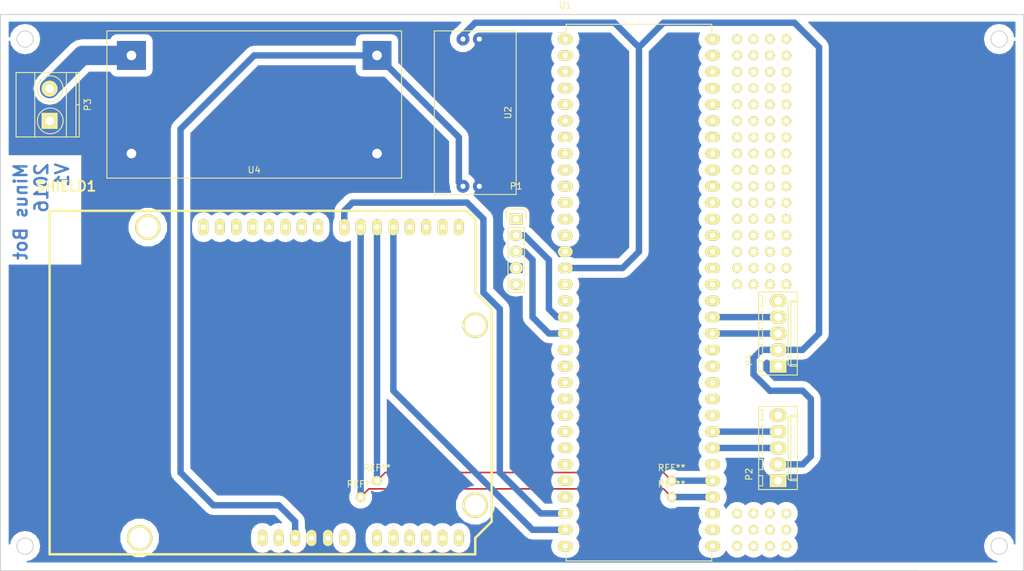
<source format=kicad_pcb>
(kicad_pcb (version 4) (host pcbnew 4.0.4+e1-6308~48~ubuntu16.04.1-stable)

  (general
    (links 26)
    (no_connects 0)
    (area 35.484999 47.145 194.385001 135.965001)
    (thickness 1.6)
    (drawings 11)
    (tracks 75)
    (zones 0)
    (modules 164)
    (nets 92)
  )

  (page A4)
  (layers
    (0 F.Cu signal)
    (31 B.Cu signal)
    (32 B.Adhes user)
    (33 F.Adhes user)
    (34 B.Paste user)
    (35 F.Paste user)
    (36 B.SilkS user)
    (37 F.SilkS user)
    (38 B.Mask user)
    (39 F.Mask user)
    (40 Dwgs.User user)
    (41 Cmts.User user)
    (42 Eco1.User user)
    (43 Eco2.User user)
    (44 Edge.Cuts user)
    (45 Margin user)
    (46 B.CrtYd user)
    (47 F.CrtYd user)
    (48 B.Fab user)
    (49 F.Fab user)
  )

  (setup
    (last_trace_width 0.25)
    (user_trace_width 0.5)
    (user_trace_width 0.75)
    (user_trace_width 1)
    (user_trace_width 1.25)
    (user_trace_width 1.5)
    (user_trace_width 2)
    (user_trace_width 2.5)
    (user_trace_width 3)
    (trace_clearance 0.2)
    (zone_clearance 1.016)
    (zone_45_only no)
    (trace_min 0.2)
    (segment_width 0.2)
    (edge_width 0.15)
    (via_size 0.6)
    (via_drill 0.4)
    (via_min_size 0.4)
    (via_min_drill 0.3)
    (user_via 1.2 0.8)
    (uvia_size 0.3)
    (uvia_drill 0.1)
    (uvias_allowed no)
    (uvia_min_size 0.2)
    (uvia_min_drill 0.1)
    (pcb_text_width 0.3)
    (pcb_text_size 1.5 1.5)
    (mod_edge_width 0.15)
    (mod_text_size 1 1)
    (mod_text_width 0.15)
    (pad_size 1.524 1.524)
    (pad_drill 0.762)
    (pad_to_mask_clearance 0.2)
    (aux_axis_origin 0 0)
    (grid_origin 35.56 135.89)
    (visible_elements FFFFFF7F)
    (pcbplotparams
      (layerselection 0x00030_80000001)
      (usegerberextensions false)
      (excludeedgelayer true)
      (linewidth 0.100000)
      (plotframeref false)
      (viasonmask false)
      (mode 1)
      (useauxorigin false)
      (hpglpennumber 1)
      (hpglpenspeed 20)
      (hpglpendiameter 15)
      (hpglpenoverlay 2)
      (psnegative false)
      (psa4output false)
      (plotreference true)
      (plotvalue true)
      (plotinvisibletext false)
      (padsonsilk false)
      (subtractmaskfromsilk false)
      (outputformat 1)
      (mirror false)
      (drillshape 1)
      (scaleselection 1)
      (outputdirectory ""))
  )

  (net 0 "")
  (net 1 "Net-(U1-Pad1)")
  (net 2 "Net-(U1-Pad2)")
  (net 3 "Net-(U1-Pad3)")
  (net 4 "Net-(U1-Pad4)")
  (net 5 "Net-(U1-Pad5)")
  (net 6 "Net-(U1-Pad6)")
  (net 7 "Net-(U1-Pad7)")
  (net 8 "Net-(U1-Pad8)")
  (net 9 "Net-(U1-Pad9)")
  (net 10 "Net-(U1-Pad10)")
  (net 11 "Net-(U1-Pad11)")
  (net 12 "Net-(U1-Pad12)")
  (net 13 "Net-(U1-Pad13)")
  (net 14 "Net-(U1-Pad16)")
  (net 15 "Net-(U1-Pad17)")
  (net 16 "Net-(U1-Pad20)")
  (net 17 "Net-(U1-Pad21)")
  (net 18 "Net-(U1-Pad22)")
  (net 19 "Net-(U1-Pad23)")
  (net 20 "Net-(U1-Pad24)")
  (net 21 "Net-(U1-Pad25)")
  (net 22 "Net-(U1-Pad26)")
  (net 23 "Net-(U1-Pad27)")
  (net 24 "Net-(U1-Pad28)")
  (net 25 "Net-(U1-Pad29)")
  (net 26 "Net-(U1-Pad32)")
  (net 27 "Net-(U1-Pad33)")
  (net 28 "Net-(U1-Pad34)")
  (net 29 "Net-(U1-Pad35)")
  (net 30 "Net-(U1-Pad38)")
  (net 31 "Net-(U1-Pad41)")
  (net 32 "Net-(U1-Pad42)")
  (net 33 "Net-(U1-Pad43)")
  (net 34 "Net-(U1-Pad44)")
  (net 35 "Net-(U1-Pad45)")
  (net 36 "Net-(U1-Pad48)")
  (net 37 "Net-(U1-Pad49)")
  (net 38 "Net-(U1-Pad50)")
  (net 39 "Net-(U1-Pad51)")
  (net 40 "Net-(U1-Pad52)")
  (net 41 "Net-(U1-Pad53)")
  (net 42 "Net-(U1-Pad54)")
  (net 43 "Net-(U1-Pad55)")
  (net 44 "Net-(U1-Pad56)")
  (net 45 "Net-(U1-Pad57)")
  (net 46 "Net-(U1-Pad58)")
  (net 47 "Net-(U1-Pad59)")
  (net 48 "Net-(U1-Pad60)")
  (net 49 "Net-(U1-Pad61)")
  (net 50 "Net-(U1-Pad62)")
  (net 51 "Net-(U1-Pad63)")
  (net 52 "Net-(U1-Pad64)")
  (net 53 +24V)
  (net 54 GND)
  (net 55 +3V3)
  (net 56 "Net-(P1-Pad1)")
  (net 57 /Sheet_Connectors/UART_DBG_TXD)
  (net 58 /Sheet_Connectors/UART_DBG_RXD)
  (net 59 "Net-(P1-Pad5)")
  (net 60 ENCB_L)
  (net 61 ENCB_R)
  (net 62 ENCA_L)
  (net 63 ENCA_R)
  (net 64 /Sheet_MCU/DIR_L)
  (net 65 /Sheet_MCU/DIR_R)
  (net 66 /Sheet_MCU/PWM_L)
  (net 67 /Sheet_MCU/PWM_R)
  (net 68 +5V)
  (net 69 "Net-(SHIELD1-PadAD5)")
  (net 70 "Net-(SHIELD1-PadAD4)")
  (net 71 "Net-(SHIELD1-PadAD3)")
  (net 72 "Net-(SHIELD1-PadAD0)")
  (net 73 "Net-(SHIELD1-PadAD1)")
  (net 74 "Net-(SHIELD1-PadAD2)")
  (net 75 "Net-(SHIELD1-PadV_IN)")
  (net 76 "Net-(SHIELD1-Pad3V3)")
  (net 77 "Net-(SHIELD1-PadRST)")
  (net 78 "Net-(SHIELD1-Pad0)")
  (net 79 "Net-(SHIELD1-Pad1)")
  (net 80 "Net-(SHIELD1-Pad2)")
  (net 81 "Net-(SHIELD1-Pad3)")
  (net 82 "Net-(SHIELD1-Pad8)")
  (net 83 "Net-(SHIELD1-Pad9)")
  (net 84 "Net-(SHIELD1-Pad10)")
  (net 85 "Net-(SHIELD1-Pad11)")
  (net 86 "Net-(SHIELD1-Pad12)")
  (net 87 "Net-(SHIELD1-Pad13)")
  (net 88 "Net-(SHIELD1-PadGND3)")
  (net 89 "Net-(SHIELD1-PadAREF)")
  (net 90 "Net-(P2-Pad5)")
  (net 91 "Net-(P4-Pad5)")

  (net_class Default "This is the default net class."
    (clearance 0.2)
    (trace_width 0.25)
    (via_dia 0.6)
    (via_drill 0.4)
    (uvia_dia 0.3)
    (uvia_drill 0.1)
    (add_net +24V)
    (add_net +3V3)
    (add_net +5V)
    (add_net /Sheet_Connectors/UART_DBG_RXD)
    (add_net /Sheet_Connectors/UART_DBG_TXD)
    (add_net /Sheet_MCU/DIR_L)
    (add_net /Sheet_MCU/DIR_R)
    (add_net /Sheet_MCU/PWM_L)
    (add_net /Sheet_MCU/PWM_R)
    (add_net ENCA_L)
    (add_net ENCA_R)
    (add_net ENCB_L)
    (add_net ENCB_R)
    (add_net GND)
    (add_net "Net-(P1-Pad1)")
    (add_net "Net-(P1-Pad5)")
    (add_net "Net-(P2-Pad5)")
    (add_net "Net-(P4-Pad5)")
    (add_net "Net-(SHIELD1-Pad0)")
    (add_net "Net-(SHIELD1-Pad1)")
    (add_net "Net-(SHIELD1-Pad10)")
    (add_net "Net-(SHIELD1-Pad11)")
    (add_net "Net-(SHIELD1-Pad12)")
    (add_net "Net-(SHIELD1-Pad13)")
    (add_net "Net-(SHIELD1-Pad2)")
    (add_net "Net-(SHIELD1-Pad3)")
    (add_net "Net-(SHIELD1-Pad3V3)")
    (add_net "Net-(SHIELD1-Pad8)")
    (add_net "Net-(SHIELD1-Pad9)")
    (add_net "Net-(SHIELD1-PadAD0)")
    (add_net "Net-(SHIELD1-PadAD1)")
    (add_net "Net-(SHIELD1-PadAD2)")
    (add_net "Net-(SHIELD1-PadAD3)")
    (add_net "Net-(SHIELD1-PadAD4)")
    (add_net "Net-(SHIELD1-PadAD5)")
    (add_net "Net-(SHIELD1-PadAREF)")
    (add_net "Net-(SHIELD1-PadGND3)")
    (add_net "Net-(SHIELD1-PadRST)")
    (add_net "Net-(SHIELD1-PadV_IN)")
    (add_net "Net-(U1-Pad1)")
    (add_net "Net-(U1-Pad10)")
    (add_net "Net-(U1-Pad11)")
    (add_net "Net-(U1-Pad12)")
    (add_net "Net-(U1-Pad13)")
    (add_net "Net-(U1-Pad16)")
    (add_net "Net-(U1-Pad17)")
    (add_net "Net-(U1-Pad2)")
    (add_net "Net-(U1-Pad20)")
    (add_net "Net-(U1-Pad21)")
    (add_net "Net-(U1-Pad22)")
    (add_net "Net-(U1-Pad23)")
    (add_net "Net-(U1-Pad24)")
    (add_net "Net-(U1-Pad25)")
    (add_net "Net-(U1-Pad26)")
    (add_net "Net-(U1-Pad27)")
    (add_net "Net-(U1-Pad28)")
    (add_net "Net-(U1-Pad29)")
    (add_net "Net-(U1-Pad3)")
    (add_net "Net-(U1-Pad32)")
    (add_net "Net-(U1-Pad33)")
    (add_net "Net-(U1-Pad34)")
    (add_net "Net-(U1-Pad35)")
    (add_net "Net-(U1-Pad38)")
    (add_net "Net-(U1-Pad4)")
    (add_net "Net-(U1-Pad41)")
    (add_net "Net-(U1-Pad42)")
    (add_net "Net-(U1-Pad43)")
    (add_net "Net-(U1-Pad44)")
    (add_net "Net-(U1-Pad45)")
    (add_net "Net-(U1-Pad48)")
    (add_net "Net-(U1-Pad49)")
    (add_net "Net-(U1-Pad5)")
    (add_net "Net-(U1-Pad50)")
    (add_net "Net-(U1-Pad51)")
    (add_net "Net-(U1-Pad52)")
    (add_net "Net-(U1-Pad53)")
    (add_net "Net-(U1-Pad54)")
    (add_net "Net-(U1-Pad55)")
    (add_net "Net-(U1-Pad56)")
    (add_net "Net-(U1-Pad57)")
    (add_net "Net-(U1-Pad58)")
    (add_net "Net-(U1-Pad59)")
    (add_net "Net-(U1-Pad6)")
    (add_net "Net-(U1-Pad60)")
    (add_net "Net-(U1-Pad61)")
    (add_net "Net-(U1-Pad62)")
    (add_net "Net-(U1-Pad63)")
    (add_net "Net-(U1-Pad64)")
    (add_net "Net-(U1-Pad7)")
    (add_net "Net-(U1-Pad8)")
    (add_net "Net-(U1-Pad9)")
  )

  (module Measurement_Points:Measurement_Point_Round-TH_Small (layer F.Cu) (tedit 58039D3D) (tstamp 5803A58F)
    (at 152.4 129.54)
    (descr "Mesurement Point, Square, Trough Hole,  DM 1.5mm, Drill 0.8mm,")
    (tags "Mesurement Point Round Trough Hole 1.5mm Drill 0.8mm")
    (attr virtual)
    (fp_text reference "" (at 0 -2) (layer F.SilkS)
      (effects (font (size 1 1) (thickness 0.15)))
    )
    (fp_text value "" (at 0 2) (layer F.Fab)
      (effects (font (size 1 1) (thickness 0.15)))
    )
    (fp_circle (center 0 0) (end 1 0) (layer F.CrtYd) (width 0.05))
    (pad 1 thru_hole circle (at 0 0) (size 1.5 1.5) (drill 0.8) (layers *.Cu *.Mask F.SilkS))
  )

  (module Measurement_Points:Measurement_Point_Round-TH_Small (layer F.Cu) (tedit 58039D3D) (tstamp 5803A58A)
    (at 154.94 129.54)
    (descr "Mesurement Point, Square, Trough Hole,  DM 1.5mm, Drill 0.8mm,")
    (tags "Mesurement Point Round Trough Hole 1.5mm Drill 0.8mm")
    (attr virtual)
    (fp_text reference "" (at 0 -2) (layer F.SilkS)
      (effects (font (size 1 1) (thickness 0.15)))
    )
    (fp_text value "" (at 0 2) (layer F.Fab)
      (effects (font (size 1 1) (thickness 0.15)))
    )
    (fp_circle (center 0 0) (end 1 0) (layer F.CrtYd) (width 0.05))
    (pad 1 thru_hole circle (at 0 0) (size 1.5 1.5) (drill 0.8) (layers *.Cu *.Mask F.SilkS))
  )

  (module Measurement_Points:Measurement_Point_Round-TH_Small (layer F.Cu) (tedit 58039D3D) (tstamp 5803A585)
    (at 149.86 129.54)
    (descr "Mesurement Point, Square, Trough Hole,  DM 1.5mm, Drill 0.8mm,")
    (tags "Mesurement Point Round Trough Hole 1.5mm Drill 0.8mm")
    (attr virtual)
    (fp_text reference "" (at 0 -2) (layer F.SilkS)
      (effects (font (size 1 1) (thickness 0.15)))
    )
    (fp_text value "" (at 0 2) (layer F.Fab)
      (effects (font (size 1 1) (thickness 0.15)))
    )
    (fp_circle (center 0 0) (end 1 0) (layer F.CrtYd) (width 0.05))
    (pad 1 thru_hole circle (at 0 0) (size 1.5 1.5) (drill 0.8) (layers *.Cu *.Mask F.SilkS))
  )

  (module Measurement_Points:Measurement_Point_Round-TH_Small (layer F.Cu) (tedit 58039D3D) (tstamp 5803A580)
    (at 157.48 129.54)
    (descr "Mesurement Point, Square, Trough Hole,  DM 1.5mm, Drill 0.8mm,")
    (tags "Mesurement Point Round Trough Hole 1.5mm Drill 0.8mm")
    (attr virtual)
    (fp_text reference "" (at 0 -2) (layer F.SilkS)
      (effects (font (size 1 1) (thickness 0.15)))
    )
    (fp_text value "" (at 0 2) (layer F.Fab)
      (effects (font (size 1 1) (thickness 0.15)))
    )
    (fp_circle (center 0 0) (end 1 0) (layer F.CrtYd) (width 0.05))
    (pad 1 thru_hole circle (at 0 0) (size 1.5 1.5) (drill 0.8) (layers *.Cu *.Mask F.SilkS))
  )

  (module Measurement_Points:Measurement_Point_Round-TH_Small (layer F.Cu) (tedit 58039D3D) (tstamp 5803A57B)
    (at 157.48 129.54)
    (descr "Mesurement Point, Square, Trough Hole,  DM 1.5mm, Drill 0.8mm,")
    (tags "Mesurement Point Round Trough Hole 1.5mm Drill 0.8mm")
    (attr virtual)
    (fp_text reference "" (at 0 -2) (layer F.SilkS)
      (effects (font (size 1 1) (thickness 0.15)))
    )
    (fp_text value "" (at 0 2) (layer F.Fab)
      (effects (font (size 1 1) (thickness 0.15)))
    )
    (fp_circle (center 0 0) (end 1 0) (layer F.CrtYd) (width 0.05))
    (pad 1 thru_hole circle (at 0 0) (size 1.5 1.5) (drill 0.8) (layers *.Cu *.Mask F.SilkS))
  )

  (module Measurement_Points:Measurement_Point_Round-TH_Small (layer F.Cu) (tedit 58039D3D) (tstamp 5803A576)
    (at 149.86 129.54)
    (descr "Mesurement Point, Square, Trough Hole,  DM 1.5mm, Drill 0.8mm,")
    (tags "Mesurement Point Round Trough Hole 1.5mm Drill 0.8mm")
    (attr virtual)
    (fp_text reference "" (at 0 -2) (layer F.SilkS)
      (effects (font (size 1 1) (thickness 0.15)))
    )
    (fp_text value "" (at 0 2) (layer F.Fab)
      (effects (font (size 1 1) (thickness 0.15)))
    )
    (fp_circle (center 0 0) (end 1 0) (layer F.CrtYd) (width 0.05))
    (pad 1 thru_hole circle (at 0 0) (size 1.5 1.5) (drill 0.8) (layers *.Cu *.Mask F.SilkS))
  )

  (module Measurement_Points:Measurement_Point_Round-TH_Small (layer F.Cu) (tedit 58039D3D) (tstamp 5803A571)
    (at 154.94 129.54)
    (descr "Mesurement Point, Square, Trough Hole,  DM 1.5mm, Drill 0.8mm,")
    (tags "Mesurement Point Round Trough Hole 1.5mm Drill 0.8mm")
    (attr virtual)
    (fp_text reference "" (at 0 -2) (layer F.SilkS)
      (effects (font (size 1 1) (thickness 0.15)))
    )
    (fp_text value "" (at 0 2) (layer F.Fab)
      (effects (font (size 1 1) (thickness 0.15)))
    )
    (fp_circle (center 0 0) (end 1 0) (layer F.CrtYd) (width 0.05))
    (pad 1 thru_hole circle (at 0 0) (size 1.5 1.5) (drill 0.8) (layers *.Cu *.Mask F.SilkS))
  )

  (module Measurement_Points:Measurement_Point_Round-TH_Small (layer F.Cu) (tedit 58039D3D) (tstamp 5803A56C)
    (at 152.4 129.54)
    (descr "Mesurement Point, Square, Trough Hole,  DM 1.5mm, Drill 0.8mm,")
    (tags "Mesurement Point Round Trough Hole 1.5mm Drill 0.8mm")
    (attr virtual)
    (fp_text reference "" (at 0 -2) (layer F.SilkS)
      (effects (font (size 1 1) (thickness 0.15)))
    )
    (fp_text value "" (at 0 2) (layer F.Fab)
      (effects (font (size 1 1) (thickness 0.15)))
    )
    (fp_circle (center 0 0) (end 1 0) (layer F.CrtYd) (width 0.05))
    (pad 1 thru_hole circle (at 0 0) (size 1.5 1.5) (drill 0.8) (layers *.Cu *.Mask F.SilkS))
  )

  (module Measurement_Points:Measurement_Point_Round-TH_Small (layer F.Cu) (tedit 58039D3D) (tstamp 5803A567)
    (at 152.4 132.08)
    (descr "Mesurement Point, Square, Trough Hole,  DM 1.5mm, Drill 0.8mm,")
    (tags "Mesurement Point Round Trough Hole 1.5mm Drill 0.8mm")
    (attr virtual)
    (fp_text reference "" (at 0 -2) (layer F.SilkS)
      (effects (font (size 1 1) (thickness 0.15)))
    )
    (fp_text value "" (at 0 2) (layer F.Fab)
      (effects (font (size 1 1) (thickness 0.15)))
    )
    (fp_circle (center 0 0) (end 1 0) (layer F.CrtYd) (width 0.05))
    (pad 1 thru_hole circle (at 0 0) (size 1.5 1.5) (drill 0.8) (layers *.Cu *.Mask F.SilkS))
  )

  (module Measurement_Points:Measurement_Point_Round-TH_Small (layer F.Cu) (tedit 58039D3D) (tstamp 5803A562)
    (at 154.94 132.08)
    (descr "Mesurement Point, Square, Trough Hole,  DM 1.5mm, Drill 0.8mm,")
    (tags "Mesurement Point Round Trough Hole 1.5mm Drill 0.8mm")
    (attr virtual)
    (fp_text reference "" (at 0 -2) (layer F.SilkS)
      (effects (font (size 1 1) (thickness 0.15)))
    )
    (fp_text value "" (at 0 2) (layer F.Fab)
      (effects (font (size 1 1) (thickness 0.15)))
    )
    (fp_circle (center 0 0) (end 1 0) (layer F.CrtYd) (width 0.05))
    (pad 1 thru_hole circle (at 0 0) (size 1.5 1.5) (drill 0.8) (layers *.Cu *.Mask F.SilkS))
  )

  (module Measurement_Points:Measurement_Point_Round-TH_Small (layer F.Cu) (tedit 58039D3D) (tstamp 5803A55D)
    (at 149.86 132.08)
    (descr "Mesurement Point, Square, Trough Hole,  DM 1.5mm, Drill 0.8mm,")
    (tags "Mesurement Point Round Trough Hole 1.5mm Drill 0.8mm")
    (attr virtual)
    (fp_text reference "" (at 0 -2) (layer F.SilkS)
      (effects (font (size 1 1) (thickness 0.15)))
    )
    (fp_text value "" (at 0 2) (layer F.Fab)
      (effects (font (size 1 1) (thickness 0.15)))
    )
    (fp_circle (center 0 0) (end 1 0) (layer F.CrtYd) (width 0.05))
    (pad 1 thru_hole circle (at 0 0) (size 1.5 1.5) (drill 0.8) (layers *.Cu *.Mask F.SilkS))
  )

  (module Measurement_Points:Measurement_Point_Round-TH_Small (layer F.Cu) (tedit 58039D3D) (tstamp 5803A558)
    (at 157.48 132.08)
    (descr "Mesurement Point, Square, Trough Hole,  DM 1.5mm, Drill 0.8mm,")
    (tags "Mesurement Point Round Trough Hole 1.5mm Drill 0.8mm")
    (attr virtual)
    (fp_text reference "" (at 0 -2) (layer F.SilkS)
      (effects (font (size 1 1) (thickness 0.15)))
    )
    (fp_text value "" (at 0 2) (layer F.Fab)
      (effects (font (size 1 1) (thickness 0.15)))
    )
    (fp_circle (center 0 0) (end 1 0) (layer F.CrtYd) (width 0.05))
    (pad 1 thru_hole circle (at 0 0) (size 1.5 1.5) (drill 0.8) (layers *.Cu *.Mask F.SilkS))
  )

  (module Measurement_Points:Measurement_Point_Round-TH_Small (layer F.Cu) (tedit 58039D3D) (tstamp 5803A553)
    (at 157.48 132.08)
    (descr "Mesurement Point, Square, Trough Hole,  DM 1.5mm, Drill 0.8mm,")
    (tags "Mesurement Point Round Trough Hole 1.5mm Drill 0.8mm")
    (attr virtual)
    (fp_text reference "" (at 0 -2) (layer F.SilkS)
      (effects (font (size 1 1) (thickness 0.15)))
    )
    (fp_text value "" (at 0 2) (layer F.Fab)
      (effects (font (size 1 1) (thickness 0.15)))
    )
    (fp_circle (center 0 0) (end 1 0) (layer F.CrtYd) (width 0.05))
    (pad 1 thru_hole circle (at 0 0) (size 1.5 1.5) (drill 0.8) (layers *.Cu *.Mask F.SilkS))
  )

  (module Measurement_Points:Measurement_Point_Round-TH_Small (layer F.Cu) (tedit 58039D3D) (tstamp 5803A54E)
    (at 149.86 132.08)
    (descr "Mesurement Point, Square, Trough Hole,  DM 1.5mm, Drill 0.8mm,")
    (tags "Mesurement Point Round Trough Hole 1.5mm Drill 0.8mm")
    (attr virtual)
    (fp_text reference "" (at 0 -2) (layer F.SilkS)
      (effects (font (size 1 1) (thickness 0.15)))
    )
    (fp_text value "" (at 0 2) (layer F.Fab)
      (effects (font (size 1 1) (thickness 0.15)))
    )
    (fp_circle (center 0 0) (end 1 0) (layer F.CrtYd) (width 0.05))
    (pad 1 thru_hole circle (at 0 0) (size 1.5 1.5) (drill 0.8) (layers *.Cu *.Mask F.SilkS))
  )

  (module Measurement_Points:Measurement_Point_Round-TH_Small (layer F.Cu) (tedit 58039D3D) (tstamp 5803A549)
    (at 154.94 132.08)
    (descr "Mesurement Point, Square, Trough Hole,  DM 1.5mm, Drill 0.8mm,")
    (tags "Mesurement Point Round Trough Hole 1.5mm Drill 0.8mm")
    (attr virtual)
    (fp_text reference "" (at 0 -2) (layer F.SilkS)
      (effects (font (size 1 1) (thickness 0.15)))
    )
    (fp_text value "" (at 0 2) (layer F.Fab)
      (effects (font (size 1 1) (thickness 0.15)))
    )
    (fp_circle (center 0 0) (end 1 0) (layer F.CrtYd) (width 0.05))
    (pad 1 thru_hole circle (at 0 0) (size 1.5 1.5) (drill 0.8) (layers *.Cu *.Mask F.SilkS))
  )

  (module Measurement_Points:Measurement_Point_Round-TH_Small (layer F.Cu) (tedit 58039D3D) (tstamp 5803A544)
    (at 152.4 132.08)
    (descr "Mesurement Point, Square, Trough Hole,  DM 1.5mm, Drill 0.8mm,")
    (tags "Mesurement Point Round Trough Hole 1.5mm Drill 0.8mm")
    (attr virtual)
    (fp_text reference "" (at 0 -2) (layer F.SilkS)
      (effects (font (size 1 1) (thickness 0.15)))
    )
    (fp_text value "" (at 0 2) (layer F.Fab)
      (effects (font (size 1 1) (thickness 0.15)))
    )
    (fp_circle (center 0 0) (end 1 0) (layer F.CrtYd) (width 0.05))
    (pad 1 thru_hole circle (at 0 0) (size 1.5 1.5) (drill 0.8) (layers *.Cu *.Mask F.SilkS))
  )

  (module Measurement_Points:Measurement_Point_Round-TH_Small (layer F.Cu) (tedit 58039D3D) (tstamp 5803A53F)
    (at 152.4 127)
    (descr "Mesurement Point, Square, Trough Hole,  DM 1.5mm, Drill 0.8mm,")
    (tags "Mesurement Point Round Trough Hole 1.5mm Drill 0.8mm")
    (attr virtual)
    (fp_text reference "" (at 0 -2) (layer F.SilkS)
      (effects (font (size 1 1) (thickness 0.15)))
    )
    (fp_text value "" (at 0 2) (layer F.Fab)
      (effects (font (size 1 1) (thickness 0.15)))
    )
    (fp_circle (center 0 0) (end 1 0) (layer F.CrtYd) (width 0.05))
    (pad 1 thru_hole circle (at 0 0) (size 1.5 1.5) (drill 0.8) (layers *.Cu *.Mask F.SilkS))
  )

  (module Measurement_Points:Measurement_Point_Round-TH_Small (layer F.Cu) (tedit 58039D3D) (tstamp 5803A53A)
    (at 154.94 127)
    (descr "Mesurement Point, Square, Trough Hole,  DM 1.5mm, Drill 0.8mm,")
    (tags "Mesurement Point Round Trough Hole 1.5mm Drill 0.8mm")
    (attr virtual)
    (fp_text reference "" (at 0 -2) (layer F.SilkS)
      (effects (font (size 1 1) (thickness 0.15)))
    )
    (fp_text value "" (at 0 2) (layer F.Fab)
      (effects (font (size 1 1) (thickness 0.15)))
    )
    (fp_circle (center 0 0) (end 1 0) (layer F.CrtYd) (width 0.05))
    (pad 1 thru_hole circle (at 0 0) (size 1.5 1.5) (drill 0.8) (layers *.Cu *.Mask F.SilkS))
  )

  (module Measurement_Points:Measurement_Point_Round-TH_Small (layer F.Cu) (tedit 58039D3D) (tstamp 5803A535)
    (at 149.86 127)
    (descr "Mesurement Point, Square, Trough Hole,  DM 1.5mm, Drill 0.8mm,")
    (tags "Mesurement Point Round Trough Hole 1.5mm Drill 0.8mm")
    (attr virtual)
    (fp_text reference "" (at 0 -2) (layer F.SilkS)
      (effects (font (size 1 1) (thickness 0.15)))
    )
    (fp_text value "" (at 0 2) (layer F.Fab)
      (effects (font (size 1 1) (thickness 0.15)))
    )
    (fp_circle (center 0 0) (end 1 0) (layer F.CrtYd) (width 0.05))
    (pad 1 thru_hole circle (at 0 0) (size 1.5 1.5) (drill 0.8) (layers *.Cu *.Mask F.SilkS))
  )

  (module Measurement_Points:Measurement_Point_Round-TH_Small (layer F.Cu) (tedit 58039D3D) (tstamp 5803A530)
    (at 157.48 127)
    (descr "Mesurement Point, Square, Trough Hole,  DM 1.5mm, Drill 0.8mm,")
    (tags "Mesurement Point Round Trough Hole 1.5mm Drill 0.8mm")
    (attr virtual)
    (fp_text reference "" (at 0 -2) (layer F.SilkS)
      (effects (font (size 1 1) (thickness 0.15)))
    )
    (fp_text value "" (at 0 2) (layer F.Fab)
      (effects (font (size 1 1) (thickness 0.15)))
    )
    (fp_circle (center 0 0) (end 1 0) (layer F.CrtYd) (width 0.05))
    (pad 1 thru_hole circle (at 0 0) (size 1.5 1.5) (drill 0.8) (layers *.Cu *.Mask F.SilkS))
  )

  (module Measurement_Points:Measurement_Point_Round-TH_Small (layer F.Cu) (tedit 58039D3D) (tstamp 5803A52B)
    (at 157.48 127)
    (descr "Mesurement Point, Square, Trough Hole,  DM 1.5mm, Drill 0.8mm,")
    (tags "Mesurement Point Round Trough Hole 1.5mm Drill 0.8mm")
    (attr virtual)
    (fp_text reference "" (at 0 -2) (layer F.SilkS)
      (effects (font (size 1 1) (thickness 0.15)))
    )
    (fp_text value "" (at 0 2) (layer F.Fab)
      (effects (font (size 1 1) (thickness 0.15)))
    )
    (fp_circle (center 0 0) (end 1 0) (layer F.CrtYd) (width 0.05))
    (pad 1 thru_hole circle (at 0 0) (size 1.5 1.5) (drill 0.8) (layers *.Cu *.Mask F.SilkS))
  )

  (module Measurement_Points:Measurement_Point_Round-TH_Small (layer F.Cu) (tedit 58039D3D) (tstamp 5803A526)
    (at 149.86 127)
    (descr "Mesurement Point, Square, Trough Hole,  DM 1.5mm, Drill 0.8mm,")
    (tags "Mesurement Point Round Trough Hole 1.5mm Drill 0.8mm")
    (attr virtual)
    (fp_text reference "" (at 0 -2) (layer F.SilkS)
      (effects (font (size 1 1) (thickness 0.15)))
    )
    (fp_text value "" (at 0 2) (layer F.Fab)
      (effects (font (size 1 1) (thickness 0.15)))
    )
    (fp_circle (center 0 0) (end 1 0) (layer F.CrtYd) (width 0.05))
    (pad 1 thru_hole circle (at 0 0) (size 1.5 1.5) (drill 0.8) (layers *.Cu *.Mask F.SilkS))
  )

  (module Measurement_Points:Measurement_Point_Round-TH_Small (layer F.Cu) (tedit 58039D3D) (tstamp 5803A521)
    (at 154.94 127)
    (descr "Mesurement Point, Square, Trough Hole,  DM 1.5mm, Drill 0.8mm,")
    (tags "Mesurement Point Round Trough Hole 1.5mm Drill 0.8mm")
    (attr virtual)
    (fp_text reference "" (at 0 -2) (layer F.SilkS)
      (effects (font (size 1 1) (thickness 0.15)))
    )
    (fp_text value "" (at 0 2) (layer F.Fab)
      (effects (font (size 1 1) (thickness 0.15)))
    )
    (fp_circle (center 0 0) (end 1 0) (layer F.CrtYd) (width 0.05))
    (pad 1 thru_hole circle (at 0 0) (size 1.5 1.5) (drill 0.8) (layers *.Cu *.Mask F.SilkS))
  )

  (module Measurement_Points:Measurement_Point_Round-TH_Small (layer F.Cu) (tedit 58039D3D) (tstamp 5803A51C)
    (at 152.4 127)
    (descr "Mesurement Point, Square, Trough Hole,  DM 1.5mm, Drill 0.8mm,")
    (tags "Mesurement Point Round Trough Hole 1.5mm Drill 0.8mm")
    (attr virtual)
    (fp_text reference "" (at 0 -2) (layer F.SilkS)
      (effects (font (size 1 1) (thickness 0.15)))
    )
    (fp_text value "" (at 0 2) (layer F.Fab)
      (effects (font (size 1 1) (thickness 0.15)))
    )
    (fp_circle (center 0 0) (end 1 0) (layer F.CrtYd) (width 0.05))
    (pad 1 thru_hole circle (at 0 0) (size 1.5 1.5) (drill 0.8) (layers *.Cu *.Mask F.SilkS))
  )

  (module Measurement_Points:Measurement_Point_Round-TH_Small (layer F.Cu) (tedit 58039D3D) (tstamp 5803A517)
    (at 152.4 73.66)
    (descr "Mesurement Point, Square, Trough Hole,  DM 1.5mm, Drill 0.8mm,")
    (tags "Mesurement Point Round Trough Hole 1.5mm Drill 0.8mm")
    (attr virtual)
    (fp_text reference "" (at 0 -2) (layer F.SilkS)
      (effects (font (size 1 1) (thickness 0.15)))
    )
    (fp_text value "" (at 0 2) (layer F.Fab)
      (effects (font (size 1 1) (thickness 0.15)))
    )
    (fp_circle (center 0 0) (end 1 0) (layer F.CrtYd) (width 0.05))
    (pad 1 thru_hole circle (at 0 0) (size 1.5 1.5) (drill 0.8) (layers *.Cu *.Mask F.SilkS))
  )

  (module Measurement_Points:Measurement_Point_Round-TH_Small (layer F.Cu) (tedit 58039D3D) (tstamp 5803A512)
    (at 154.94 73.66)
    (descr "Mesurement Point, Square, Trough Hole,  DM 1.5mm, Drill 0.8mm,")
    (tags "Mesurement Point Round Trough Hole 1.5mm Drill 0.8mm")
    (attr virtual)
    (fp_text reference "" (at 0 -2) (layer F.SilkS)
      (effects (font (size 1 1) (thickness 0.15)))
    )
    (fp_text value "" (at 0 2) (layer F.Fab)
      (effects (font (size 1 1) (thickness 0.15)))
    )
    (fp_circle (center 0 0) (end 1 0) (layer F.CrtYd) (width 0.05))
    (pad 1 thru_hole circle (at 0 0) (size 1.5 1.5) (drill 0.8) (layers *.Cu *.Mask F.SilkS))
  )

  (module Measurement_Points:Measurement_Point_Round-TH_Small (layer F.Cu) (tedit 58039D3D) (tstamp 5803A50D)
    (at 149.86 73.66)
    (descr "Mesurement Point, Square, Trough Hole,  DM 1.5mm, Drill 0.8mm,")
    (tags "Mesurement Point Round Trough Hole 1.5mm Drill 0.8mm")
    (attr virtual)
    (fp_text reference "" (at 0 -2) (layer F.SilkS)
      (effects (font (size 1 1) (thickness 0.15)))
    )
    (fp_text value "" (at 0 2) (layer F.Fab)
      (effects (font (size 1 1) (thickness 0.15)))
    )
    (fp_circle (center 0 0) (end 1 0) (layer F.CrtYd) (width 0.05))
    (pad 1 thru_hole circle (at 0 0) (size 1.5 1.5) (drill 0.8) (layers *.Cu *.Mask F.SilkS))
  )

  (module Measurement_Points:Measurement_Point_Round-TH_Small (layer F.Cu) (tedit 58039D3D) (tstamp 5803A508)
    (at 157.48 73.66)
    (descr "Mesurement Point, Square, Trough Hole,  DM 1.5mm, Drill 0.8mm,")
    (tags "Mesurement Point Round Trough Hole 1.5mm Drill 0.8mm")
    (attr virtual)
    (fp_text reference "" (at 0 -2) (layer F.SilkS)
      (effects (font (size 1 1) (thickness 0.15)))
    )
    (fp_text value "" (at 0 2) (layer F.Fab)
      (effects (font (size 1 1) (thickness 0.15)))
    )
    (fp_circle (center 0 0) (end 1 0) (layer F.CrtYd) (width 0.05))
    (pad 1 thru_hole circle (at 0 0) (size 1.5 1.5) (drill 0.8) (layers *.Cu *.Mask F.SilkS))
  )

  (module Measurement_Points:Measurement_Point_Round-TH_Small (layer F.Cu) (tedit 58039D3D) (tstamp 5803A503)
    (at 157.48 73.66)
    (descr "Mesurement Point, Square, Trough Hole,  DM 1.5mm, Drill 0.8mm,")
    (tags "Mesurement Point Round Trough Hole 1.5mm Drill 0.8mm")
    (attr virtual)
    (fp_text reference "" (at 0 -2) (layer F.SilkS)
      (effects (font (size 1 1) (thickness 0.15)))
    )
    (fp_text value "" (at 0 2) (layer F.Fab)
      (effects (font (size 1 1) (thickness 0.15)))
    )
    (fp_circle (center 0 0) (end 1 0) (layer F.CrtYd) (width 0.05))
    (pad 1 thru_hole circle (at 0 0) (size 1.5 1.5) (drill 0.8) (layers *.Cu *.Mask F.SilkS))
  )

  (module Measurement_Points:Measurement_Point_Round-TH_Small (layer F.Cu) (tedit 58039D3D) (tstamp 5803A4FE)
    (at 149.86 73.66)
    (descr "Mesurement Point, Square, Trough Hole,  DM 1.5mm, Drill 0.8mm,")
    (tags "Mesurement Point Round Trough Hole 1.5mm Drill 0.8mm")
    (attr virtual)
    (fp_text reference "" (at 0 -2) (layer F.SilkS)
      (effects (font (size 1 1) (thickness 0.15)))
    )
    (fp_text value "" (at 0 2) (layer F.Fab)
      (effects (font (size 1 1) (thickness 0.15)))
    )
    (fp_circle (center 0 0) (end 1 0) (layer F.CrtYd) (width 0.05))
    (pad 1 thru_hole circle (at 0 0) (size 1.5 1.5) (drill 0.8) (layers *.Cu *.Mask F.SilkS))
  )

  (module Measurement_Points:Measurement_Point_Round-TH_Small (layer F.Cu) (tedit 58039D3D) (tstamp 5803A4F9)
    (at 154.94 73.66)
    (descr "Mesurement Point, Square, Trough Hole,  DM 1.5mm, Drill 0.8mm,")
    (tags "Mesurement Point Round Trough Hole 1.5mm Drill 0.8mm")
    (attr virtual)
    (fp_text reference "" (at 0 -2) (layer F.SilkS)
      (effects (font (size 1 1) (thickness 0.15)))
    )
    (fp_text value "" (at 0 2) (layer F.Fab)
      (effects (font (size 1 1) (thickness 0.15)))
    )
    (fp_circle (center 0 0) (end 1 0) (layer F.CrtYd) (width 0.05))
    (pad 1 thru_hole circle (at 0 0) (size 1.5 1.5) (drill 0.8) (layers *.Cu *.Mask F.SilkS))
  )

  (module Measurement_Points:Measurement_Point_Round-TH_Small (layer F.Cu) (tedit 58039D3D) (tstamp 5803A4F4)
    (at 152.4 73.66)
    (descr "Mesurement Point, Square, Trough Hole,  DM 1.5mm, Drill 0.8mm,")
    (tags "Mesurement Point Round Trough Hole 1.5mm Drill 0.8mm")
    (attr virtual)
    (fp_text reference "" (at 0 -2) (layer F.SilkS)
      (effects (font (size 1 1) (thickness 0.15)))
    )
    (fp_text value "" (at 0 2) (layer F.Fab)
      (effects (font (size 1 1) (thickness 0.15)))
    )
    (fp_circle (center 0 0) (end 1 0) (layer F.CrtYd) (width 0.05))
    (pad 1 thru_hole circle (at 0 0) (size 1.5 1.5) (drill 0.8) (layers *.Cu *.Mask F.SilkS))
  )

  (module Measurement_Points:Measurement_Point_Round-TH_Small (layer F.Cu) (tedit 58039D3D) (tstamp 5803A4EF)
    (at 152.4 76.2)
    (descr "Mesurement Point, Square, Trough Hole,  DM 1.5mm, Drill 0.8mm,")
    (tags "Mesurement Point Round Trough Hole 1.5mm Drill 0.8mm")
    (attr virtual)
    (fp_text reference "" (at 0 -2) (layer F.SilkS)
      (effects (font (size 1 1) (thickness 0.15)))
    )
    (fp_text value "" (at 0 2) (layer F.Fab)
      (effects (font (size 1 1) (thickness 0.15)))
    )
    (fp_circle (center 0 0) (end 1 0) (layer F.CrtYd) (width 0.05))
    (pad 1 thru_hole circle (at 0 0) (size 1.5 1.5) (drill 0.8) (layers *.Cu *.Mask F.SilkS))
  )

  (module Measurement_Points:Measurement_Point_Round-TH_Small (layer F.Cu) (tedit 58039D3D) (tstamp 5803A4EA)
    (at 154.94 76.2)
    (descr "Mesurement Point, Square, Trough Hole,  DM 1.5mm, Drill 0.8mm,")
    (tags "Mesurement Point Round Trough Hole 1.5mm Drill 0.8mm")
    (attr virtual)
    (fp_text reference "" (at 0 -2) (layer F.SilkS)
      (effects (font (size 1 1) (thickness 0.15)))
    )
    (fp_text value "" (at 0 2) (layer F.Fab)
      (effects (font (size 1 1) (thickness 0.15)))
    )
    (fp_circle (center 0 0) (end 1 0) (layer F.CrtYd) (width 0.05))
    (pad 1 thru_hole circle (at 0 0) (size 1.5 1.5) (drill 0.8) (layers *.Cu *.Mask F.SilkS))
  )

  (module Measurement_Points:Measurement_Point_Round-TH_Small (layer F.Cu) (tedit 58039D3D) (tstamp 5803A4E5)
    (at 149.86 76.2)
    (descr "Mesurement Point, Square, Trough Hole,  DM 1.5mm, Drill 0.8mm,")
    (tags "Mesurement Point Round Trough Hole 1.5mm Drill 0.8mm")
    (attr virtual)
    (fp_text reference "" (at 0 -2) (layer F.SilkS)
      (effects (font (size 1 1) (thickness 0.15)))
    )
    (fp_text value "" (at 0 2) (layer F.Fab)
      (effects (font (size 1 1) (thickness 0.15)))
    )
    (fp_circle (center 0 0) (end 1 0) (layer F.CrtYd) (width 0.05))
    (pad 1 thru_hole circle (at 0 0) (size 1.5 1.5) (drill 0.8) (layers *.Cu *.Mask F.SilkS))
  )

  (module Measurement_Points:Measurement_Point_Round-TH_Small (layer F.Cu) (tedit 58039D3D) (tstamp 5803A4E0)
    (at 157.48 76.2)
    (descr "Mesurement Point, Square, Trough Hole,  DM 1.5mm, Drill 0.8mm,")
    (tags "Mesurement Point Round Trough Hole 1.5mm Drill 0.8mm")
    (attr virtual)
    (fp_text reference "" (at 0 -2) (layer F.SilkS)
      (effects (font (size 1 1) (thickness 0.15)))
    )
    (fp_text value "" (at 0 2) (layer F.Fab)
      (effects (font (size 1 1) (thickness 0.15)))
    )
    (fp_circle (center 0 0) (end 1 0) (layer F.CrtYd) (width 0.05))
    (pad 1 thru_hole circle (at 0 0) (size 1.5 1.5) (drill 0.8) (layers *.Cu *.Mask F.SilkS))
  )

  (module Measurement_Points:Measurement_Point_Round-TH_Small (layer F.Cu) (tedit 58039D3D) (tstamp 5803A4DB)
    (at 157.48 76.2)
    (descr "Mesurement Point, Square, Trough Hole,  DM 1.5mm, Drill 0.8mm,")
    (tags "Mesurement Point Round Trough Hole 1.5mm Drill 0.8mm")
    (attr virtual)
    (fp_text reference "" (at 0 -2) (layer F.SilkS)
      (effects (font (size 1 1) (thickness 0.15)))
    )
    (fp_text value "" (at 0 2) (layer F.Fab)
      (effects (font (size 1 1) (thickness 0.15)))
    )
    (fp_circle (center 0 0) (end 1 0) (layer F.CrtYd) (width 0.05))
    (pad 1 thru_hole circle (at 0 0) (size 1.5 1.5) (drill 0.8) (layers *.Cu *.Mask F.SilkS))
  )

  (module Measurement_Points:Measurement_Point_Round-TH_Small (layer F.Cu) (tedit 58039D3D) (tstamp 5803A4D6)
    (at 149.86 76.2)
    (descr "Mesurement Point, Square, Trough Hole,  DM 1.5mm, Drill 0.8mm,")
    (tags "Mesurement Point Round Trough Hole 1.5mm Drill 0.8mm")
    (attr virtual)
    (fp_text reference "" (at 0 -2) (layer F.SilkS)
      (effects (font (size 1 1) (thickness 0.15)))
    )
    (fp_text value "" (at 0 2) (layer F.Fab)
      (effects (font (size 1 1) (thickness 0.15)))
    )
    (fp_circle (center 0 0) (end 1 0) (layer F.CrtYd) (width 0.05))
    (pad 1 thru_hole circle (at 0 0) (size 1.5 1.5) (drill 0.8) (layers *.Cu *.Mask F.SilkS))
  )

  (module Measurement_Points:Measurement_Point_Round-TH_Small (layer F.Cu) (tedit 58039D3D) (tstamp 5803A4D1)
    (at 154.94 76.2)
    (descr "Mesurement Point, Square, Trough Hole,  DM 1.5mm, Drill 0.8mm,")
    (tags "Mesurement Point Round Trough Hole 1.5mm Drill 0.8mm")
    (attr virtual)
    (fp_text reference "" (at 0 -2) (layer F.SilkS)
      (effects (font (size 1 1) (thickness 0.15)))
    )
    (fp_text value "" (at 0 2) (layer F.Fab)
      (effects (font (size 1 1) (thickness 0.15)))
    )
    (fp_circle (center 0 0) (end 1 0) (layer F.CrtYd) (width 0.05))
    (pad 1 thru_hole circle (at 0 0) (size 1.5 1.5) (drill 0.8) (layers *.Cu *.Mask F.SilkS))
  )

  (module Measurement_Points:Measurement_Point_Round-TH_Small (layer F.Cu) (tedit 58039D3D) (tstamp 5803A4CC)
    (at 152.4 76.2)
    (descr "Mesurement Point, Square, Trough Hole,  DM 1.5mm, Drill 0.8mm,")
    (tags "Mesurement Point Round Trough Hole 1.5mm Drill 0.8mm")
    (attr virtual)
    (fp_text reference "" (at 0 -2) (layer F.SilkS)
      (effects (font (size 1 1) (thickness 0.15)))
    )
    (fp_text value "" (at 0 2) (layer F.Fab)
      (effects (font (size 1 1) (thickness 0.15)))
    )
    (fp_circle (center 0 0) (end 1 0) (layer F.CrtYd) (width 0.05))
    (pad 1 thru_hole circle (at 0 0) (size 1.5 1.5) (drill 0.8) (layers *.Cu *.Mask F.SilkS))
  )

  (module Measurement_Points:Measurement_Point_Round-TH_Small (layer F.Cu) (tedit 58039D3D) (tstamp 5803A4C7)
    (at 152.4 81.28)
    (descr "Mesurement Point, Square, Trough Hole,  DM 1.5mm, Drill 0.8mm,")
    (tags "Mesurement Point Round Trough Hole 1.5mm Drill 0.8mm")
    (attr virtual)
    (fp_text reference "" (at 0 -2) (layer F.SilkS)
      (effects (font (size 1 1) (thickness 0.15)))
    )
    (fp_text value "" (at 0 2) (layer F.Fab)
      (effects (font (size 1 1) (thickness 0.15)))
    )
    (fp_circle (center 0 0) (end 1 0) (layer F.CrtYd) (width 0.05))
    (pad 1 thru_hole circle (at 0 0) (size 1.5 1.5) (drill 0.8) (layers *.Cu *.Mask F.SilkS))
  )

  (module Measurement_Points:Measurement_Point_Round-TH_Small (layer F.Cu) (tedit 58039D3D) (tstamp 5803A4C2)
    (at 154.94 81.28)
    (descr "Mesurement Point, Square, Trough Hole,  DM 1.5mm, Drill 0.8mm,")
    (tags "Mesurement Point Round Trough Hole 1.5mm Drill 0.8mm")
    (attr virtual)
    (fp_text reference "" (at 0 -2) (layer F.SilkS)
      (effects (font (size 1 1) (thickness 0.15)))
    )
    (fp_text value "" (at 0 2) (layer F.Fab)
      (effects (font (size 1 1) (thickness 0.15)))
    )
    (fp_circle (center 0 0) (end 1 0) (layer F.CrtYd) (width 0.05))
    (pad 1 thru_hole circle (at 0 0) (size 1.5 1.5) (drill 0.8) (layers *.Cu *.Mask F.SilkS))
  )

  (module Measurement_Points:Measurement_Point_Round-TH_Small (layer F.Cu) (tedit 58039D3D) (tstamp 5803A4BD)
    (at 149.86 81.28)
    (descr "Mesurement Point, Square, Trough Hole,  DM 1.5mm, Drill 0.8mm,")
    (tags "Mesurement Point Round Trough Hole 1.5mm Drill 0.8mm")
    (attr virtual)
    (fp_text reference "" (at 0 -2) (layer F.SilkS)
      (effects (font (size 1 1) (thickness 0.15)))
    )
    (fp_text value "" (at 0 2) (layer F.Fab)
      (effects (font (size 1 1) (thickness 0.15)))
    )
    (fp_circle (center 0 0) (end 1 0) (layer F.CrtYd) (width 0.05))
    (pad 1 thru_hole circle (at 0 0) (size 1.5 1.5) (drill 0.8) (layers *.Cu *.Mask F.SilkS))
  )

  (module Measurement_Points:Measurement_Point_Round-TH_Small (layer F.Cu) (tedit 58039D3D) (tstamp 5803A4B8)
    (at 157.48 81.28)
    (descr "Mesurement Point, Square, Trough Hole,  DM 1.5mm, Drill 0.8mm,")
    (tags "Mesurement Point Round Trough Hole 1.5mm Drill 0.8mm")
    (attr virtual)
    (fp_text reference "" (at 0 -2) (layer F.SilkS)
      (effects (font (size 1 1) (thickness 0.15)))
    )
    (fp_text value "" (at 0 2) (layer F.Fab)
      (effects (font (size 1 1) (thickness 0.15)))
    )
    (fp_circle (center 0 0) (end 1 0) (layer F.CrtYd) (width 0.05))
    (pad 1 thru_hole circle (at 0 0) (size 1.5 1.5) (drill 0.8) (layers *.Cu *.Mask F.SilkS))
  )

  (module Measurement_Points:Measurement_Point_Round-TH_Small (layer F.Cu) (tedit 58039D3D) (tstamp 5803A4B3)
    (at 157.48 81.28)
    (descr "Mesurement Point, Square, Trough Hole,  DM 1.5mm, Drill 0.8mm,")
    (tags "Mesurement Point Round Trough Hole 1.5mm Drill 0.8mm")
    (attr virtual)
    (fp_text reference "" (at 0 -2) (layer F.SilkS)
      (effects (font (size 1 1) (thickness 0.15)))
    )
    (fp_text value "" (at 0 2) (layer F.Fab)
      (effects (font (size 1 1) (thickness 0.15)))
    )
    (fp_circle (center 0 0) (end 1 0) (layer F.CrtYd) (width 0.05))
    (pad 1 thru_hole circle (at 0 0) (size 1.5 1.5) (drill 0.8) (layers *.Cu *.Mask F.SilkS))
  )

  (module Measurement_Points:Measurement_Point_Round-TH_Small (layer F.Cu) (tedit 58039D3D) (tstamp 5803A4AE)
    (at 149.86 81.28)
    (descr "Mesurement Point, Square, Trough Hole,  DM 1.5mm, Drill 0.8mm,")
    (tags "Mesurement Point Round Trough Hole 1.5mm Drill 0.8mm")
    (attr virtual)
    (fp_text reference "" (at 0 -2) (layer F.SilkS)
      (effects (font (size 1 1) (thickness 0.15)))
    )
    (fp_text value "" (at 0 2) (layer F.Fab)
      (effects (font (size 1 1) (thickness 0.15)))
    )
    (fp_circle (center 0 0) (end 1 0) (layer F.CrtYd) (width 0.05))
    (pad 1 thru_hole circle (at 0 0) (size 1.5 1.5) (drill 0.8) (layers *.Cu *.Mask F.SilkS))
  )

  (module Measurement_Points:Measurement_Point_Round-TH_Small (layer F.Cu) (tedit 58039D3D) (tstamp 5803A4A9)
    (at 154.94 81.28)
    (descr "Mesurement Point, Square, Trough Hole,  DM 1.5mm, Drill 0.8mm,")
    (tags "Mesurement Point Round Trough Hole 1.5mm Drill 0.8mm")
    (attr virtual)
    (fp_text reference "" (at 0 -2) (layer F.SilkS)
      (effects (font (size 1 1) (thickness 0.15)))
    )
    (fp_text value "" (at 0 2) (layer F.Fab)
      (effects (font (size 1 1) (thickness 0.15)))
    )
    (fp_circle (center 0 0) (end 1 0) (layer F.CrtYd) (width 0.05))
    (pad 1 thru_hole circle (at 0 0) (size 1.5 1.5) (drill 0.8) (layers *.Cu *.Mask F.SilkS))
  )

  (module Measurement_Points:Measurement_Point_Round-TH_Small (layer F.Cu) (tedit 58039D3D) (tstamp 5803A4A4)
    (at 152.4 81.28)
    (descr "Mesurement Point, Square, Trough Hole,  DM 1.5mm, Drill 0.8mm,")
    (tags "Mesurement Point Round Trough Hole 1.5mm Drill 0.8mm")
    (attr virtual)
    (fp_text reference "" (at 0 -2) (layer F.SilkS)
      (effects (font (size 1 1) (thickness 0.15)))
    )
    (fp_text value "" (at 0 2) (layer F.Fab)
      (effects (font (size 1 1) (thickness 0.15)))
    )
    (fp_circle (center 0 0) (end 1 0) (layer F.CrtYd) (width 0.05))
    (pad 1 thru_hole circle (at 0 0) (size 1.5 1.5) (drill 0.8) (layers *.Cu *.Mask F.SilkS))
  )

  (module Measurement_Points:Measurement_Point_Round-TH_Small (layer F.Cu) (tedit 58039D3D) (tstamp 5803A49F)
    (at 152.4 78.74)
    (descr "Mesurement Point, Square, Trough Hole,  DM 1.5mm, Drill 0.8mm,")
    (tags "Mesurement Point Round Trough Hole 1.5mm Drill 0.8mm")
    (attr virtual)
    (fp_text reference "" (at 0 -2) (layer F.SilkS)
      (effects (font (size 1 1) (thickness 0.15)))
    )
    (fp_text value "" (at 0 2) (layer F.Fab)
      (effects (font (size 1 1) (thickness 0.15)))
    )
    (fp_circle (center 0 0) (end 1 0) (layer F.CrtYd) (width 0.05))
    (pad 1 thru_hole circle (at 0 0) (size 1.5 1.5) (drill 0.8) (layers *.Cu *.Mask F.SilkS))
  )

  (module Measurement_Points:Measurement_Point_Round-TH_Small (layer F.Cu) (tedit 58039D3D) (tstamp 5803A49A)
    (at 154.94 78.74)
    (descr "Mesurement Point, Square, Trough Hole,  DM 1.5mm, Drill 0.8mm,")
    (tags "Mesurement Point Round Trough Hole 1.5mm Drill 0.8mm")
    (attr virtual)
    (fp_text reference "" (at 0 -2) (layer F.SilkS)
      (effects (font (size 1 1) (thickness 0.15)))
    )
    (fp_text value "" (at 0 2) (layer F.Fab)
      (effects (font (size 1 1) (thickness 0.15)))
    )
    (fp_circle (center 0 0) (end 1 0) (layer F.CrtYd) (width 0.05))
    (pad 1 thru_hole circle (at 0 0) (size 1.5 1.5) (drill 0.8) (layers *.Cu *.Mask F.SilkS))
  )

  (module Measurement_Points:Measurement_Point_Round-TH_Small (layer F.Cu) (tedit 58039D3D) (tstamp 5803A495)
    (at 149.86 78.74)
    (descr "Mesurement Point, Square, Trough Hole,  DM 1.5mm, Drill 0.8mm,")
    (tags "Mesurement Point Round Trough Hole 1.5mm Drill 0.8mm")
    (attr virtual)
    (fp_text reference "" (at 0 -2) (layer F.SilkS)
      (effects (font (size 1 1) (thickness 0.15)))
    )
    (fp_text value "" (at 0 2) (layer F.Fab)
      (effects (font (size 1 1) (thickness 0.15)))
    )
    (fp_circle (center 0 0) (end 1 0) (layer F.CrtYd) (width 0.05))
    (pad 1 thru_hole circle (at 0 0) (size 1.5 1.5) (drill 0.8) (layers *.Cu *.Mask F.SilkS))
  )

  (module Measurement_Points:Measurement_Point_Round-TH_Small (layer F.Cu) (tedit 58039D3D) (tstamp 5803A490)
    (at 157.48 78.74)
    (descr "Mesurement Point, Square, Trough Hole,  DM 1.5mm, Drill 0.8mm,")
    (tags "Mesurement Point Round Trough Hole 1.5mm Drill 0.8mm")
    (attr virtual)
    (fp_text reference "" (at 0 -2) (layer F.SilkS)
      (effects (font (size 1 1) (thickness 0.15)))
    )
    (fp_text value "" (at 0 2) (layer F.Fab)
      (effects (font (size 1 1) (thickness 0.15)))
    )
    (fp_circle (center 0 0) (end 1 0) (layer F.CrtYd) (width 0.05))
    (pad 1 thru_hole circle (at 0 0) (size 1.5 1.5) (drill 0.8) (layers *.Cu *.Mask F.SilkS))
  )

  (module Measurement_Points:Measurement_Point_Round-TH_Small (layer F.Cu) (tedit 58039D3D) (tstamp 5803A48B)
    (at 157.48 78.74)
    (descr "Mesurement Point, Square, Trough Hole,  DM 1.5mm, Drill 0.8mm,")
    (tags "Mesurement Point Round Trough Hole 1.5mm Drill 0.8mm")
    (attr virtual)
    (fp_text reference "" (at 0 -2) (layer F.SilkS)
      (effects (font (size 1 1) (thickness 0.15)))
    )
    (fp_text value "" (at 0 2) (layer F.Fab)
      (effects (font (size 1 1) (thickness 0.15)))
    )
    (fp_circle (center 0 0) (end 1 0) (layer F.CrtYd) (width 0.05))
    (pad 1 thru_hole circle (at 0 0) (size 1.5 1.5) (drill 0.8) (layers *.Cu *.Mask F.SilkS))
  )

  (module Measurement_Points:Measurement_Point_Round-TH_Small (layer F.Cu) (tedit 58039D3D) (tstamp 5803A486)
    (at 149.86 78.74)
    (descr "Mesurement Point, Square, Trough Hole,  DM 1.5mm, Drill 0.8mm,")
    (tags "Mesurement Point Round Trough Hole 1.5mm Drill 0.8mm")
    (attr virtual)
    (fp_text reference "" (at 0 -2) (layer F.SilkS)
      (effects (font (size 1 1) (thickness 0.15)))
    )
    (fp_text value "" (at 0 2) (layer F.Fab)
      (effects (font (size 1 1) (thickness 0.15)))
    )
    (fp_circle (center 0 0) (end 1 0) (layer F.CrtYd) (width 0.05))
    (pad 1 thru_hole circle (at 0 0) (size 1.5 1.5) (drill 0.8) (layers *.Cu *.Mask F.SilkS))
  )

  (module Measurement_Points:Measurement_Point_Round-TH_Small (layer F.Cu) (tedit 58039D3D) (tstamp 5803A481)
    (at 154.94 78.74)
    (descr "Mesurement Point, Square, Trough Hole,  DM 1.5mm, Drill 0.8mm,")
    (tags "Mesurement Point Round Trough Hole 1.5mm Drill 0.8mm")
    (attr virtual)
    (fp_text reference "" (at 0 -2) (layer F.SilkS)
      (effects (font (size 1 1) (thickness 0.15)))
    )
    (fp_text value "" (at 0 2) (layer F.Fab)
      (effects (font (size 1 1) (thickness 0.15)))
    )
    (fp_circle (center 0 0) (end 1 0) (layer F.CrtYd) (width 0.05))
    (pad 1 thru_hole circle (at 0 0) (size 1.5 1.5) (drill 0.8) (layers *.Cu *.Mask F.SilkS))
  )

  (module Measurement_Points:Measurement_Point_Round-TH_Small (layer F.Cu) (tedit 58039D3D) (tstamp 5803A47C)
    (at 152.4 78.74)
    (descr "Mesurement Point, Square, Trough Hole,  DM 1.5mm, Drill 0.8mm,")
    (tags "Mesurement Point Round Trough Hole 1.5mm Drill 0.8mm")
    (attr virtual)
    (fp_text reference "" (at 0 -2) (layer F.SilkS)
      (effects (font (size 1 1) (thickness 0.15)))
    )
    (fp_text value "" (at 0 2) (layer F.Fab)
      (effects (font (size 1 1) (thickness 0.15)))
    )
    (fp_circle (center 0 0) (end 1 0) (layer F.CrtYd) (width 0.05))
    (pad 1 thru_hole circle (at 0 0) (size 1.5 1.5) (drill 0.8) (layers *.Cu *.Mask F.SilkS))
  )

  (module Measurement_Points:Measurement_Point_Round-TH_Small (layer F.Cu) (tedit 58039D3D) (tstamp 5803A477)
    (at 152.4 88.9)
    (descr "Mesurement Point, Square, Trough Hole,  DM 1.5mm, Drill 0.8mm,")
    (tags "Mesurement Point Round Trough Hole 1.5mm Drill 0.8mm")
    (attr virtual)
    (fp_text reference "" (at 0 -2) (layer F.SilkS)
      (effects (font (size 1 1) (thickness 0.15)))
    )
    (fp_text value "" (at 0 2) (layer F.Fab)
      (effects (font (size 1 1) (thickness 0.15)))
    )
    (fp_circle (center 0 0) (end 1 0) (layer F.CrtYd) (width 0.05))
    (pad 1 thru_hole circle (at 0 0) (size 1.5 1.5) (drill 0.8) (layers *.Cu *.Mask F.SilkS))
  )

  (module Measurement_Points:Measurement_Point_Round-TH_Small (layer F.Cu) (tedit 58039D3D) (tstamp 5803A472)
    (at 154.94 88.9)
    (descr "Mesurement Point, Square, Trough Hole,  DM 1.5mm, Drill 0.8mm,")
    (tags "Mesurement Point Round Trough Hole 1.5mm Drill 0.8mm")
    (attr virtual)
    (fp_text reference "" (at 0 -2) (layer F.SilkS)
      (effects (font (size 1 1) (thickness 0.15)))
    )
    (fp_text value "" (at 0 2) (layer F.Fab)
      (effects (font (size 1 1) (thickness 0.15)))
    )
    (fp_circle (center 0 0) (end 1 0) (layer F.CrtYd) (width 0.05))
    (pad 1 thru_hole circle (at 0 0) (size 1.5 1.5) (drill 0.8) (layers *.Cu *.Mask F.SilkS))
  )

  (module Measurement_Points:Measurement_Point_Round-TH_Small (layer F.Cu) (tedit 58039D3D) (tstamp 5803A46D)
    (at 149.86 88.9)
    (descr "Mesurement Point, Square, Trough Hole,  DM 1.5mm, Drill 0.8mm,")
    (tags "Mesurement Point Round Trough Hole 1.5mm Drill 0.8mm")
    (attr virtual)
    (fp_text reference "" (at 0 -2) (layer F.SilkS)
      (effects (font (size 1 1) (thickness 0.15)))
    )
    (fp_text value "" (at 0 2) (layer F.Fab)
      (effects (font (size 1 1) (thickness 0.15)))
    )
    (fp_circle (center 0 0) (end 1 0) (layer F.CrtYd) (width 0.05))
    (pad 1 thru_hole circle (at 0 0) (size 1.5 1.5) (drill 0.8) (layers *.Cu *.Mask F.SilkS))
  )

  (module Measurement_Points:Measurement_Point_Round-TH_Small (layer F.Cu) (tedit 58039D3D) (tstamp 5803A468)
    (at 157.48 88.9)
    (descr "Mesurement Point, Square, Trough Hole,  DM 1.5mm, Drill 0.8mm,")
    (tags "Mesurement Point Round Trough Hole 1.5mm Drill 0.8mm")
    (attr virtual)
    (fp_text reference "" (at 0 -2) (layer F.SilkS)
      (effects (font (size 1 1) (thickness 0.15)))
    )
    (fp_text value "" (at 0 2) (layer F.Fab)
      (effects (font (size 1 1) (thickness 0.15)))
    )
    (fp_circle (center 0 0) (end 1 0) (layer F.CrtYd) (width 0.05))
    (pad 1 thru_hole circle (at 0 0) (size 1.5 1.5) (drill 0.8) (layers *.Cu *.Mask F.SilkS))
  )

  (module Measurement_Points:Measurement_Point_Round-TH_Small (layer F.Cu) (tedit 58039D3D) (tstamp 5803A463)
    (at 157.48 88.9)
    (descr "Mesurement Point, Square, Trough Hole,  DM 1.5mm, Drill 0.8mm,")
    (tags "Mesurement Point Round Trough Hole 1.5mm Drill 0.8mm")
    (attr virtual)
    (fp_text reference "" (at 0 -2) (layer F.SilkS)
      (effects (font (size 1 1) (thickness 0.15)))
    )
    (fp_text value "" (at 0 2) (layer F.Fab)
      (effects (font (size 1 1) (thickness 0.15)))
    )
    (fp_circle (center 0 0) (end 1 0) (layer F.CrtYd) (width 0.05))
    (pad 1 thru_hole circle (at 0 0) (size 1.5 1.5) (drill 0.8) (layers *.Cu *.Mask F.SilkS))
  )

  (module Measurement_Points:Measurement_Point_Round-TH_Small (layer F.Cu) (tedit 58039D3D) (tstamp 5803A45E)
    (at 149.86 88.9)
    (descr "Mesurement Point, Square, Trough Hole,  DM 1.5mm, Drill 0.8mm,")
    (tags "Mesurement Point Round Trough Hole 1.5mm Drill 0.8mm")
    (attr virtual)
    (fp_text reference "" (at 0 -2) (layer F.SilkS)
      (effects (font (size 1 1) (thickness 0.15)))
    )
    (fp_text value "" (at 0 2) (layer F.Fab)
      (effects (font (size 1 1) (thickness 0.15)))
    )
    (fp_circle (center 0 0) (end 1 0) (layer F.CrtYd) (width 0.05))
    (pad 1 thru_hole circle (at 0 0) (size 1.5 1.5) (drill 0.8) (layers *.Cu *.Mask F.SilkS))
  )

  (module Measurement_Points:Measurement_Point_Round-TH_Small (layer F.Cu) (tedit 58039D3D) (tstamp 5803A459)
    (at 154.94 88.9)
    (descr "Mesurement Point, Square, Trough Hole,  DM 1.5mm, Drill 0.8mm,")
    (tags "Mesurement Point Round Trough Hole 1.5mm Drill 0.8mm")
    (attr virtual)
    (fp_text reference "" (at 0 -2) (layer F.SilkS)
      (effects (font (size 1 1) (thickness 0.15)))
    )
    (fp_text value "" (at 0 2) (layer F.Fab)
      (effects (font (size 1 1) (thickness 0.15)))
    )
    (fp_circle (center 0 0) (end 1 0) (layer F.CrtYd) (width 0.05))
    (pad 1 thru_hole circle (at 0 0) (size 1.5 1.5) (drill 0.8) (layers *.Cu *.Mask F.SilkS))
  )

  (module Measurement_Points:Measurement_Point_Round-TH_Small (layer F.Cu) (tedit 58039D3D) (tstamp 5803A454)
    (at 152.4 88.9)
    (descr "Mesurement Point, Square, Trough Hole,  DM 1.5mm, Drill 0.8mm,")
    (tags "Mesurement Point Round Trough Hole 1.5mm Drill 0.8mm")
    (attr virtual)
    (fp_text reference "" (at 0 -2) (layer F.SilkS)
      (effects (font (size 1 1) (thickness 0.15)))
    )
    (fp_text value "" (at 0 2) (layer F.Fab)
      (effects (font (size 1 1) (thickness 0.15)))
    )
    (fp_circle (center 0 0) (end 1 0) (layer F.CrtYd) (width 0.05))
    (pad 1 thru_hole circle (at 0 0) (size 1.5 1.5) (drill 0.8) (layers *.Cu *.Mask F.SilkS))
  )

  (module Measurement_Points:Measurement_Point_Round-TH_Small (layer F.Cu) (tedit 58039D3D) (tstamp 5803A44F)
    (at 152.4 91.44)
    (descr "Mesurement Point, Square, Trough Hole,  DM 1.5mm, Drill 0.8mm,")
    (tags "Mesurement Point Round Trough Hole 1.5mm Drill 0.8mm")
    (attr virtual)
    (fp_text reference "" (at 0 -2) (layer F.SilkS)
      (effects (font (size 1 1) (thickness 0.15)))
    )
    (fp_text value "" (at 0 2) (layer F.Fab)
      (effects (font (size 1 1) (thickness 0.15)))
    )
    (fp_circle (center 0 0) (end 1 0) (layer F.CrtYd) (width 0.05))
    (pad 1 thru_hole circle (at 0 0) (size 1.5 1.5) (drill 0.8) (layers *.Cu *.Mask F.SilkS))
  )

  (module Measurement_Points:Measurement_Point_Round-TH_Small (layer F.Cu) (tedit 58039D3D) (tstamp 5803A44A)
    (at 154.94 91.44)
    (descr "Mesurement Point, Square, Trough Hole,  DM 1.5mm, Drill 0.8mm,")
    (tags "Mesurement Point Round Trough Hole 1.5mm Drill 0.8mm")
    (attr virtual)
    (fp_text reference "" (at 0 -2) (layer F.SilkS)
      (effects (font (size 1 1) (thickness 0.15)))
    )
    (fp_text value "" (at 0 2) (layer F.Fab)
      (effects (font (size 1 1) (thickness 0.15)))
    )
    (fp_circle (center 0 0) (end 1 0) (layer F.CrtYd) (width 0.05))
    (pad 1 thru_hole circle (at 0 0) (size 1.5 1.5) (drill 0.8) (layers *.Cu *.Mask F.SilkS))
  )

  (module Measurement_Points:Measurement_Point_Round-TH_Small (layer F.Cu) (tedit 58039D3D) (tstamp 5803A445)
    (at 149.86 91.44)
    (descr "Mesurement Point, Square, Trough Hole,  DM 1.5mm, Drill 0.8mm,")
    (tags "Mesurement Point Round Trough Hole 1.5mm Drill 0.8mm")
    (attr virtual)
    (fp_text reference "" (at 0 -2) (layer F.SilkS)
      (effects (font (size 1 1) (thickness 0.15)))
    )
    (fp_text value "" (at 0 2) (layer F.Fab)
      (effects (font (size 1 1) (thickness 0.15)))
    )
    (fp_circle (center 0 0) (end 1 0) (layer F.CrtYd) (width 0.05))
    (pad 1 thru_hole circle (at 0 0) (size 1.5 1.5) (drill 0.8) (layers *.Cu *.Mask F.SilkS))
  )

  (module Measurement_Points:Measurement_Point_Round-TH_Small (layer F.Cu) (tedit 58039D3D) (tstamp 5803A440)
    (at 157.48 91.44)
    (descr "Mesurement Point, Square, Trough Hole,  DM 1.5mm, Drill 0.8mm,")
    (tags "Mesurement Point Round Trough Hole 1.5mm Drill 0.8mm")
    (attr virtual)
    (fp_text reference "" (at 0 -2) (layer F.SilkS)
      (effects (font (size 1 1) (thickness 0.15)))
    )
    (fp_text value "" (at 0 2) (layer F.Fab)
      (effects (font (size 1 1) (thickness 0.15)))
    )
    (fp_circle (center 0 0) (end 1 0) (layer F.CrtYd) (width 0.05))
    (pad 1 thru_hole circle (at 0 0) (size 1.5 1.5) (drill 0.8) (layers *.Cu *.Mask F.SilkS))
  )

  (module Measurement_Points:Measurement_Point_Round-TH_Small (layer F.Cu) (tedit 58039D3D) (tstamp 5803A43B)
    (at 157.48 91.44)
    (descr "Mesurement Point, Square, Trough Hole,  DM 1.5mm, Drill 0.8mm,")
    (tags "Mesurement Point Round Trough Hole 1.5mm Drill 0.8mm")
    (attr virtual)
    (fp_text reference "" (at 0 -2) (layer F.SilkS)
      (effects (font (size 1 1) (thickness 0.15)))
    )
    (fp_text value "" (at 0 2) (layer F.Fab)
      (effects (font (size 1 1) (thickness 0.15)))
    )
    (fp_circle (center 0 0) (end 1 0) (layer F.CrtYd) (width 0.05))
    (pad 1 thru_hole circle (at 0 0) (size 1.5 1.5) (drill 0.8) (layers *.Cu *.Mask F.SilkS))
  )

  (module Measurement_Points:Measurement_Point_Round-TH_Small (layer F.Cu) (tedit 58039D3D) (tstamp 5803A436)
    (at 149.86 91.44)
    (descr "Mesurement Point, Square, Trough Hole,  DM 1.5mm, Drill 0.8mm,")
    (tags "Mesurement Point Round Trough Hole 1.5mm Drill 0.8mm")
    (attr virtual)
    (fp_text reference "" (at 0 -2) (layer F.SilkS)
      (effects (font (size 1 1) (thickness 0.15)))
    )
    (fp_text value "" (at 0 2) (layer F.Fab)
      (effects (font (size 1 1) (thickness 0.15)))
    )
    (fp_circle (center 0 0) (end 1 0) (layer F.CrtYd) (width 0.05))
    (pad 1 thru_hole circle (at 0 0) (size 1.5 1.5) (drill 0.8) (layers *.Cu *.Mask F.SilkS))
  )

  (module Measurement_Points:Measurement_Point_Round-TH_Small (layer F.Cu) (tedit 58039D3D) (tstamp 5803A431)
    (at 154.94 91.44)
    (descr "Mesurement Point, Square, Trough Hole,  DM 1.5mm, Drill 0.8mm,")
    (tags "Mesurement Point Round Trough Hole 1.5mm Drill 0.8mm")
    (attr virtual)
    (fp_text reference "" (at 0 -2) (layer F.SilkS)
      (effects (font (size 1 1) (thickness 0.15)))
    )
    (fp_text value "" (at 0 2) (layer F.Fab)
      (effects (font (size 1 1) (thickness 0.15)))
    )
    (fp_circle (center 0 0) (end 1 0) (layer F.CrtYd) (width 0.05))
    (pad 1 thru_hole circle (at 0 0) (size 1.5 1.5) (drill 0.8) (layers *.Cu *.Mask F.SilkS))
  )

  (module Measurement_Points:Measurement_Point_Round-TH_Small (layer F.Cu) (tedit 58039D3D) (tstamp 5803A42C)
    (at 152.4 91.44)
    (descr "Mesurement Point, Square, Trough Hole,  DM 1.5mm, Drill 0.8mm,")
    (tags "Mesurement Point Round Trough Hole 1.5mm Drill 0.8mm")
    (attr virtual)
    (fp_text reference "" (at 0 -2) (layer F.SilkS)
      (effects (font (size 1 1) (thickness 0.15)))
    )
    (fp_text value "" (at 0 2) (layer F.Fab)
      (effects (font (size 1 1) (thickness 0.15)))
    )
    (fp_circle (center 0 0) (end 1 0) (layer F.CrtYd) (width 0.05))
    (pad 1 thru_hole circle (at 0 0) (size 1.5 1.5) (drill 0.8) (layers *.Cu *.Mask F.SilkS))
  )

  (module Measurement_Points:Measurement_Point_Round-TH_Small (layer F.Cu) (tedit 58039D3D) (tstamp 5803A427)
    (at 152.4 86.36)
    (descr "Mesurement Point, Square, Trough Hole,  DM 1.5mm, Drill 0.8mm,")
    (tags "Mesurement Point Round Trough Hole 1.5mm Drill 0.8mm")
    (attr virtual)
    (fp_text reference "" (at 0 -2) (layer F.SilkS)
      (effects (font (size 1 1) (thickness 0.15)))
    )
    (fp_text value "" (at 0 2) (layer F.Fab)
      (effects (font (size 1 1) (thickness 0.15)))
    )
    (fp_circle (center 0 0) (end 1 0) (layer F.CrtYd) (width 0.05))
    (pad 1 thru_hole circle (at 0 0) (size 1.5 1.5) (drill 0.8) (layers *.Cu *.Mask F.SilkS))
  )

  (module Measurement_Points:Measurement_Point_Round-TH_Small (layer F.Cu) (tedit 58039D3D) (tstamp 5803A422)
    (at 154.94 86.36)
    (descr "Mesurement Point, Square, Trough Hole,  DM 1.5mm, Drill 0.8mm,")
    (tags "Mesurement Point Round Trough Hole 1.5mm Drill 0.8mm")
    (attr virtual)
    (fp_text reference "" (at 0 -2) (layer F.SilkS)
      (effects (font (size 1 1) (thickness 0.15)))
    )
    (fp_text value "" (at 0 2) (layer F.Fab)
      (effects (font (size 1 1) (thickness 0.15)))
    )
    (fp_circle (center 0 0) (end 1 0) (layer F.CrtYd) (width 0.05))
    (pad 1 thru_hole circle (at 0 0) (size 1.5 1.5) (drill 0.8) (layers *.Cu *.Mask F.SilkS))
  )

  (module Measurement_Points:Measurement_Point_Round-TH_Small (layer F.Cu) (tedit 58039D3D) (tstamp 5803A41D)
    (at 149.86 86.36)
    (descr "Mesurement Point, Square, Trough Hole,  DM 1.5mm, Drill 0.8mm,")
    (tags "Mesurement Point Round Trough Hole 1.5mm Drill 0.8mm")
    (attr virtual)
    (fp_text reference "" (at 0 -2) (layer F.SilkS)
      (effects (font (size 1 1) (thickness 0.15)))
    )
    (fp_text value "" (at 0 2) (layer F.Fab)
      (effects (font (size 1 1) (thickness 0.15)))
    )
    (fp_circle (center 0 0) (end 1 0) (layer F.CrtYd) (width 0.05))
    (pad 1 thru_hole circle (at 0 0) (size 1.5 1.5) (drill 0.8) (layers *.Cu *.Mask F.SilkS))
  )

  (module Measurement_Points:Measurement_Point_Round-TH_Small (layer F.Cu) (tedit 58039D3D) (tstamp 5803A418)
    (at 157.48 86.36)
    (descr "Mesurement Point, Square, Trough Hole,  DM 1.5mm, Drill 0.8mm,")
    (tags "Mesurement Point Round Trough Hole 1.5mm Drill 0.8mm")
    (attr virtual)
    (fp_text reference "" (at 0 -2) (layer F.SilkS)
      (effects (font (size 1 1) (thickness 0.15)))
    )
    (fp_text value "" (at 0 2) (layer F.Fab)
      (effects (font (size 1 1) (thickness 0.15)))
    )
    (fp_circle (center 0 0) (end 1 0) (layer F.CrtYd) (width 0.05))
    (pad 1 thru_hole circle (at 0 0) (size 1.5 1.5) (drill 0.8) (layers *.Cu *.Mask F.SilkS))
  )

  (module Measurement_Points:Measurement_Point_Round-TH_Small (layer F.Cu) (tedit 58039D3D) (tstamp 5803A413)
    (at 157.48 86.36)
    (descr "Mesurement Point, Square, Trough Hole,  DM 1.5mm, Drill 0.8mm,")
    (tags "Mesurement Point Round Trough Hole 1.5mm Drill 0.8mm")
    (attr virtual)
    (fp_text reference "" (at 0 -2) (layer F.SilkS)
      (effects (font (size 1 1) (thickness 0.15)))
    )
    (fp_text value "" (at 0 2) (layer F.Fab)
      (effects (font (size 1 1) (thickness 0.15)))
    )
    (fp_circle (center 0 0) (end 1 0) (layer F.CrtYd) (width 0.05))
    (pad 1 thru_hole circle (at 0 0) (size 1.5 1.5) (drill 0.8) (layers *.Cu *.Mask F.SilkS))
  )

  (module Measurement_Points:Measurement_Point_Round-TH_Small (layer F.Cu) (tedit 58039D3D) (tstamp 5803A40E)
    (at 149.86 86.36)
    (descr "Mesurement Point, Square, Trough Hole,  DM 1.5mm, Drill 0.8mm,")
    (tags "Mesurement Point Round Trough Hole 1.5mm Drill 0.8mm")
    (attr virtual)
    (fp_text reference "" (at 0 -2) (layer F.SilkS)
      (effects (font (size 1 1) (thickness 0.15)))
    )
    (fp_text value "" (at 0 2) (layer F.Fab)
      (effects (font (size 1 1) (thickness 0.15)))
    )
    (fp_circle (center 0 0) (end 1 0) (layer F.CrtYd) (width 0.05))
    (pad 1 thru_hole circle (at 0 0) (size 1.5 1.5) (drill 0.8) (layers *.Cu *.Mask F.SilkS))
  )

  (module Measurement_Points:Measurement_Point_Round-TH_Small (layer F.Cu) (tedit 58039D3D) (tstamp 5803A409)
    (at 154.94 86.36)
    (descr "Mesurement Point, Square, Trough Hole,  DM 1.5mm, Drill 0.8mm,")
    (tags "Mesurement Point Round Trough Hole 1.5mm Drill 0.8mm")
    (attr virtual)
    (fp_text reference "" (at 0 -2) (layer F.SilkS)
      (effects (font (size 1 1) (thickness 0.15)))
    )
    (fp_text value "" (at 0 2) (layer F.Fab)
      (effects (font (size 1 1) (thickness 0.15)))
    )
    (fp_circle (center 0 0) (end 1 0) (layer F.CrtYd) (width 0.05))
    (pad 1 thru_hole circle (at 0 0) (size 1.5 1.5) (drill 0.8) (layers *.Cu *.Mask F.SilkS))
  )

  (module Measurement_Points:Measurement_Point_Round-TH_Small (layer F.Cu) (tedit 58039D3D) (tstamp 5803A404)
    (at 152.4 86.36)
    (descr "Mesurement Point, Square, Trough Hole,  DM 1.5mm, Drill 0.8mm,")
    (tags "Mesurement Point Round Trough Hole 1.5mm Drill 0.8mm")
    (attr virtual)
    (fp_text reference "" (at 0 -2) (layer F.SilkS)
      (effects (font (size 1 1) (thickness 0.15)))
    )
    (fp_text value "" (at 0 2) (layer F.Fab)
      (effects (font (size 1 1) (thickness 0.15)))
    )
    (fp_circle (center 0 0) (end 1 0) (layer F.CrtYd) (width 0.05))
    (pad 1 thru_hole circle (at 0 0) (size 1.5 1.5) (drill 0.8) (layers *.Cu *.Mask F.SilkS))
  )

  (module Measurement_Points:Measurement_Point_Round-TH_Small (layer F.Cu) (tedit 58039D3D) (tstamp 5803A3FF)
    (at 152.4 83.82)
    (descr "Mesurement Point, Square, Trough Hole,  DM 1.5mm, Drill 0.8mm,")
    (tags "Mesurement Point Round Trough Hole 1.5mm Drill 0.8mm")
    (attr virtual)
    (fp_text reference "" (at 0 -2) (layer F.SilkS)
      (effects (font (size 1 1) (thickness 0.15)))
    )
    (fp_text value "" (at 0 2) (layer F.Fab)
      (effects (font (size 1 1) (thickness 0.15)))
    )
    (fp_circle (center 0 0) (end 1 0) (layer F.CrtYd) (width 0.05))
    (pad 1 thru_hole circle (at 0 0) (size 1.5 1.5) (drill 0.8) (layers *.Cu *.Mask F.SilkS))
  )

  (module Measurement_Points:Measurement_Point_Round-TH_Small (layer F.Cu) (tedit 58039D3D) (tstamp 5803A3FA)
    (at 154.94 83.82)
    (descr "Mesurement Point, Square, Trough Hole,  DM 1.5mm, Drill 0.8mm,")
    (tags "Mesurement Point Round Trough Hole 1.5mm Drill 0.8mm")
    (attr virtual)
    (fp_text reference "" (at 0 -2) (layer F.SilkS)
      (effects (font (size 1 1) (thickness 0.15)))
    )
    (fp_text value "" (at 0 2) (layer F.Fab)
      (effects (font (size 1 1) (thickness 0.15)))
    )
    (fp_circle (center 0 0) (end 1 0) (layer F.CrtYd) (width 0.05))
    (pad 1 thru_hole circle (at 0 0) (size 1.5 1.5) (drill 0.8) (layers *.Cu *.Mask F.SilkS))
  )

  (module Measurement_Points:Measurement_Point_Round-TH_Small (layer F.Cu) (tedit 58039D3D) (tstamp 5803A3F5)
    (at 149.86 83.82)
    (descr "Mesurement Point, Square, Trough Hole,  DM 1.5mm, Drill 0.8mm,")
    (tags "Mesurement Point Round Trough Hole 1.5mm Drill 0.8mm")
    (attr virtual)
    (fp_text reference "" (at 0 -2) (layer F.SilkS)
      (effects (font (size 1 1) (thickness 0.15)))
    )
    (fp_text value "" (at 0 2) (layer F.Fab)
      (effects (font (size 1 1) (thickness 0.15)))
    )
    (fp_circle (center 0 0) (end 1 0) (layer F.CrtYd) (width 0.05))
    (pad 1 thru_hole circle (at 0 0) (size 1.5 1.5) (drill 0.8) (layers *.Cu *.Mask F.SilkS))
  )

  (module Measurement_Points:Measurement_Point_Round-TH_Small (layer F.Cu) (tedit 58039D3D) (tstamp 5803A3F0)
    (at 157.48 83.82)
    (descr "Mesurement Point, Square, Trough Hole,  DM 1.5mm, Drill 0.8mm,")
    (tags "Mesurement Point Round Trough Hole 1.5mm Drill 0.8mm")
    (attr virtual)
    (fp_text reference "" (at 0 -2) (layer F.SilkS)
      (effects (font (size 1 1) (thickness 0.15)))
    )
    (fp_text value "" (at 0 2) (layer F.Fab)
      (effects (font (size 1 1) (thickness 0.15)))
    )
    (fp_circle (center 0 0) (end 1 0) (layer F.CrtYd) (width 0.05))
    (pad 1 thru_hole circle (at 0 0) (size 1.5 1.5) (drill 0.8) (layers *.Cu *.Mask F.SilkS))
  )

  (module Measurement_Points:Measurement_Point_Round-TH_Small (layer F.Cu) (tedit 58039D3D) (tstamp 5803A3EB)
    (at 157.48 83.82)
    (descr "Mesurement Point, Square, Trough Hole,  DM 1.5mm, Drill 0.8mm,")
    (tags "Mesurement Point Round Trough Hole 1.5mm Drill 0.8mm")
    (attr virtual)
    (fp_text reference "" (at 0 -2) (layer F.SilkS)
      (effects (font (size 1 1) (thickness 0.15)))
    )
    (fp_text value "" (at 0 2) (layer F.Fab)
      (effects (font (size 1 1) (thickness 0.15)))
    )
    (fp_circle (center 0 0) (end 1 0) (layer F.CrtYd) (width 0.05))
    (pad 1 thru_hole circle (at 0 0) (size 1.5 1.5) (drill 0.8) (layers *.Cu *.Mask F.SilkS))
  )

  (module Measurement_Points:Measurement_Point_Round-TH_Small (layer F.Cu) (tedit 58039D3D) (tstamp 5803A3E6)
    (at 149.86 83.82)
    (descr "Mesurement Point, Square, Trough Hole,  DM 1.5mm, Drill 0.8mm,")
    (tags "Mesurement Point Round Trough Hole 1.5mm Drill 0.8mm")
    (attr virtual)
    (fp_text reference "" (at 0 -2) (layer F.SilkS)
      (effects (font (size 1 1) (thickness 0.15)))
    )
    (fp_text value "" (at 0 2) (layer F.Fab)
      (effects (font (size 1 1) (thickness 0.15)))
    )
    (fp_circle (center 0 0) (end 1 0) (layer F.CrtYd) (width 0.05))
    (pad 1 thru_hole circle (at 0 0) (size 1.5 1.5) (drill 0.8) (layers *.Cu *.Mask F.SilkS))
  )

  (module Measurement_Points:Measurement_Point_Round-TH_Small (layer F.Cu) (tedit 58039D3D) (tstamp 5803A3E1)
    (at 154.94 83.82)
    (descr "Mesurement Point, Square, Trough Hole,  DM 1.5mm, Drill 0.8mm,")
    (tags "Mesurement Point Round Trough Hole 1.5mm Drill 0.8mm")
    (attr virtual)
    (fp_text reference "" (at 0 -2) (layer F.SilkS)
      (effects (font (size 1 1) (thickness 0.15)))
    )
    (fp_text value "" (at 0 2) (layer F.Fab)
      (effects (font (size 1 1) (thickness 0.15)))
    )
    (fp_circle (center 0 0) (end 1 0) (layer F.CrtYd) (width 0.05))
    (pad 1 thru_hole circle (at 0 0) (size 1.5 1.5) (drill 0.8) (layers *.Cu *.Mask F.SilkS))
  )

  (module Measurement_Points:Measurement_Point_Round-TH_Small (layer F.Cu) (tedit 58039D3D) (tstamp 5803A3DC)
    (at 152.4 83.82)
    (descr "Mesurement Point, Square, Trough Hole,  DM 1.5mm, Drill 0.8mm,")
    (tags "Mesurement Point Round Trough Hole 1.5mm Drill 0.8mm")
    (attr virtual)
    (fp_text reference "" (at 0 -2) (layer F.SilkS)
      (effects (font (size 1 1) (thickness 0.15)))
    )
    (fp_text value "" (at 0 2) (layer F.Fab)
      (effects (font (size 1 1) (thickness 0.15)))
    )
    (fp_circle (center 0 0) (end 1 0) (layer F.CrtYd) (width 0.05))
    (pad 1 thru_hole circle (at 0 0) (size 1.5 1.5) (drill 0.8) (layers *.Cu *.Mask F.SilkS))
  )

  (module Measurement_Points:Measurement_Point_Round-TH_Small (layer F.Cu) (tedit 58039D3D) (tstamp 5803A3D7)
    (at 152.4 63.5)
    (descr "Mesurement Point, Square, Trough Hole,  DM 1.5mm, Drill 0.8mm,")
    (tags "Mesurement Point Round Trough Hole 1.5mm Drill 0.8mm")
    (attr virtual)
    (fp_text reference "" (at 0 -2) (layer F.SilkS)
      (effects (font (size 1 1) (thickness 0.15)))
    )
    (fp_text value "" (at 0 2) (layer F.Fab)
      (effects (font (size 1 1) (thickness 0.15)))
    )
    (fp_circle (center 0 0) (end 1 0) (layer F.CrtYd) (width 0.05))
    (pad 1 thru_hole circle (at 0 0) (size 1.5 1.5) (drill 0.8) (layers *.Cu *.Mask F.SilkS))
  )

  (module Measurement_Points:Measurement_Point_Round-TH_Small (layer F.Cu) (tedit 58039D3D) (tstamp 5803A3D2)
    (at 154.94 63.5)
    (descr "Mesurement Point, Square, Trough Hole,  DM 1.5mm, Drill 0.8mm,")
    (tags "Mesurement Point Round Trough Hole 1.5mm Drill 0.8mm")
    (attr virtual)
    (fp_text reference "" (at 0 -2) (layer F.SilkS)
      (effects (font (size 1 1) (thickness 0.15)))
    )
    (fp_text value "" (at 0 2) (layer F.Fab)
      (effects (font (size 1 1) (thickness 0.15)))
    )
    (fp_circle (center 0 0) (end 1 0) (layer F.CrtYd) (width 0.05))
    (pad 1 thru_hole circle (at 0 0) (size 1.5 1.5) (drill 0.8) (layers *.Cu *.Mask F.SilkS))
  )

  (module Measurement_Points:Measurement_Point_Round-TH_Small (layer F.Cu) (tedit 58039D3D) (tstamp 5803A3CD)
    (at 149.86 63.5)
    (descr "Mesurement Point, Square, Trough Hole,  DM 1.5mm, Drill 0.8mm,")
    (tags "Mesurement Point Round Trough Hole 1.5mm Drill 0.8mm")
    (attr virtual)
    (fp_text reference "" (at 0 -2) (layer F.SilkS)
      (effects (font (size 1 1) (thickness 0.15)))
    )
    (fp_text value "" (at 0 2) (layer F.Fab)
      (effects (font (size 1 1) (thickness 0.15)))
    )
    (fp_circle (center 0 0) (end 1 0) (layer F.CrtYd) (width 0.05))
    (pad 1 thru_hole circle (at 0 0) (size 1.5 1.5) (drill 0.8) (layers *.Cu *.Mask F.SilkS))
  )

  (module Measurement_Points:Measurement_Point_Round-TH_Small (layer F.Cu) (tedit 58039D3D) (tstamp 5803A3C8)
    (at 157.48 63.5)
    (descr "Mesurement Point, Square, Trough Hole,  DM 1.5mm, Drill 0.8mm,")
    (tags "Mesurement Point Round Trough Hole 1.5mm Drill 0.8mm")
    (attr virtual)
    (fp_text reference "" (at 0 -2) (layer F.SilkS)
      (effects (font (size 1 1) (thickness 0.15)))
    )
    (fp_text value "" (at 0 2) (layer F.Fab)
      (effects (font (size 1 1) (thickness 0.15)))
    )
    (fp_circle (center 0 0) (end 1 0) (layer F.CrtYd) (width 0.05))
    (pad 1 thru_hole circle (at 0 0) (size 1.5 1.5) (drill 0.8) (layers *.Cu *.Mask F.SilkS))
  )

  (module Measurement_Points:Measurement_Point_Round-TH_Small (layer F.Cu) (tedit 58039D3D) (tstamp 5803A3C3)
    (at 157.48 63.5)
    (descr "Mesurement Point, Square, Trough Hole,  DM 1.5mm, Drill 0.8mm,")
    (tags "Mesurement Point Round Trough Hole 1.5mm Drill 0.8mm")
    (attr virtual)
    (fp_text reference "" (at 0 -2) (layer F.SilkS)
      (effects (font (size 1 1) (thickness 0.15)))
    )
    (fp_text value "" (at 0 2) (layer F.Fab)
      (effects (font (size 1 1) (thickness 0.15)))
    )
    (fp_circle (center 0 0) (end 1 0) (layer F.CrtYd) (width 0.05))
    (pad 1 thru_hole circle (at 0 0) (size 1.5 1.5) (drill 0.8) (layers *.Cu *.Mask F.SilkS))
  )

  (module Measurement_Points:Measurement_Point_Round-TH_Small (layer F.Cu) (tedit 58039D3D) (tstamp 5803A3BE)
    (at 149.86 63.5)
    (descr "Mesurement Point, Square, Trough Hole,  DM 1.5mm, Drill 0.8mm,")
    (tags "Mesurement Point Round Trough Hole 1.5mm Drill 0.8mm")
    (attr virtual)
    (fp_text reference "" (at 0 -2) (layer F.SilkS)
      (effects (font (size 1 1) (thickness 0.15)))
    )
    (fp_text value "" (at 0 2) (layer F.Fab)
      (effects (font (size 1 1) (thickness 0.15)))
    )
    (fp_circle (center 0 0) (end 1 0) (layer F.CrtYd) (width 0.05))
    (pad 1 thru_hole circle (at 0 0) (size 1.5 1.5) (drill 0.8) (layers *.Cu *.Mask F.SilkS))
  )

  (module Measurement_Points:Measurement_Point_Round-TH_Small (layer F.Cu) (tedit 58039D3D) (tstamp 5803A3B9)
    (at 154.94 63.5)
    (descr "Mesurement Point, Square, Trough Hole,  DM 1.5mm, Drill 0.8mm,")
    (tags "Mesurement Point Round Trough Hole 1.5mm Drill 0.8mm")
    (attr virtual)
    (fp_text reference "" (at 0 -2) (layer F.SilkS)
      (effects (font (size 1 1) (thickness 0.15)))
    )
    (fp_text value "" (at 0 2) (layer F.Fab)
      (effects (font (size 1 1) (thickness 0.15)))
    )
    (fp_circle (center 0 0) (end 1 0) (layer F.CrtYd) (width 0.05))
    (pad 1 thru_hole circle (at 0 0) (size 1.5 1.5) (drill 0.8) (layers *.Cu *.Mask F.SilkS))
  )

  (module Measurement_Points:Measurement_Point_Round-TH_Small (layer F.Cu) (tedit 58039D3D) (tstamp 5803A3B4)
    (at 152.4 63.5)
    (descr "Mesurement Point, Square, Trough Hole,  DM 1.5mm, Drill 0.8mm,")
    (tags "Mesurement Point Round Trough Hole 1.5mm Drill 0.8mm")
    (attr virtual)
    (fp_text reference "" (at 0 -2) (layer F.SilkS)
      (effects (font (size 1 1) (thickness 0.15)))
    )
    (fp_text value "" (at 0 2) (layer F.Fab)
      (effects (font (size 1 1) (thickness 0.15)))
    )
    (fp_circle (center 0 0) (end 1 0) (layer F.CrtYd) (width 0.05))
    (pad 1 thru_hole circle (at 0 0) (size 1.5 1.5) (drill 0.8) (layers *.Cu *.Mask F.SilkS))
  )

  (module Measurement_Points:Measurement_Point_Round-TH_Small (layer F.Cu) (tedit 58039D3D) (tstamp 5803A3AF)
    (at 152.4 66.04)
    (descr "Mesurement Point, Square, Trough Hole,  DM 1.5mm, Drill 0.8mm,")
    (tags "Mesurement Point Round Trough Hole 1.5mm Drill 0.8mm")
    (attr virtual)
    (fp_text reference "" (at 0 -2) (layer F.SilkS)
      (effects (font (size 1 1) (thickness 0.15)))
    )
    (fp_text value "" (at 0 2) (layer F.Fab)
      (effects (font (size 1 1) (thickness 0.15)))
    )
    (fp_circle (center 0 0) (end 1 0) (layer F.CrtYd) (width 0.05))
    (pad 1 thru_hole circle (at 0 0) (size 1.5 1.5) (drill 0.8) (layers *.Cu *.Mask F.SilkS))
  )

  (module Measurement_Points:Measurement_Point_Round-TH_Small (layer F.Cu) (tedit 58039D3D) (tstamp 5803A3AA)
    (at 154.94 66.04)
    (descr "Mesurement Point, Square, Trough Hole,  DM 1.5mm, Drill 0.8mm,")
    (tags "Mesurement Point Round Trough Hole 1.5mm Drill 0.8mm")
    (attr virtual)
    (fp_text reference "" (at 0 -2) (layer F.SilkS)
      (effects (font (size 1 1) (thickness 0.15)))
    )
    (fp_text value "" (at 0 2) (layer F.Fab)
      (effects (font (size 1 1) (thickness 0.15)))
    )
    (fp_circle (center 0 0) (end 1 0) (layer F.CrtYd) (width 0.05))
    (pad 1 thru_hole circle (at 0 0) (size 1.5 1.5) (drill 0.8) (layers *.Cu *.Mask F.SilkS))
  )

  (module Measurement_Points:Measurement_Point_Round-TH_Small (layer F.Cu) (tedit 58039D3D) (tstamp 5803A3A5)
    (at 149.86 66.04)
    (descr "Mesurement Point, Square, Trough Hole,  DM 1.5mm, Drill 0.8mm,")
    (tags "Mesurement Point Round Trough Hole 1.5mm Drill 0.8mm")
    (attr virtual)
    (fp_text reference "" (at 0 -2) (layer F.SilkS)
      (effects (font (size 1 1) (thickness 0.15)))
    )
    (fp_text value "" (at 0 2) (layer F.Fab)
      (effects (font (size 1 1) (thickness 0.15)))
    )
    (fp_circle (center 0 0) (end 1 0) (layer F.CrtYd) (width 0.05))
    (pad 1 thru_hole circle (at 0 0) (size 1.5 1.5) (drill 0.8) (layers *.Cu *.Mask F.SilkS))
  )

  (module Measurement_Points:Measurement_Point_Round-TH_Small (layer F.Cu) (tedit 58039D3D) (tstamp 5803A3A0)
    (at 157.48 66.04)
    (descr "Mesurement Point, Square, Trough Hole,  DM 1.5mm, Drill 0.8mm,")
    (tags "Mesurement Point Round Trough Hole 1.5mm Drill 0.8mm")
    (attr virtual)
    (fp_text reference "" (at 0 -2) (layer F.SilkS)
      (effects (font (size 1 1) (thickness 0.15)))
    )
    (fp_text value "" (at 0 2) (layer F.Fab)
      (effects (font (size 1 1) (thickness 0.15)))
    )
    (fp_circle (center 0 0) (end 1 0) (layer F.CrtYd) (width 0.05))
    (pad 1 thru_hole circle (at 0 0) (size 1.5 1.5) (drill 0.8) (layers *.Cu *.Mask F.SilkS))
  )

  (module Measurement_Points:Measurement_Point_Round-TH_Small (layer F.Cu) (tedit 58039D3D) (tstamp 5803A39B)
    (at 157.48 66.04)
    (descr "Mesurement Point, Square, Trough Hole,  DM 1.5mm, Drill 0.8mm,")
    (tags "Mesurement Point Round Trough Hole 1.5mm Drill 0.8mm")
    (attr virtual)
    (fp_text reference "" (at 0 -2) (layer F.SilkS)
      (effects (font (size 1 1) (thickness 0.15)))
    )
    (fp_text value "" (at 0 2) (layer F.Fab)
      (effects (font (size 1 1) (thickness 0.15)))
    )
    (fp_circle (center 0 0) (end 1 0) (layer F.CrtYd) (width 0.05))
    (pad 1 thru_hole circle (at 0 0) (size 1.5 1.5) (drill 0.8) (layers *.Cu *.Mask F.SilkS))
  )

  (module Measurement_Points:Measurement_Point_Round-TH_Small (layer F.Cu) (tedit 58039D3D) (tstamp 5803A396)
    (at 149.86 66.04)
    (descr "Mesurement Point, Square, Trough Hole,  DM 1.5mm, Drill 0.8mm,")
    (tags "Mesurement Point Round Trough Hole 1.5mm Drill 0.8mm")
    (attr virtual)
    (fp_text reference "" (at 0 -2) (layer F.SilkS)
      (effects (font (size 1 1) (thickness 0.15)))
    )
    (fp_text value "" (at 0 2) (layer F.Fab)
      (effects (font (size 1 1) (thickness 0.15)))
    )
    (fp_circle (center 0 0) (end 1 0) (layer F.CrtYd) (width 0.05))
    (pad 1 thru_hole circle (at 0 0) (size 1.5 1.5) (drill 0.8) (layers *.Cu *.Mask F.SilkS))
  )

  (module Measurement_Points:Measurement_Point_Round-TH_Small (layer F.Cu) (tedit 58039D3D) (tstamp 5803A391)
    (at 154.94 66.04)
    (descr "Mesurement Point, Square, Trough Hole,  DM 1.5mm, Drill 0.8mm,")
    (tags "Mesurement Point Round Trough Hole 1.5mm Drill 0.8mm")
    (attr virtual)
    (fp_text reference "" (at 0 -2) (layer F.SilkS)
      (effects (font (size 1 1) (thickness 0.15)))
    )
    (fp_text value "" (at 0 2) (layer F.Fab)
      (effects (font (size 1 1) (thickness 0.15)))
    )
    (fp_circle (center 0 0) (end 1 0) (layer F.CrtYd) (width 0.05))
    (pad 1 thru_hole circle (at 0 0) (size 1.5 1.5) (drill 0.8) (layers *.Cu *.Mask F.SilkS))
  )

  (module Measurement_Points:Measurement_Point_Round-TH_Small (layer F.Cu) (tedit 58039D3D) (tstamp 5803A38C)
    (at 152.4 66.04)
    (descr "Mesurement Point, Square, Trough Hole,  DM 1.5mm, Drill 0.8mm,")
    (tags "Mesurement Point Round Trough Hole 1.5mm Drill 0.8mm")
    (attr virtual)
    (fp_text reference "" (at 0 -2) (layer F.SilkS)
      (effects (font (size 1 1) (thickness 0.15)))
    )
    (fp_text value "" (at 0 2) (layer F.Fab)
      (effects (font (size 1 1) (thickness 0.15)))
    )
    (fp_circle (center 0 0) (end 1 0) (layer F.CrtYd) (width 0.05))
    (pad 1 thru_hole circle (at 0 0) (size 1.5 1.5) (drill 0.8) (layers *.Cu *.Mask F.SilkS))
  )

  (module Measurement_Points:Measurement_Point_Round-TH_Small (layer F.Cu) (tedit 58039D3D) (tstamp 5803A387)
    (at 152.4 71.12)
    (descr "Mesurement Point, Square, Trough Hole,  DM 1.5mm, Drill 0.8mm,")
    (tags "Mesurement Point Round Trough Hole 1.5mm Drill 0.8mm")
    (attr virtual)
    (fp_text reference "" (at 0 -2) (layer F.SilkS)
      (effects (font (size 1 1) (thickness 0.15)))
    )
    (fp_text value "" (at 0 2) (layer F.Fab)
      (effects (font (size 1 1) (thickness 0.15)))
    )
    (fp_circle (center 0 0) (end 1 0) (layer F.CrtYd) (width 0.05))
    (pad 1 thru_hole circle (at 0 0) (size 1.5 1.5) (drill 0.8) (layers *.Cu *.Mask F.SilkS))
  )

  (module Measurement_Points:Measurement_Point_Round-TH_Small (layer F.Cu) (tedit 58039D3D) (tstamp 5803A382)
    (at 154.94 71.12)
    (descr "Mesurement Point, Square, Trough Hole,  DM 1.5mm, Drill 0.8mm,")
    (tags "Mesurement Point Round Trough Hole 1.5mm Drill 0.8mm")
    (attr virtual)
    (fp_text reference "" (at 0 -2) (layer F.SilkS)
      (effects (font (size 1 1) (thickness 0.15)))
    )
    (fp_text value "" (at 0 2) (layer F.Fab)
      (effects (font (size 1 1) (thickness 0.15)))
    )
    (fp_circle (center 0 0) (end 1 0) (layer F.CrtYd) (width 0.05))
    (pad 1 thru_hole circle (at 0 0) (size 1.5 1.5) (drill 0.8) (layers *.Cu *.Mask F.SilkS))
  )

  (module Measurement_Points:Measurement_Point_Round-TH_Small (layer F.Cu) (tedit 58039D3D) (tstamp 5803A37D)
    (at 149.86 71.12)
    (descr "Mesurement Point, Square, Trough Hole,  DM 1.5mm, Drill 0.8mm,")
    (tags "Mesurement Point Round Trough Hole 1.5mm Drill 0.8mm")
    (attr virtual)
    (fp_text reference "" (at 0 -2) (layer F.SilkS)
      (effects (font (size 1 1) (thickness 0.15)))
    )
    (fp_text value "" (at 0 2) (layer F.Fab)
      (effects (font (size 1 1) (thickness 0.15)))
    )
    (fp_circle (center 0 0) (end 1 0) (layer F.CrtYd) (width 0.05))
    (pad 1 thru_hole circle (at 0 0) (size 1.5 1.5) (drill 0.8) (layers *.Cu *.Mask F.SilkS))
  )

  (module Measurement_Points:Measurement_Point_Round-TH_Small (layer F.Cu) (tedit 58039D3D) (tstamp 5803A378)
    (at 157.48 71.12)
    (descr "Mesurement Point, Square, Trough Hole,  DM 1.5mm, Drill 0.8mm,")
    (tags "Mesurement Point Round Trough Hole 1.5mm Drill 0.8mm")
    (attr virtual)
    (fp_text reference "" (at 0 -2) (layer F.SilkS)
      (effects (font (size 1 1) (thickness 0.15)))
    )
    (fp_text value "" (at 0 2) (layer F.Fab)
      (effects (font (size 1 1) (thickness 0.15)))
    )
    (fp_circle (center 0 0) (end 1 0) (layer F.CrtYd) (width 0.05))
    (pad 1 thru_hole circle (at 0 0) (size 1.5 1.5) (drill 0.8) (layers *.Cu *.Mask F.SilkS))
  )

  (module Measurement_Points:Measurement_Point_Round-TH_Small (layer F.Cu) (tedit 58039D3D) (tstamp 5803A373)
    (at 157.48 71.12)
    (descr "Mesurement Point, Square, Trough Hole,  DM 1.5mm, Drill 0.8mm,")
    (tags "Mesurement Point Round Trough Hole 1.5mm Drill 0.8mm")
    (attr virtual)
    (fp_text reference "" (at 0 -2) (layer F.SilkS)
      (effects (font (size 1 1) (thickness 0.15)))
    )
    (fp_text value "" (at 0 2) (layer F.Fab)
      (effects (font (size 1 1) (thickness 0.15)))
    )
    (fp_circle (center 0 0) (end 1 0) (layer F.CrtYd) (width 0.05))
    (pad 1 thru_hole circle (at 0 0) (size 1.5 1.5) (drill 0.8) (layers *.Cu *.Mask F.SilkS))
  )

  (module Measurement_Points:Measurement_Point_Round-TH_Small (layer F.Cu) (tedit 58039D3D) (tstamp 5803A36E)
    (at 149.86 71.12)
    (descr "Mesurement Point, Square, Trough Hole,  DM 1.5mm, Drill 0.8mm,")
    (tags "Mesurement Point Round Trough Hole 1.5mm Drill 0.8mm")
    (attr virtual)
    (fp_text reference "" (at 0 -2) (layer F.SilkS)
      (effects (font (size 1 1) (thickness 0.15)))
    )
    (fp_text value "" (at 0 2) (layer F.Fab)
      (effects (font (size 1 1) (thickness 0.15)))
    )
    (fp_circle (center 0 0) (end 1 0) (layer F.CrtYd) (width 0.05))
    (pad 1 thru_hole circle (at 0 0) (size 1.5 1.5) (drill 0.8) (layers *.Cu *.Mask F.SilkS))
  )

  (module Measurement_Points:Measurement_Point_Round-TH_Small (layer F.Cu) (tedit 58039D3D) (tstamp 5803A369)
    (at 154.94 71.12)
    (descr "Mesurement Point, Square, Trough Hole,  DM 1.5mm, Drill 0.8mm,")
    (tags "Mesurement Point Round Trough Hole 1.5mm Drill 0.8mm")
    (attr virtual)
    (fp_text reference "" (at 0 -2) (layer F.SilkS)
      (effects (font (size 1 1) (thickness 0.15)))
    )
    (fp_text value "" (at 0 2) (layer F.Fab)
      (effects (font (size 1 1) (thickness 0.15)))
    )
    (fp_circle (center 0 0) (end 1 0) (layer F.CrtYd) (width 0.05))
    (pad 1 thru_hole circle (at 0 0) (size 1.5 1.5) (drill 0.8) (layers *.Cu *.Mask F.SilkS))
  )

  (module Measurement_Points:Measurement_Point_Round-TH_Small (layer F.Cu) (tedit 58039D3D) (tstamp 5803A364)
    (at 152.4 71.12)
    (descr "Mesurement Point, Square, Trough Hole,  DM 1.5mm, Drill 0.8mm,")
    (tags "Mesurement Point Round Trough Hole 1.5mm Drill 0.8mm")
    (attr virtual)
    (fp_text reference "" (at 0 -2) (layer F.SilkS)
      (effects (font (size 1 1) (thickness 0.15)))
    )
    (fp_text value "" (at 0 2) (layer F.Fab)
      (effects (font (size 1 1) (thickness 0.15)))
    )
    (fp_circle (center 0 0) (end 1 0) (layer F.CrtYd) (width 0.05))
    (pad 1 thru_hole circle (at 0 0) (size 1.5 1.5) (drill 0.8) (layers *.Cu *.Mask F.SilkS))
  )

  (module Measurement_Points:Measurement_Point_Round-TH_Small (layer F.Cu) (tedit 58039D3D) (tstamp 5803A35F)
    (at 152.4 68.58)
    (descr "Mesurement Point, Square, Trough Hole,  DM 1.5mm, Drill 0.8mm,")
    (tags "Mesurement Point Round Trough Hole 1.5mm Drill 0.8mm")
    (attr virtual)
    (fp_text reference "" (at 0 -2) (layer F.SilkS)
      (effects (font (size 1 1) (thickness 0.15)))
    )
    (fp_text value "" (at 0 2) (layer F.Fab)
      (effects (font (size 1 1) (thickness 0.15)))
    )
    (fp_circle (center 0 0) (end 1 0) (layer F.CrtYd) (width 0.05))
    (pad 1 thru_hole circle (at 0 0) (size 1.5 1.5) (drill 0.8) (layers *.Cu *.Mask F.SilkS))
  )

  (module Measurement_Points:Measurement_Point_Round-TH_Small (layer F.Cu) (tedit 58039D3D) (tstamp 5803A35A)
    (at 154.94 68.58)
    (descr "Mesurement Point, Square, Trough Hole,  DM 1.5mm, Drill 0.8mm,")
    (tags "Mesurement Point Round Trough Hole 1.5mm Drill 0.8mm")
    (attr virtual)
    (fp_text reference "" (at 0 -2) (layer F.SilkS)
      (effects (font (size 1 1) (thickness 0.15)))
    )
    (fp_text value "" (at 0 2) (layer F.Fab)
      (effects (font (size 1 1) (thickness 0.15)))
    )
    (fp_circle (center 0 0) (end 1 0) (layer F.CrtYd) (width 0.05))
    (pad 1 thru_hole circle (at 0 0) (size 1.5 1.5) (drill 0.8) (layers *.Cu *.Mask F.SilkS))
  )

  (module Measurement_Points:Measurement_Point_Round-TH_Small (layer F.Cu) (tedit 58039D3D) (tstamp 5803A355)
    (at 149.86 68.58)
    (descr "Mesurement Point, Square, Trough Hole,  DM 1.5mm, Drill 0.8mm,")
    (tags "Mesurement Point Round Trough Hole 1.5mm Drill 0.8mm")
    (attr virtual)
    (fp_text reference "" (at 0 -2) (layer F.SilkS)
      (effects (font (size 1 1) (thickness 0.15)))
    )
    (fp_text value "" (at 0 2) (layer F.Fab)
      (effects (font (size 1 1) (thickness 0.15)))
    )
    (fp_circle (center 0 0) (end 1 0) (layer F.CrtYd) (width 0.05))
    (pad 1 thru_hole circle (at 0 0) (size 1.5 1.5) (drill 0.8) (layers *.Cu *.Mask F.SilkS))
  )

  (module Measurement_Points:Measurement_Point_Round-TH_Small (layer F.Cu) (tedit 58039D3D) (tstamp 5803A350)
    (at 157.48 68.58)
    (descr "Mesurement Point, Square, Trough Hole,  DM 1.5mm, Drill 0.8mm,")
    (tags "Mesurement Point Round Trough Hole 1.5mm Drill 0.8mm")
    (attr virtual)
    (fp_text reference "" (at 0 -2) (layer F.SilkS)
      (effects (font (size 1 1) (thickness 0.15)))
    )
    (fp_text value "" (at 0 2) (layer F.Fab)
      (effects (font (size 1 1) (thickness 0.15)))
    )
    (fp_circle (center 0 0) (end 1 0) (layer F.CrtYd) (width 0.05))
    (pad 1 thru_hole circle (at 0 0) (size 1.5 1.5) (drill 0.8) (layers *.Cu *.Mask F.SilkS))
  )

  (module Measurement_Points:Measurement_Point_Round-TH_Small (layer F.Cu) (tedit 58039D3D) (tstamp 5803A34B)
    (at 157.48 68.58)
    (descr "Mesurement Point, Square, Trough Hole,  DM 1.5mm, Drill 0.8mm,")
    (tags "Mesurement Point Round Trough Hole 1.5mm Drill 0.8mm")
    (attr virtual)
    (fp_text reference "" (at 0 -2) (layer F.SilkS)
      (effects (font (size 1 1) (thickness 0.15)))
    )
    (fp_text value "" (at 0 2) (layer F.Fab)
      (effects (font (size 1 1) (thickness 0.15)))
    )
    (fp_circle (center 0 0) (end 1 0) (layer F.CrtYd) (width 0.05))
    (pad 1 thru_hole circle (at 0 0) (size 1.5 1.5) (drill 0.8) (layers *.Cu *.Mask F.SilkS))
  )

  (module Measurement_Points:Measurement_Point_Round-TH_Small (layer F.Cu) (tedit 58039D3D) (tstamp 5803A346)
    (at 149.86 68.58)
    (descr "Mesurement Point, Square, Trough Hole,  DM 1.5mm, Drill 0.8mm,")
    (tags "Mesurement Point Round Trough Hole 1.5mm Drill 0.8mm")
    (attr virtual)
    (fp_text reference "" (at 0 -2) (layer F.SilkS)
      (effects (font (size 1 1) (thickness 0.15)))
    )
    (fp_text value "" (at 0 2) (layer F.Fab)
      (effects (font (size 1 1) (thickness 0.15)))
    )
    (fp_circle (center 0 0) (end 1 0) (layer F.CrtYd) (width 0.05))
    (pad 1 thru_hole circle (at 0 0) (size 1.5 1.5) (drill 0.8) (layers *.Cu *.Mask F.SilkS))
  )

  (module Measurement_Points:Measurement_Point_Round-TH_Small (layer F.Cu) (tedit 58039D3D) (tstamp 5803A341)
    (at 154.94 68.58)
    (descr "Mesurement Point, Square, Trough Hole,  DM 1.5mm, Drill 0.8mm,")
    (tags "Mesurement Point Round Trough Hole 1.5mm Drill 0.8mm")
    (attr virtual)
    (fp_text reference "" (at 0 -2) (layer F.SilkS)
      (effects (font (size 1 1) (thickness 0.15)))
    )
    (fp_text value "" (at 0 2) (layer F.Fab)
      (effects (font (size 1 1) (thickness 0.15)))
    )
    (fp_circle (center 0 0) (end 1 0) (layer F.CrtYd) (width 0.05))
    (pad 1 thru_hole circle (at 0 0) (size 1.5 1.5) (drill 0.8) (layers *.Cu *.Mask F.SilkS))
  )

  (module Measurement_Points:Measurement_Point_Round-TH_Small (layer F.Cu) (tedit 58039D3D) (tstamp 5803A33C)
    (at 152.4 68.58)
    (descr "Mesurement Point, Square, Trough Hole,  DM 1.5mm, Drill 0.8mm,")
    (tags "Mesurement Point Round Trough Hole 1.5mm Drill 0.8mm")
    (attr virtual)
    (fp_text reference "" (at 0 -2) (layer F.SilkS)
      (effects (font (size 1 1) (thickness 0.15)))
    )
    (fp_text value "" (at 0 2) (layer F.Fab)
      (effects (font (size 1 1) (thickness 0.15)))
    )
    (fp_circle (center 0 0) (end 1 0) (layer F.CrtYd) (width 0.05))
    (pad 1 thru_hole circle (at 0 0) (size 1.5 1.5) (drill 0.8) (layers *.Cu *.Mask F.SilkS))
  )

  (module Measurement_Points:Measurement_Point_Round-TH_Small (layer F.Cu) (tedit 58039D3D) (tstamp 5803A337)
    (at 152.4 58.42)
    (descr "Mesurement Point, Square, Trough Hole,  DM 1.5mm, Drill 0.8mm,")
    (tags "Mesurement Point Round Trough Hole 1.5mm Drill 0.8mm")
    (attr virtual)
    (fp_text reference "" (at 0 -2) (layer F.SilkS)
      (effects (font (size 1 1) (thickness 0.15)))
    )
    (fp_text value "" (at 0 2) (layer F.Fab)
      (effects (font (size 1 1) (thickness 0.15)))
    )
    (fp_circle (center 0 0) (end 1 0) (layer F.CrtYd) (width 0.05))
    (pad 1 thru_hole circle (at 0 0) (size 1.5 1.5) (drill 0.8) (layers *.Cu *.Mask F.SilkS))
  )

  (module Measurement_Points:Measurement_Point_Round-TH_Small (layer F.Cu) (tedit 58039D3D) (tstamp 5803A332)
    (at 154.94 58.42)
    (descr "Mesurement Point, Square, Trough Hole,  DM 1.5mm, Drill 0.8mm,")
    (tags "Mesurement Point Round Trough Hole 1.5mm Drill 0.8mm")
    (attr virtual)
    (fp_text reference "" (at 0 -2) (layer F.SilkS)
      (effects (font (size 1 1) (thickness 0.15)))
    )
    (fp_text value "" (at 0 2) (layer F.Fab)
      (effects (font (size 1 1) (thickness 0.15)))
    )
    (fp_circle (center 0 0) (end 1 0) (layer F.CrtYd) (width 0.05))
    (pad 1 thru_hole circle (at 0 0) (size 1.5 1.5) (drill 0.8) (layers *.Cu *.Mask F.SilkS))
  )

  (module Measurement_Points:Measurement_Point_Round-TH_Small (layer F.Cu) (tedit 58039D3D) (tstamp 5803A32D)
    (at 149.86 58.42)
    (descr "Mesurement Point, Square, Trough Hole,  DM 1.5mm, Drill 0.8mm,")
    (tags "Mesurement Point Round Trough Hole 1.5mm Drill 0.8mm")
    (attr virtual)
    (fp_text reference "" (at 0 -2) (layer F.SilkS)
      (effects (font (size 1 1) (thickness 0.15)))
    )
    (fp_text value "" (at 0 2) (layer F.Fab)
      (effects (font (size 1 1) (thickness 0.15)))
    )
    (fp_circle (center 0 0) (end 1 0) (layer F.CrtYd) (width 0.05))
    (pad 1 thru_hole circle (at 0 0) (size 1.5 1.5) (drill 0.8) (layers *.Cu *.Mask F.SilkS))
  )

  (module Measurement_Points:Measurement_Point_Round-TH_Small (layer F.Cu) (tedit 58039D3D) (tstamp 5803A328)
    (at 157.48 58.42)
    (descr "Mesurement Point, Square, Trough Hole,  DM 1.5mm, Drill 0.8mm,")
    (tags "Mesurement Point Round Trough Hole 1.5mm Drill 0.8mm")
    (attr virtual)
    (fp_text reference "" (at 0 -2) (layer F.SilkS)
      (effects (font (size 1 1) (thickness 0.15)))
    )
    (fp_text value "" (at 0 2) (layer F.Fab)
      (effects (font (size 1 1) (thickness 0.15)))
    )
    (fp_circle (center 0 0) (end 1 0) (layer F.CrtYd) (width 0.05))
    (pad 1 thru_hole circle (at 0 0) (size 1.5 1.5) (drill 0.8) (layers *.Cu *.Mask F.SilkS))
  )

  (module Measurement_Points:Measurement_Point_Round-TH_Small (layer F.Cu) (tedit 58039D3D) (tstamp 5803A323)
    (at 157.48 58.42)
    (descr "Mesurement Point, Square, Trough Hole,  DM 1.5mm, Drill 0.8mm,")
    (tags "Mesurement Point Round Trough Hole 1.5mm Drill 0.8mm")
    (attr virtual)
    (fp_text reference "" (at 0 -2) (layer F.SilkS)
      (effects (font (size 1 1) (thickness 0.15)))
    )
    (fp_text value "" (at 0 2) (layer F.Fab)
      (effects (font (size 1 1) (thickness 0.15)))
    )
    (fp_circle (center 0 0) (end 1 0) (layer F.CrtYd) (width 0.05))
    (pad 1 thru_hole circle (at 0 0) (size 1.5 1.5) (drill 0.8) (layers *.Cu *.Mask F.SilkS))
  )

  (module Measurement_Points:Measurement_Point_Round-TH_Small (layer F.Cu) (tedit 58039D3D) (tstamp 5803A31E)
    (at 149.86 58.42)
    (descr "Mesurement Point, Square, Trough Hole,  DM 1.5mm, Drill 0.8mm,")
    (tags "Mesurement Point Round Trough Hole 1.5mm Drill 0.8mm")
    (attr virtual)
    (fp_text reference "" (at 0 -2) (layer F.SilkS)
      (effects (font (size 1 1) (thickness 0.15)))
    )
    (fp_text value "" (at 0 2) (layer F.Fab)
      (effects (font (size 1 1) (thickness 0.15)))
    )
    (fp_circle (center 0 0) (end 1 0) (layer F.CrtYd) (width 0.05))
    (pad 1 thru_hole circle (at 0 0) (size 1.5 1.5) (drill 0.8) (layers *.Cu *.Mask F.SilkS))
  )

  (module Measurement_Points:Measurement_Point_Round-TH_Small (layer F.Cu) (tedit 58039D3D) (tstamp 5803A319)
    (at 154.94 58.42)
    (descr "Mesurement Point, Square, Trough Hole,  DM 1.5mm, Drill 0.8mm,")
    (tags "Mesurement Point Round Trough Hole 1.5mm Drill 0.8mm")
    (attr virtual)
    (fp_text reference "" (at 0 -2) (layer F.SilkS)
      (effects (font (size 1 1) (thickness 0.15)))
    )
    (fp_text value "" (at 0 2) (layer F.Fab)
      (effects (font (size 1 1) (thickness 0.15)))
    )
    (fp_circle (center 0 0) (end 1 0) (layer F.CrtYd) (width 0.05))
    (pad 1 thru_hole circle (at 0 0) (size 1.5 1.5) (drill 0.8) (layers *.Cu *.Mask F.SilkS))
  )

  (module Measurement_Points:Measurement_Point_Round-TH_Small (layer F.Cu) (tedit 58039D3D) (tstamp 5803A314)
    (at 152.4 58.42)
    (descr "Mesurement Point, Square, Trough Hole,  DM 1.5mm, Drill 0.8mm,")
    (tags "Mesurement Point Round Trough Hole 1.5mm Drill 0.8mm")
    (attr virtual)
    (fp_text reference "" (at 0 -2) (layer F.SilkS)
      (effects (font (size 1 1) (thickness 0.15)))
    )
    (fp_text value "" (at 0 2) (layer F.Fab)
      (effects (font (size 1 1) (thickness 0.15)))
    )
    (fp_circle (center 0 0) (end 1 0) (layer F.CrtYd) (width 0.05))
    (pad 1 thru_hole circle (at 0 0) (size 1.5 1.5) (drill 0.8) (layers *.Cu *.Mask F.SilkS))
  )

  (module Measurement_Points:Measurement_Point_Round-TH_Small (layer F.Cu) (tedit 58039D3D) (tstamp 5803A30F)
    (at 152.4 60.96)
    (descr "Mesurement Point, Square, Trough Hole,  DM 1.5mm, Drill 0.8mm,")
    (tags "Mesurement Point Round Trough Hole 1.5mm Drill 0.8mm")
    (attr virtual)
    (fp_text reference "" (at 0 -2) (layer F.SilkS)
      (effects (font (size 1 1) (thickness 0.15)))
    )
    (fp_text value "" (at 0 2) (layer F.Fab)
      (effects (font (size 1 1) (thickness 0.15)))
    )
    (fp_circle (center 0 0) (end 1 0) (layer F.CrtYd) (width 0.05))
    (pad 1 thru_hole circle (at 0 0) (size 1.5 1.5) (drill 0.8) (layers *.Cu *.Mask F.SilkS))
  )

  (module Measurement_Points:Measurement_Point_Round-TH_Small (layer F.Cu) (tedit 58039D3D) (tstamp 5803A30A)
    (at 154.94 60.96)
    (descr "Mesurement Point, Square, Trough Hole,  DM 1.5mm, Drill 0.8mm,")
    (tags "Mesurement Point Round Trough Hole 1.5mm Drill 0.8mm")
    (attr virtual)
    (fp_text reference "" (at 0 -2) (layer F.SilkS)
      (effects (font (size 1 1) (thickness 0.15)))
    )
    (fp_text value "" (at 0 2) (layer F.Fab)
      (effects (font (size 1 1) (thickness 0.15)))
    )
    (fp_circle (center 0 0) (end 1 0) (layer F.CrtYd) (width 0.05))
    (pad 1 thru_hole circle (at 0 0) (size 1.5 1.5) (drill 0.8) (layers *.Cu *.Mask F.SilkS))
  )

  (module Measurement_Points:Measurement_Point_Round-TH_Small (layer F.Cu) (tedit 58039D3D) (tstamp 5803A305)
    (at 149.86 60.96)
    (descr "Mesurement Point, Square, Trough Hole,  DM 1.5mm, Drill 0.8mm,")
    (tags "Mesurement Point Round Trough Hole 1.5mm Drill 0.8mm")
    (attr virtual)
    (fp_text reference "" (at 0 -2) (layer F.SilkS)
      (effects (font (size 1 1) (thickness 0.15)))
    )
    (fp_text value "" (at 0 2) (layer F.Fab)
      (effects (font (size 1 1) (thickness 0.15)))
    )
    (fp_circle (center 0 0) (end 1 0) (layer F.CrtYd) (width 0.05))
    (pad 1 thru_hole circle (at 0 0) (size 1.5 1.5) (drill 0.8) (layers *.Cu *.Mask F.SilkS))
  )

  (module Measurement_Points:Measurement_Point_Round-TH_Small (layer F.Cu) (tedit 58039D3D) (tstamp 5803A300)
    (at 157.48 60.96)
    (descr "Mesurement Point, Square, Trough Hole,  DM 1.5mm, Drill 0.8mm,")
    (tags "Mesurement Point Round Trough Hole 1.5mm Drill 0.8mm")
    (attr virtual)
    (fp_text reference "" (at 0 -2) (layer F.SilkS)
      (effects (font (size 1 1) (thickness 0.15)))
    )
    (fp_text value "" (at 0 2) (layer F.Fab)
      (effects (font (size 1 1) (thickness 0.15)))
    )
    (fp_circle (center 0 0) (end 1 0) (layer F.CrtYd) (width 0.05))
    (pad 1 thru_hole circle (at 0 0) (size 1.5 1.5) (drill 0.8) (layers *.Cu *.Mask F.SilkS))
  )

  (module Measurement_Points:Measurement_Point_Round-TH_Small (layer F.Cu) (tedit 58039D3D) (tstamp 5803A2FB)
    (at 157.48 60.96)
    (descr "Mesurement Point, Square, Trough Hole,  DM 1.5mm, Drill 0.8mm,")
    (tags "Mesurement Point Round Trough Hole 1.5mm Drill 0.8mm")
    (attr virtual)
    (fp_text reference "" (at 0 -2) (layer F.SilkS)
      (effects (font (size 1 1) (thickness 0.15)))
    )
    (fp_text value "" (at 0 2) (layer F.Fab)
      (effects (font (size 1 1) (thickness 0.15)))
    )
    (fp_circle (center 0 0) (end 1 0) (layer F.CrtYd) (width 0.05))
    (pad 1 thru_hole circle (at 0 0) (size 1.5 1.5) (drill 0.8) (layers *.Cu *.Mask F.SilkS))
  )

  (module Measurement_Points:Measurement_Point_Round-TH_Small (layer F.Cu) (tedit 58039D3D) (tstamp 5803A2F6)
    (at 149.86 60.96)
    (descr "Mesurement Point, Square, Trough Hole,  DM 1.5mm, Drill 0.8mm,")
    (tags "Mesurement Point Round Trough Hole 1.5mm Drill 0.8mm")
    (attr virtual)
    (fp_text reference "" (at 0 -2) (layer F.SilkS)
      (effects (font (size 1 1) (thickness 0.15)))
    )
    (fp_text value "" (at 0 2) (layer F.Fab)
      (effects (font (size 1 1) (thickness 0.15)))
    )
    (fp_circle (center 0 0) (end 1 0) (layer F.CrtYd) (width 0.05))
    (pad 1 thru_hole circle (at 0 0) (size 1.5 1.5) (drill 0.8) (layers *.Cu *.Mask F.SilkS))
  )

  (module Measurement_Points:Measurement_Point_Round-TH_Small (layer F.Cu) (tedit 58039D3D) (tstamp 5803A2F1)
    (at 154.94 60.96)
    (descr "Mesurement Point, Square, Trough Hole,  DM 1.5mm, Drill 0.8mm,")
    (tags "Mesurement Point Round Trough Hole 1.5mm Drill 0.8mm")
    (attr virtual)
    (fp_text reference "" (at 0 -2) (layer F.SilkS)
      (effects (font (size 1 1) (thickness 0.15)))
    )
    (fp_text value "" (at 0 2) (layer F.Fab)
      (effects (font (size 1 1) (thickness 0.15)))
    )
    (fp_circle (center 0 0) (end 1 0) (layer F.CrtYd) (width 0.05))
    (pad 1 thru_hole circle (at 0 0) (size 1.5 1.5) (drill 0.8) (layers *.Cu *.Mask F.SilkS))
  )

  (module Measurement_Points:Measurement_Point_Round-TH_Small (layer F.Cu) (tedit 58039D3D) (tstamp 5803A2EC)
    (at 152.4 60.96)
    (descr "Mesurement Point, Square, Trough Hole,  DM 1.5mm, Drill 0.8mm,")
    (tags "Mesurement Point Round Trough Hole 1.5mm Drill 0.8mm")
    (attr virtual)
    (fp_text reference "" (at 0 -2) (layer F.SilkS)
      (effects (font (size 1 1) (thickness 0.15)))
    )
    (fp_text value "" (at 0 2) (layer F.Fab)
      (effects (font (size 1 1) (thickness 0.15)))
    )
    (fp_circle (center 0 0) (end 1 0) (layer F.CrtYd) (width 0.05))
    (pad 1 thru_hole circle (at 0 0) (size 1.5 1.5) (drill 0.8) (layers *.Cu *.Mask F.SilkS))
  )

  (module Measurement_Points:Measurement_Point_Round-TH_Small (layer F.Cu) (tedit 58039D3D) (tstamp 5803A2E7)
    (at 152.4 55.88)
    (descr "Mesurement Point, Square, Trough Hole,  DM 1.5mm, Drill 0.8mm,")
    (tags "Mesurement Point Round Trough Hole 1.5mm Drill 0.8mm")
    (attr virtual)
    (fp_text reference "" (at 0 -2) (layer F.SilkS)
      (effects (font (size 1 1) (thickness 0.15)))
    )
    (fp_text value "" (at 0 2) (layer F.Fab)
      (effects (font (size 1 1) (thickness 0.15)))
    )
    (fp_circle (center 0 0) (end 1 0) (layer F.CrtYd) (width 0.05))
    (pad 1 thru_hole circle (at 0 0) (size 1.5 1.5) (drill 0.8) (layers *.Cu *.Mask F.SilkS))
  )

  (module Measurement_Points:Measurement_Point_Round-TH_Small (layer F.Cu) (tedit 58039D3D) (tstamp 5803A2E2)
    (at 154.94 55.88)
    (descr "Mesurement Point, Square, Trough Hole,  DM 1.5mm, Drill 0.8mm,")
    (tags "Mesurement Point Round Trough Hole 1.5mm Drill 0.8mm")
    (attr virtual)
    (fp_text reference "" (at 0 -2) (layer F.SilkS)
      (effects (font (size 1 1) (thickness 0.15)))
    )
    (fp_text value "" (at 0 2) (layer F.Fab)
      (effects (font (size 1 1) (thickness 0.15)))
    )
    (fp_circle (center 0 0) (end 1 0) (layer F.CrtYd) (width 0.05))
    (pad 1 thru_hole circle (at 0 0) (size 1.5 1.5) (drill 0.8) (layers *.Cu *.Mask F.SilkS))
  )

  (module Measurement_Points:Measurement_Point_Round-TH_Small (layer F.Cu) (tedit 58039D3D) (tstamp 5803A2DD)
    (at 149.86 55.88)
    (descr "Mesurement Point, Square, Trough Hole,  DM 1.5mm, Drill 0.8mm,")
    (tags "Mesurement Point Round Trough Hole 1.5mm Drill 0.8mm")
    (attr virtual)
    (fp_text reference "" (at 0 -2) (layer F.SilkS)
      (effects (font (size 1 1) (thickness 0.15)))
    )
    (fp_text value "" (at 0 2) (layer F.Fab)
      (effects (font (size 1 1) (thickness 0.15)))
    )
    (fp_circle (center 0 0) (end 1 0) (layer F.CrtYd) (width 0.05))
    (pad 1 thru_hole circle (at 0 0) (size 1.5 1.5) (drill 0.8) (layers *.Cu *.Mask F.SilkS))
  )

  (module Measurement_Points:Measurement_Point_Round-TH_Small (layer F.Cu) (tedit 58039D3D) (tstamp 5803A2D8)
    (at 157.48 55.88)
    (descr "Mesurement Point, Square, Trough Hole,  DM 1.5mm, Drill 0.8mm,")
    (tags "Mesurement Point Round Trough Hole 1.5mm Drill 0.8mm")
    (attr virtual)
    (fp_text reference "" (at 0 -2) (layer F.SilkS)
      (effects (font (size 1 1) (thickness 0.15)))
    )
    (fp_text value "" (at 0 2) (layer F.Fab)
      (effects (font (size 1 1) (thickness 0.15)))
    )
    (fp_circle (center 0 0) (end 1 0) (layer F.CrtYd) (width 0.05))
    (pad 1 thru_hole circle (at 0 0) (size 1.5 1.5) (drill 0.8) (layers *.Cu *.Mask F.SilkS))
  )

  (module Measurement_Points:Measurement_Point_Round-TH_Small (layer F.Cu) (tedit 58039D3D) (tstamp 5803A2D3)
    (at 157.48 55.88)
    (descr "Mesurement Point, Square, Trough Hole,  DM 1.5mm, Drill 0.8mm,")
    (tags "Mesurement Point Round Trough Hole 1.5mm Drill 0.8mm")
    (attr virtual)
    (fp_text reference "" (at 0 -2) (layer F.SilkS)
      (effects (font (size 1 1) (thickness 0.15)))
    )
    (fp_text value "" (at 0 2) (layer F.Fab)
      (effects (font (size 1 1) (thickness 0.15)))
    )
    (fp_circle (center 0 0) (end 1 0) (layer F.CrtYd) (width 0.05))
    (pad 1 thru_hole circle (at 0 0) (size 1.5 1.5) (drill 0.8) (layers *.Cu *.Mask F.SilkS))
  )

  (module Measurement_Points:Measurement_Point_Round-TH_Small (layer F.Cu) (tedit 58039D3D) (tstamp 5803A2CE)
    (at 149.86 55.88)
    (descr "Mesurement Point, Square, Trough Hole,  DM 1.5mm, Drill 0.8mm,")
    (tags "Mesurement Point Round Trough Hole 1.5mm Drill 0.8mm")
    (attr virtual)
    (fp_text reference "" (at 0 -2) (layer F.SilkS)
      (effects (font (size 1 1) (thickness 0.15)))
    )
    (fp_text value "" (at 0 2) (layer F.Fab)
      (effects (font (size 1 1) (thickness 0.15)))
    )
    (fp_circle (center 0 0) (end 1 0) (layer F.CrtYd) (width 0.05))
    (pad 1 thru_hole circle (at 0 0) (size 1.5 1.5) (drill 0.8) (layers *.Cu *.Mask F.SilkS))
  )

  (module Measurement_Points:Measurement_Point_Round-TH_Small (layer F.Cu) (tedit 58039D3D) (tstamp 5803A2C9)
    (at 154.94 55.88)
    (descr "Mesurement Point, Square, Trough Hole,  DM 1.5mm, Drill 0.8mm,")
    (tags "Mesurement Point Round Trough Hole 1.5mm Drill 0.8mm")
    (attr virtual)
    (fp_text reference "" (at 0 -2) (layer F.SilkS)
      (effects (font (size 1 1) (thickness 0.15)))
    )
    (fp_text value "" (at 0 2) (layer F.Fab)
      (effects (font (size 1 1) (thickness 0.15)))
    )
    (fp_circle (center 0 0) (end 1 0) (layer F.CrtYd) (width 0.05))
    (pad 1 thru_hole circle (at 0 0) (size 1.5 1.5) (drill 0.8) (layers *.Cu *.Mask F.SilkS))
  )

  (module Measurement_Points:Measurement_Point_Round-TH_Small (layer F.Cu) (tedit 58039D3D) (tstamp 5803A2C4)
    (at 152.4 55.88)
    (descr "Mesurement Point, Square, Trough Hole,  DM 1.5mm, Drill 0.8mm,")
    (tags "Mesurement Point Round Trough Hole 1.5mm Drill 0.8mm")
    (attr virtual)
    (fp_text reference "" (at 0 -2) (layer F.SilkS)
      (effects (font (size 1 1) (thickness 0.15)))
    )
    (fp_text value "" (at 0 2) (layer F.Fab)
      (effects (font (size 1 1) (thickness 0.15)))
    )
    (fp_circle (center 0 0) (end 1 0) (layer F.CrtYd) (width 0.05))
    (pad 1 thru_hole circle (at 0 0) (size 1.5 1.5) (drill 0.8) (layers *.Cu *.Mask F.SilkS))
  )

  (module Measurement_Points:Measurement_Point_Round-TH_Small (layer F.Cu) (tedit 58039D3D) (tstamp 5803A2BE)
    (at 152.4 53.34)
    (descr "Mesurement Point, Square, Trough Hole,  DM 1.5mm, Drill 0.8mm,")
    (tags "Mesurement Point Round Trough Hole 1.5mm Drill 0.8mm")
    (attr virtual)
    (fp_text reference "" (at 0 -2) (layer F.SilkS)
      (effects (font (size 1 1) (thickness 0.15)))
    )
    (fp_text value "" (at 0 2) (layer F.Fab)
      (effects (font (size 1 1) (thickness 0.15)))
    )
    (fp_circle (center 0 0) (end 1 0) (layer F.CrtYd) (width 0.05))
    (pad 1 thru_hole circle (at 0 0) (size 1.5 1.5) (drill 0.8) (layers *.Cu *.Mask F.SilkS))
  )

  (module Measurement_Points:Measurement_Point_Round-TH_Small (layer F.Cu) (tedit 58039D3D) (tstamp 5803A2B9)
    (at 154.94 53.34)
    (descr "Mesurement Point, Square, Trough Hole,  DM 1.5mm, Drill 0.8mm,")
    (tags "Mesurement Point Round Trough Hole 1.5mm Drill 0.8mm")
    (attr virtual)
    (fp_text reference "" (at 0 -2) (layer F.SilkS)
      (effects (font (size 1 1) (thickness 0.15)))
    )
    (fp_text value "" (at 0 2) (layer F.Fab)
      (effects (font (size 1 1) (thickness 0.15)))
    )
    (fp_circle (center 0 0) (end 1 0) (layer F.CrtYd) (width 0.05))
    (pad 1 thru_hole circle (at 0 0) (size 1.5 1.5) (drill 0.8) (layers *.Cu *.Mask F.SilkS))
  )

  (module Measurement_Points:Measurement_Point_Round-TH_Small (layer F.Cu) (tedit 58039D3D) (tstamp 5803A2B4)
    (at 149.86 53.34)
    (descr "Mesurement Point, Square, Trough Hole,  DM 1.5mm, Drill 0.8mm,")
    (tags "Mesurement Point Round Trough Hole 1.5mm Drill 0.8mm")
    (attr virtual)
    (fp_text reference "" (at 0 -2) (layer F.SilkS)
      (effects (font (size 1 1) (thickness 0.15)))
    )
    (fp_text value "" (at 0 2) (layer F.Fab)
      (effects (font (size 1 1) (thickness 0.15)))
    )
    (fp_circle (center 0 0) (end 1 0) (layer F.CrtYd) (width 0.05))
    (pad 1 thru_hole circle (at 0 0) (size 1.5 1.5) (drill 0.8) (layers *.Cu *.Mask F.SilkS))
  )

  (module Measurement_Points:Measurement_Point_Round-TH_Small (layer F.Cu) (tedit 58039D3D) (tstamp 5803A2AF)
    (at 157.48 53.34)
    (descr "Mesurement Point, Square, Trough Hole,  DM 1.5mm, Drill 0.8mm,")
    (tags "Mesurement Point Round Trough Hole 1.5mm Drill 0.8mm")
    (attr virtual)
    (fp_text reference "" (at 0 -2) (layer F.SilkS)
      (effects (font (size 1 1) (thickness 0.15)))
    )
    (fp_text value "" (at 0 2) (layer F.Fab)
      (effects (font (size 1 1) (thickness 0.15)))
    )
    (fp_circle (center 0 0) (end 1 0) (layer F.CrtYd) (width 0.05))
    (pad 1 thru_hole circle (at 0 0) (size 1.5 1.5) (drill 0.8) (layers *.Cu *.Mask F.SilkS))
  )

  (module Measurement_Points:Measurement_Point_Round-TH_Small (layer F.Cu) (tedit 58039D3D) (tstamp 58039D5D)
    (at 157.48 53.34)
    (descr "Mesurement Point, Square, Trough Hole,  DM 1.5mm, Drill 0.8mm,")
    (tags "Mesurement Point Round Trough Hole 1.5mm Drill 0.8mm")
    (attr virtual)
    (fp_text reference "" (at 0 -2) (layer F.SilkS)
      (effects (font (size 1 1) (thickness 0.15)))
    )
    (fp_text value "" (at 0 2) (layer F.Fab)
      (effects (font (size 1 1) (thickness 0.15)))
    )
    (fp_circle (center 0 0) (end 1 0) (layer F.CrtYd) (width 0.05))
    (pad 1 thru_hole circle (at 0 0) (size 1.5 1.5) (drill 0.8) (layers *.Cu *.Mask F.SilkS))
  )

  (module Measurement_Points:Measurement_Point_Round-TH_Small (layer F.Cu) (tedit 58039D3D) (tstamp 58039D57)
    (at 149.86 53.34)
    (descr "Mesurement Point, Square, Trough Hole,  DM 1.5mm, Drill 0.8mm,")
    (tags "Mesurement Point Round Trough Hole 1.5mm Drill 0.8mm")
    (attr virtual)
    (fp_text reference "" (at 0 -2) (layer F.SilkS)
      (effects (font (size 1 1) (thickness 0.15)))
    )
    (fp_text value "" (at 0 2) (layer F.Fab)
      (effects (font (size 1 1) (thickness 0.15)))
    )
    (fp_circle (center 0 0) (end 1 0) (layer F.CrtYd) (width 0.05))
    (pad 1 thru_hole circle (at 0 0) (size 1.5 1.5) (drill 0.8) (layers *.Cu *.Mask F.SilkS))
  )

  (module Measurement_Points:Measurement_Point_Round-TH_Small (layer F.Cu) (tedit 58039D3D) (tstamp 58039D4E)
    (at 154.94 53.34)
    (descr "Mesurement Point, Square, Trough Hole,  DM 1.5mm, Drill 0.8mm,")
    (tags "Mesurement Point Round Trough Hole 1.5mm Drill 0.8mm")
    (attr virtual)
    (fp_text reference "" (at 0 -2) (layer F.SilkS)
      (effects (font (size 1 1) (thickness 0.15)))
    )
    (fp_text value "" (at 0 2) (layer F.Fab)
      (effects (font (size 1 1) (thickness 0.15)))
    )
    (fp_circle (center 0 0) (end 1 0) (layer F.CrtYd) (width 0.05))
    (pad 1 thru_hole circle (at 0 0) (size 1.5 1.5) (drill 0.8) (layers *.Cu *.Mask F.SilkS))
  )

  (module arduino_shields:arduino_shield (layer F.Cu) (tedit 4CD6A37D) (tstamp 580215DF)
    (at 43.18 133.35)
    (path /57A060D2/5802197E)
    (fp_text reference SHIELD1 (at 2.54 -57.15) (layer F.SilkS)
      (effects (font (thickness 0.3048)))
    )
    (fp_text value arduino_shield (at 5.08 -54.61) (layer F.SilkS) hide
      (effects (font (thickness 0.3048)))
    )
    (fp_line (start 66.04 -40.64) (end 66.04 -52.07) (layer F.SilkS) (width 0.381))
    (fp_line (start 66.04 -52.07) (end 64.77 -53.34) (layer F.SilkS) (width 0.381))
    (fp_line (start 64.77 -53.34) (end 0 -53.34) (layer F.SilkS) (width 0.381))
    (fp_line (start 66.04 0) (end 0 0) (layer F.SilkS) (width 0.381))
    (fp_line (start 0 0) (end 0 -53.34) (layer F.SilkS) (width 0.381))
    (fp_line (start 66.04 -40.64) (end 68.58 -38.1) (layer F.SilkS) (width 0.381))
    (fp_line (start 68.58 -38.1) (end 68.58 -5.08) (layer F.SilkS) (width 0.381))
    (fp_line (start 68.58 -5.08) (end 66.04 -2.54) (layer F.SilkS) (width 0.381))
    (fp_line (start 66.04 -2.54) (end 66.04 0) (layer F.SilkS) (width 0.381))
    (pad AD5 thru_hole oval (at 63.5 -2.54 90) (size 2.54 1.524) (drill 0.8128) (layers *.Cu *.Mask F.SilkS)
      (net 69 "Net-(SHIELD1-PadAD5)"))
    (pad AD4 thru_hole oval (at 60.96 -2.54 90) (size 2.54 1.524) (drill 0.8128) (layers *.Cu *.Mask F.SilkS)
      (net 70 "Net-(SHIELD1-PadAD4)"))
    (pad AD3 thru_hole oval (at 58.42 -2.54 90) (size 2.54 1.524) (drill 0.8128) (layers *.Cu *.Mask F.SilkS)
      (net 71 "Net-(SHIELD1-PadAD3)"))
    (pad AD0 thru_hole oval (at 50.8 -2.54 90) (size 2.54 1.524) (drill 0.8128) (layers *.Cu *.Mask F.SilkS)
      (net 72 "Net-(SHIELD1-PadAD0)"))
    (pad AD1 thru_hole oval (at 53.34 -2.54 90) (size 2.54 1.524) (drill 0.8128) (layers *.Cu *.Mask F.SilkS)
      (net 73 "Net-(SHIELD1-PadAD1)"))
    (pad AD2 thru_hole oval (at 55.88 -2.54 90) (size 2.54 1.524) (drill 0.8128) (layers *.Cu *.Mask F.SilkS)
      (net 74 "Net-(SHIELD1-PadAD2)"))
    (pad V_IN thru_hole oval (at 45.72 -2.54 90) (size 2.54 1.524) (drill 0.8128) (layers *.Cu *.Mask F.SilkS)
      (net 75 "Net-(SHIELD1-PadV_IN)"))
    (pad GND2 thru_hole oval (at 43.18 -2.54 90) (size 2.54 1.524) (drill 0.8128) (layers *.Cu *.Mask F.SilkS)
      (net 54 GND))
    (pad GND1 thru_hole oval (at 40.64 -2.54 90) (size 2.54 1.524) (drill 0.8128) (layers *.Cu *.Mask F.SilkS)
      (net 54 GND))
    (pad 3V3 thru_hole oval (at 35.56 -2.54 90) (size 2.54 1.524) (drill 0.8128) (layers *.Cu *.Mask F.SilkS)
      (net 76 "Net-(SHIELD1-Pad3V3)"))
    (pad RST thru_hole oval (at 33.02 -2.54 90) (size 2.54 1.524) (drill 0.8128) (layers *.Cu *.Mask F.SilkS)
      (net 77 "Net-(SHIELD1-PadRST)"))
    (pad 0 thru_hole oval (at 63.5 -50.8 90) (size 2.54 1.524) (drill 0.8128) (layers *.Cu *.Mask F.SilkS)
      (net 78 "Net-(SHIELD1-Pad0)"))
    (pad 1 thru_hole oval (at 60.96 -50.8 90) (size 2.54 1.524) (drill 0.8128) (layers *.Cu *.Mask F.SilkS)
      (net 79 "Net-(SHIELD1-Pad1)"))
    (pad 2 thru_hole oval (at 58.42 -50.8 90) (size 2.54 1.524) (drill 0.8128) (layers *.Cu *.Mask F.SilkS)
      (net 80 "Net-(SHIELD1-Pad2)"))
    (pad 3 thru_hole oval (at 55.88 -50.8 90) (size 2.54 1.524) (drill 0.8128) (layers *.Cu *.Mask F.SilkS)
      (net 81 "Net-(SHIELD1-Pad3)"))
    (pad 4 thru_hole oval (at 53.34 -50.8 90) (size 2.54 1.524) (drill 0.8128) (layers *.Cu *.Mask F.SilkS)
      (net 65 /Sheet_MCU/DIR_R))
    (pad 5 thru_hole oval (at 50.8 -50.8 90) (size 2.54 1.524) (drill 0.8128) (layers *.Cu *.Mask F.SilkS)
      (net 67 /Sheet_MCU/PWM_R))
    (pad 6 thru_hole oval (at 48.26 -50.8 90) (size 2.54 1.524) (drill 0.8128) (layers *.Cu *.Mask F.SilkS)
      (net 66 /Sheet_MCU/PWM_L))
    (pad 7 thru_hole oval (at 45.72 -50.8 90) (size 2.54 1.524) (drill 0.8128) (layers *.Cu *.Mask F.SilkS)
      (net 64 /Sheet_MCU/DIR_L))
    (pad 8 thru_hole oval (at 41.656 -50.8 90) (size 2.54 1.524) (drill 0.8128) (layers *.Cu *.Mask F.SilkS)
      (net 82 "Net-(SHIELD1-Pad8)"))
    (pad 9 thru_hole oval (at 39.116 -50.8 90) (size 2.54 1.524) (drill 0.8128) (layers *.Cu *.Mask F.SilkS)
      (net 83 "Net-(SHIELD1-Pad9)"))
    (pad 10 thru_hole oval (at 36.576 -50.8 90) (size 2.54 1.524) (drill 0.8128) (layers *.Cu *.Mask F.SilkS)
      (net 84 "Net-(SHIELD1-Pad10)"))
    (pad 11 thru_hole oval (at 34.036 -50.8 90) (size 2.54 1.524) (drill 0.8128) (layers *.Cu *.Mask F.SilkS)
      (net 85 "Net-(SHIELD1-Pad11)"))
    (pad 12 thru_hole oval (at 31.496 -50.8 90) (size 2.54 1.524) (drill 0.8128) (layers *.Cu *.Mask F.SilkS)
      (net 86 "Net-(SHIELD1-Pad12)"))
    (pad 13 thru_hole oval (at 28.956 -50.8 90) (size 2.54 1.524) (drill 0.8128) (layers *.Cu *.Mask F.SilkS)
      (net 87 "Net-(SHIELD1-Pad13)"))
    (pad GND3 thru_hole oval (at 26.416 -50.8 90) (size 2.54 1.524) (drill 0.8128) (layers *.Cu *.Mask F.SilkS)
      (net 88 "Net-(SHIELD1-PadGND3)"))
    (pad AREF thru_hole oval (at 23.876 -50.8 90) (size 2.54 1.524) (drill 0.8128) (layers *.Cu *.Mask F.SilkS)
      (net 89 "Net-(SHIELD1-PadAREF)"))
    (pad 5V thru_hole oval (at 38.1 -2.54 90) (size 2.54 1.524) (drill 0.8128) (layers *.Cu *.Mask F.SilkS)
      (net 68 +5V))
    (pad "" thru_hole circle (at 66.04 -7.62 90) (size 3.937 3.937) (drill 3.175) (layers *.Cu *.Mask F.SilkS))
    (pad "" thru_hole circle (at 66.04 -35.56 90) (size 3.937 3.937) (drill 3.175) (layers *.Cu *.Mask F.SilkS))
    (pad "" thru_hole circle (at 15.24 -50.8 90) (size 3.937 3.937) (drill 3.175) (layers *.Cu *.Mask F.SilkS))
    (pad "" thru_hole circle (at 13.97 -2.54 90) (size 3.937 3.937) (drill 3.175) (layers *.Cu *.Mask F.SilkS))
  )

  (module Housings_DIP:DIP-64_W22.86mm_LongPads (layer F.Cu) (tedit 54130A77) (tstamp 5796FEB1)
    (at 123.19 53.34)
    (descr "64-lead dip package, row spacing 22.86 mm (900 mils), longer pads")
    (tags "dil dip 2.54 900")
    (path /57A04579/57A048FF)
    (fp_text reference U1 (at 0 -5.22) (layer F.SilkS)
      (effects (font (size 1 1) (thickness 0.15)))
    )
    (fp_text value socket_leon_x3_dil64 (at 0 -3.72) (layer F.Fab)
      (effects (font (size 1 1) (thickness 0.15)))
    )
    (fp_line (start -1.4 -2.45) (end -1.4 81.2) (layer F.CrtYd) (width 0.05))
    (fp_line (start 24.25 -2.45) (end 24.25 81.2) (layer F.CrtYd) (width 0.05))
    (fp_line (start -1.4 -2.45) (end 24.25 -2.45) (layer F.CrtYd) (width 0.05))
    (fp_line (start -1.4 81.2) (end 24.25 81.2) (layer F.CrtYd) (width 0.05))
    (fp_line (start 0.135 -2.295) (end 0.135 -1.025) (layer F.SilkS) (width 0.15))
    (fp_line (start 22.725 -2.295) (end 22.725 -1.025) (layer F.SilkS) (width 0.15))
    (fp_line (start 22.725 81.035) (end 22.725 79.765) (layer F.SilkS) (width 0.15))
    (fp_line (start 0.135 81.035) (end 0.135 79.765) (layer F.SilkS) (width 0.15))
    (fp_line (start 0.135 -2.295) (end 22.725 -2.295) (layer F.SilkS) (width 0.15))
    (fp_line (start 0.135 81.035) (end 22.725 81.035) (layer F.SilkS) (width 0.15))
    (fp_line (start 0.135 -1.025) (end -1.15 -1.025) (layer F.SilkS) (width 0.15))
    (pad 1 thru_hole oval (at 0 0) (size 2.3 1.6) (drill 0.8) (layers *.Cu *.Mask F.SilkS)
      (net 1 "Net-(U1-Pad1)"))
    (pad 2 thru_hole oval (at 0 2.54) (size 2.3 1.6) (drill 0.8) (layers *.Cu *.Mask F.SilkS)
      (net 2 "Net-(U1-Pad2)"))
    (pad 3 thru_hole oval (at 0 5.08) (size 2.3 1.6) (drill 0.8) (layers *.Cu *.Mask F.SilkS)
      (net 3 "Net-(U1-Pad3)"))
    (pad 4 thru_hole oval (at 0 7.62) (size 2.3 1.6) (drill 0.8) (layers *.Cu *.Mask F.SilkS)
      (net 4 "Net-(U1-Pad4)"))
    (pad 5 thru_hole oval (at 0 10.16) (size 2.3 1.6) (drill 0.8) (layers *.Cu *.Mask F.SilkS)
      (net 5 "Net-(U1-Pad5)"))
    (pad 6 thru_hole oval (at 0 12.7) (size 2.3 1.6) (drill 0.8) (layers *.Cu *.Mask F.SilkS)
      (net 6 "Net-(U1-Pad6)"))
    (pad 7 thru_hole oval (at 0 15.24) (size 2.3 1.6) (drill 0.8) (layers *.Cu *.Mask F.SilkS)
      (net 7 "Net-(U1-Pad7)"))
    (pad 8 thru_hole oval (at 0 17.78) (size 2.3 1.6) (drill 0.8) (layers *.Cu *.Mask F.SilkS)
      (net 8 "Net-(U1-Pad8)"))
    (pad 9 thru_hole oval (at 0 20.32) (size 2.3 1.6) (drill 0.8) (layers *.Cu *.Mask F.SilkS)
      (net 9 "Net-(U1-Pad9)"))
    (pad 10 thru_hole oval (at 0 22.86) (size 2.3 1.6) (drill 0.8) (layers *.Cu *.Mask F.SilkS)
      (net 10 "Net-(U1-Pad10)"))
    (pad 11 thru_hole oval (at 0 25.4) (size 2.3 1.6) (drill 0.8) (layers *.Cu *.Mask F.SilkS)
      (net 11 "Net-(U1-Pad11)"))
    (pad 12 thru_hole oval (at 0 27.94) (size 2.3 1.6) (drill 0.8) (layers *.Cu *.Mask F.SilkS)
      (net 12 "Net-(U1-Pad12)"))
    (pad 13 thru_hole oval (at 0 30.48) (size 2.3 1.6) (drill 0.8) (layers *.Cu *.Mask F.SilkS)
      (net 13 "Net-(U1-Pad13)"))
    (pad 14 thru_hole oval (at 0 33.02) (size 2.3 1.6) (drill 0.8) (layers *.Cu *.Mask F.SilkS)
      (net 54 GND))
    (pad 15 thru_hole oval (at 0 35.56) (size 2.3 1.6) (drill 0.8) (layers *.Cu *.Mask F.SilkS)
      (net 55 +3V3))
    (pad 16 thru_hole oval (at 0 38.1) (size 2.3 1.6) (drill 0.8) (layers *.Cu *.Mask F.SilkS)
      (net 14 "Net-(U1-Pad16)"))
    (pad 17 thru_hole oval (at 0 40.64) (size 2.3 1.6) (drill 0.8) (layers *.Cu *.Mask F.SilkS)
      (net 15 "Net-(U1-Pad17)"))
    (pad 18 thru_hole oval (at 0 43.18) (size 2.3 1.6) (drill 0.8) (layers *.Cu *.Mask F.SilkS)
      (net 57 /Sheet_Connectors/UART_DBG_TXD))
    (pad 19 thru_hole oval (at 0 45.72) (size 2.3 1.6) (drill 0.8) (layers *.Cu *.Mask F.SilkS)
      (net 58 /Sheet_Connectors/UART_DBG_RXD))
    (pad 20 thru_hole oval (at 0 48.26) (size 2.3 1.6) (drill 0.8) (layers *.Cu *.Mask F.SilkS)
      (net 16 "Net-(U1-Pad20)"))
    (pad 21 thru_hole oval (at 0 50.8) (size 2.3 1.6) (drill 0.8) (layers *.Cu *.Mask F.SilkS)
      (net 17 "Net-(U1-Pad21)"))
    (pad 22 thru_hole oval (at 0 53.34) (size 2.3 1.6) (drill 0.8) (layers *.Cu *.Mask F.SilkS)
      (net 18 "Net-(U1-Pad22)"))
    (pad 23 thru_hole oval (at 0 55.88) (size 2.3 1.6) (drill 0.8) (layers *.Cu *.Mask F.SilkS)
      (net 19 "Net-(U1-Pad23)"))
    (pad 24 thru_hole oval (at 0 58.42) (size 2.3 1.6) (drill 0.8) (layers *.Cu *.Mask F.SilkS)
      (net 20 "Net-(U1-Pad24)"))
    (pad 25 thru_hole oval (at 0 60.96) (size 2.3 1.6) (drill 0.8) (layers *.Cu *.Mask F.SilkS)
      (net 21 "Net-(U1-Pad25)"))
    (pad 26 thru_hole oval (at 0 63.5) (size 2.3 1.6) (drill 0.8) (layers *.Cu *.Mask F.SilkS)
      (net 22 "Net-(U1-Pad26)"))
    (pad 27 thru_hole oval (at 0 66.04) (size 2.3 1.6) (drill 0.8) (layers *.Cu *.Mask F.SilkS)
      (net 23 "Net-(U1-Pad27)"))
    (pad 28 thru_hole oval (at 0 68.58) (size 2.3 1.6) (drill 0.8) (layers *.Cu *.Mask F.SilkS)
      (net 24 "Net-(U1-Pad28)"))
    (pad 29 thru_hole oval (at 0 71.12) (size 2.3 1.6) (drill 0.8) (layers *.Cu *.Mask F.SilkS)
      (net 25 "Net-(U1-Pad29)"))
    (pad 30 thru_hole oval (at 0 73.66) (size 2.3 1.6) (drill 0.8) (layers *.Cu *.Mask F.SilkS)
      (net 64 /Sheet_MCU/DIR_L))
    (pad 31 thru_hole oval (at 0 76.2) (size 2.3 1.6) (drill 0.8) (layers *.Cu *.Mask F.SilkS)
      (net 65 /Sheet_MCU/DIR_R))
    (pad 32 thru_hole oval (at 0 78.74) (size 2.3 1.6) (drill 0.8) (layers *.Cu *.Mask F.SilkS)
      (net 26 "Net-(U1-Pad32)"))
    (pad 33 thru_hole oval (at 22.86 78.74) (size 2.3 1.6) (drill 0.8) (layers *.Cu *.Mask F.SilkS)
      (net 27 "Net-(U1-Pad33)"))
    (pad 34 thru_hole oval (at 22.86 76.2) (size 2.3 1.6) (drill 0.8) (layers *.Cu *.Mask F.SilkS)
      (net 28 "Net-(U1-Pad34)"))
    (pad 35 thru_hole oval (at 22.86 73.66) (size 2.3 1.6) (drill 0.8) (layers *.Cu *.Mask F.SilkS)
      (net 29 "Net-(U1-Pad35)"))
    (pad 36 thru_hole oval (at 22.86 71.12) (size 2.3 1.6) (drill 0.8) (layers *.Cu *.Mask F.SilkS)
      (net 66 /Sheet_MCU/PWM_L))
    (pad 37 thru_hole oval (at 22.86 68.58) (size 2.3 1.6) (drill 0.8) (layers *.Cu *.Mask F.SilkS)
      (net 67 /Sheet_MCU/PWM_R))
    (pad 38 thru_hole oval (at 22.86 66.04) (size 2.3 1.6) (drill 0.8) (layers *.Cu *.Mask F.SilkS)
      (net 30 "Net-(U1-Pad38)"))
    (pad 39 thru_hole oval (at 22.86 63.5) (size 2.3 1.6) (drill 0.8) (layers *.Cu *.Mask F.SilkS)
      (net 62 ENCA_L))
    (pad 40 thru_hole oval (at 22.86 60.96) (size 2.3 1.6) (drill 0.8) (layers *.Cu *.Mask F.SilkS)
      (net 60 ENCB_L))
    (pad 41 thru_hole oval (at 22.86 58.42) (size 2.3 1.6) (drill 0.8) (layers *.Cu *.Mask F.SilkS)
      (net 31 "Net-(U1-Pad41)"))
    (pad 42 thru_hole oval (at 22.86 55.88) (size 2.3 1.6) (drill 0.8) (layers *.Cu *.Mask F.SilkS)
      (net 32 "Net-(U1-Pad42)"))
    (pad 43 thru_hole oval (at 22.86 53.34) (size 2.3 1.6) (drill 0.8) (layers *.Cu *.Mask F.SilkS)
      (net 33 "Net-(U1-Pad43)"))
    (pad 44 thru_hole oval (at 22.86 50.8) (size 2.3 1.6) (drill 0.8) (layers *.Cu *.Mask F.SilkS)
      (net 34 "Net-(U1-Pad44)"))
    (pad 45 thru_hole oval (at 22.86 48.26) (size 2.3 1.6) (drill 0.8) (layers *.Cu *.Mask F.SilkS)
      (net 35 "Net-(U1-Pad45)"))
    (pad 46 thru_hole oval (at 22.86 45.72) (size 2.3 1.6) (drill 0.8) (layers *.Cu *.Mask F.SilkS)
      (net 63 ENCA_R))
    (pad 47 thru_hole oval (at 22.86 43.18) (size 2.3 1.6) (drill 0.8) (layers *.Cu *.Mask F.SilkS)
      (net 61 ENCB_R))
    (pad 48 thru_hole oval (at 22.86 40.64) (size 2.3 1.6) (drill 0.8) (layers *.Cu *.Mask F.SilkS)
      (net 36 "Net-(U1-Pad48)"))
    (pad 49 thru_hole oval (at 22.86 38.1) (size 2.3 1.6) (drill 0.8) (layers *.Cu *.Mask F.SilkS)
      (net 37 "Net-(U1-Pad49)"))
    (pad 50 thru_hole oval (at 22.86 35.56) (size 2.3 1.6) (drill 0.8) (layers *.Cu *.Mask F.SilkS)
      (net 38 "Net-(U1-Pad50)"))
    (pad 51 thru_hole oval (at 22.86 33.02) (size 2.3 1.6) (drill 0.8) (layers *.Cu *.Mask F.SilkS)
      (net 39 "Net-(U1-Pad51)"))
    (pad 52 thru_hole oval (at 22.86 30.48) (size 2.3 1.6) (drill 0.8) (layers *.Cu *.Mask F.SilkS)
      (net 40 "Net-(U1-Pad52)"))
    (pad 53 thru_hole oval (at 22.86 27.94) (size 2.3 1.6) (drill 0.8) (layers *.Cu *.Mask F.SilkS)
      (net 41 "Net-(U1-Pad53)"))
    (pad 54 thru_hole oval (at 22.86 25.4) (size 2.3 1.6) (drill 0.8) (layers *.Cu *.Mask F.SilkS)
      (net 42 "Net-(U1-Pad54)"))
    (pad 55 thru_hole oval (at 22.86 22.86) (size 2.3 1.6) (drill 0.8) (layers *.Cu *.Mask F.SilkS)
      (net 43 "Net-(U1-Pad55)"))
    (pad 56 thru_hole oval (at 22.86 20.32) (size 2.3 1.6) (drill 0.8) (layers *.Cu *.Mask F.SilkS)
      (net 44 "Net-(U1-Pad56)"))
    (pad 57 thru_hole oval (at 22.86 17.78) (size 2.3 1.6) (drill 0.8) (layers *.Cu *.Mask F.SilkS)
      (net 45 "Net-(U1-Pad57)"))
    (pad 58 thru_hole oval (at 22.86 15.24) (size 2.3 1.6) (drill 0.8) (layers *.Cu *.Mask F.SilkS)
      (net 46 "Net-(U1-Pad58)"))
    (pad 59 thru_hole oval (at 22.86 12.7) (size 2.3 1.6) (drill 0.8) (layers *.Cu *.Mask F.SilkS)
      (net 47 "Net-(U1-Pad59)"))
    (pad 60 thru_hole oval (at 22.86 10.16) (size 2.3 1.6) (drill 0.8) (layers *.Cu *.Mask F.SilkS)
      (net 48 "Net-(U1-Pad60)"))
    (pad 61 thru_hole oval (at 22.86 7.62) (size 2.3 1.6) (drill 0.8) (layers *.Cu *.Mask F.SilkS)
      (net 49 "Net-(U1-Pad61)"))
    (pad 62 thru_hole oval (at 22.86 5.08) (size 2.3 1.6) (drill 0.8) (layers *.Cu *.Mask F.SilkS)
      (net 50 "Net-(U1-Pad62)"))
    (pad 63 thru_hole oval (at 22.86 2.54) (size 2.3 1.6) (drill 0.8) (layers *.Cu *.Mask F.SilkS)
      (net 51 "Net-(U1-Pad63)"))
    (pad 64 thru_hole oval (at 22.86 0) (size 2.3 1.6) (drill 0.8) (layers *.Cu *.Mask F.SilkS)
      (net 52 "Net-(U1-Pad64)"))
    (model Housings_DIP.3dshapes/DIP-64_W22.86mm_LongPads.wrl
      (at (xyz 0 0 0))
      (scale (xyz 1 1 1))
      (rotate (xyz 0 0 0))
    )
  )

  (module Pin_Headers:Pin_Header_Straight_1x05 (layer F.Cu) (tedit 54EA0684) (tstamp 57A19B4F)
    (at 115.57 81.28)
    (descr "Through hole pin header")
    (tags "pin header")
    (path /57A0BF17/57A0BFE1)
    (fp_text reference P1 (at 0 -5.1) (layer F.SilkS)
      (effects (font (size 1 1) (thickness 0.15)))
    )
    (fp_text value CONN_01X05 (at 0 -3.1) (layer F.Fab)
      (effects (font (size 1 1) (thickness 0.15)))
    )
    (fp_line (start -1.55 0) (end -1.55 -1.55) (layer F.SilkS) (width 0.15))
    (fp_line (start -1.55 -1.55) (end 1.55 -1.55) (layer F.SilkS) (width 0.15))
    (fp_line (start 1.55 -1.55) (end 1.55 0) (layer F.SilkS) (width 0.15))
    (fp_line (start -1.75 -1.75) (end -1.75 11.95) (layer F.CrtYd) (width 0.05))
    (fp_line (start 1.75 -1.75) (end 1.75 11.95) (layer F.CrtYd) (width 0.05))
    (fp_line (start -1.75 -1.75) (end 1.75 -1.75) (layer F.CrtYd) (width 0.05))
    (fp_line (start -1.75 11.95) (end 1.75 11.95) (layer F.CrtYd) (width 0.05))
    (fp_line (start 1.27 1.27) (end 1.27 11.43) (layer F.SilkS) (width 0.15))
    (fp_line (start 1.27 11.43) (end -1.27 11.43) (layer F.SilkS) (width 0.15))
    (fp_line (start -1.27 11.43) (end -1.27 1.27) (layer F.SilkS) (width 0.15))
    (fp_line (start 1.27 1.27) (end -1.27 1.27) (layer F.SilkS) (width 0.15))
    (pad 1 thru_hole rect (at 0 0) (size 2.032 1.7272) (drill 1.016) (layers *.Cu *.Mask F.SilkS)
      (net 56 "Net-(P1-Pad1)"))
    (pad 2 thru_hole oval (at 0 2.54) (size 2.032 1.7272) (drill 1.016) (layers *.Cu *.Mask F.SilkS)
      (net 57 /Sheet_Connectors/UART_DBG_TXD))
    (pad 3 thru_hole oval (at 0 5.08) (size 2.032 1.7272) (drill 1.016) (layers *.Cu *.Mask F.SilkS)
      (net 58 /Sheet_Connectors/UART_DBG_RXD))
    (pad 4 thru_hole oval (at 0 7.62) (size 2.032 1.7272) (drill 1.016) (layers *.Cu *.Mask F.SilkS)
      (net 54 GND))
    (pad 5 thru_hole oval (at 0 10.16) (size 2.032 1.7272) (drill 1.016) (layers *.Cu *.Mask F.SilkS)
      (net 59 "Net-(P1-Pad5)"))
    (model Pin_Headers.3dshapes/Pin_Header_Straight_1x05.wrl
      (at (xyz 0 -0.2 0))
      (scale (xyz 1 1 1))
      (rotate (xyz 0 0 90))
    )
  )

  (module Terminal_Blocks:TerminalBlock_Pheonix_MKDS1.5-2pol (layer F.Cu) (tedit 563007E4) (tstamp 5801F22E)
    (at 43.18 66.04 90)
    (descr "2-way 5mm pitch terminal block, Phoenix MKDS series")
    (path /57A0BF17/58020DF9)
    (fp_text reference P3 (at 2.5 5.9 90) (layer F.SilkS)
      (effects (font (size 1 1) (thickness 0.15)))
    )
    (fp_text value CONN_01X02 (at 2.5 -6.6 90) (layer F.Fab)
      (effects (font (size 1 1) (thickness 0.15)))
    )
    (fp_line (start -2.7 -5.4) (end 7.7 -5.4) (layer F.CrtYd) (width 0.05))
    (fp_line (start -2.7 4.8) (end -2.7 -5.4) (layer F.CrtYd) (width 0.05))
    (fp_line (start 7.7 4.8) (end -2.7 4.8) (layer F.CrtYd) (width 0.05))
    (fp_line (start 7.7 -5.4) (end 7.7 4.8) (layer F.CrtYd) (width 0.05))
    (fp_line (start 2.5 4.1) (end 2.5 4.6) (layer F.SilkS) (width 0.15))
    (fp_circle (center 5 0.1) (end 3 0.1) (layer F.SilkS) (width 0.15))
    (fp_circle (center 0 0.1) (end 2 0.1) (layer F.SilkS) (width 0.15))
    (fp_line (start -2.5 2.6) (end 7.5 2.6) (layer F.SilkS) (width 0.15))
    (fp_line (start -2.5 -2.3) (end 7.5 -2.3) (layer F.SilkS) (width 0.15))
    (fp_line (start -2.5 4.1) (end 7.5 4.1) (layer F.SilkS) (width 0.15))
    (fp_line (start -2.5 4.6) (end 7.5 4.6) (layer F.SilkS) (width 0.15))
    (fp_line (start 7.5 4.6) (end 7.5 -5.2) (layer F.SilkS) (width 0.15))
    (fp_line (start 7.5 -5.2) (end -2.5 -5.2) (layer F.SilkS) (width 0.15))
    (fp_line (start -2.5 -5.2) (end -2.5 4.6) (layer F.SilkS) (width 0.15))
    (pad 1 thru_hole rect (at 0 0 90) (size 2.5 2.5) (drill 1.3) (layers *.Cu *.Mask F.SilkS)
      (net 54 GND))
    (pad 2 thru_hole circle (at 5 0 90) (size 2.5 2.5) (drill 1.3) (layers *.Cu *.Mask F.SilkS)
      (net 53 +24V))
    (model Terminal_Blocks.3dshapes/TerminalBlock_Pheonix_MKDS1.5-2pol.wrl
      (at (xyz 0.0984 0 0))
      (scale (xyz 1 1 1))
      (rotate (xyz 0 0 0))
    )
  )

  (module bot_parts:lm2596s_mod (layer F.Cu) (tedit 5801E768) (tstamp 5801F23A)
    (at 74.93 63.5)
    (path /5802031E/58020447)
    (fp_text reference U4 (at 0 10.16) (layer F.SilkS)
      (effects (font (size 1 1) (thickness 0.15)))
    )
    (fp_text value socket_lm2596_mod (at 0 -10.16) (layer F.Fab)
      (effects (font (size 1 1) (thickness 0.15)))
    )
    (fp_line (start -22.86 -11.43) (end 22.86 -11.43) (layer F.SilkS) (width 0.15))
    (fp_line (start 22.86 -11.43) (end 22.86 11.43) (layer F.SilkS) (width 0.15))
    (fp_line (start 22.86 11.43) (end -22.86 11.43) (layer F.SilkS) (width 0.15))
    (fp_line (start -22.86 11.43) (end -22.86 -11.43) (layer F.SilkS) (width 0.15))
    (pad 1 thru_hole rect (at -19.05 -7.62) (size 4.5 4.5) (drill 1.5) (layers *.Cu *.Mask)
      (net 53 +24V))
    (pad 2 thru_hole rect (at -19.05 7.62) (size 4.5 4.5) (drill 1.5) (layers *.Cu *.Mask)
      (net 54 GND))
    (pad 3 thru_hole rect (at 19.05 -7.62) (size 4.5 4.5) (drill 1.5) (layers *.Cu *.Mask)
      (net 68 +5V))
    (pad 4 thru_hole rect (at 19.05 7.62) (size 4.5 4.5) (drill 1.5) (layers *.Cu *.Mask)
      (net 54 GND))
  )

  (module Connectors_Molex:Molex_KK-6410-05_05x2.54mm_Straight (layer F.Cu) (tedit 56C6219D) (tstamp 58021FF9)
    (at 156.21 104.14 90)
    (descr "Connector Headers with Friction Lock, 22-27-2051, http://www.molex.com/pdm_docs/sd/022272021_sd.pdf")
    (tags "connector molex kk_6410 22-27-2051")
    (path /57A0BF17/58021EA1)
    (fp_text reference P4 (at 1 -4.5 90) (layer F.SilkS)
      (effects (font (size 1 1) (thickness 0.15)))
    )
    (fp_text value CONN_01X05 (at 5.08 4.5 90) (layer F.Fab)
      (effects (font (size 1 1) (thickness 0.15)))
    )
    (fp_line (start -1.37 -3.02) (end -1.37 2.98) (layer F.SilkS) (width 0.15))
    (fp_line (start -1.37 2.98) (end 11.53 2.98) (layer F.SilkS) (width 0.15))
    (fp_line (start 11.53 2.98) (end 11.53 -3.02) (layer F.SilkS) (width 0.15))
    (fp_line (start 11.53 -3.02) (end -1.37 -3.02) (layer F.SilkS) (width 0.15))
    (fp_line (start 0 2.98) (end 0 1.98) (layer F.SilkS) (width 0.15))
    (fp_line (start 0 1.98) (end 10.16 1.98) (layer F.SilkS) (width 0.15))
    (fp_line (start 10.16 1.98) (end 10.16 2.98) (layer F.SilkS) (width 0.15))
    (fp_line (start 0 1.98) (end 0.25 1.55) (layer F.SilkS) (width 0.15))
    (fp_line (start 0.25 1.55) (end 9.91 1.55) (layer F.SilkS) (width 0.15))
    (fp_line (start 9.91 1.55) (end 10.16 1.98) (layer F.SilkS) (width 0.15))
    (fp_line (start 0.25 2.98) (end 0.25 1.98) (layer F.SilkS) (width 0.15))
    (fp_line (start 9.91 2.98) (end 9.91 1.98) (layer F.SilkS) (width 0.15))
    (fp_line (start -0.8 -3.02) (end -0.8 -2.4) (layer F.SilkS) (width 0.15))
    (fp_line (start -0.8 -2.4) (end 0.8 -2.4) (layer F.SilkS) (width 0.15))
    (fp_line (start 0.8 -2.4) (end 0.8 -3.02) (layer F.SilkS) (width 0.15))
    (fp_line (start 1.74 -3.02) (end 1.74 -2.4) (layer F.SilkS) (width 0.15))
    (fp_line (start 1.74 -2.4) (end 3.34 -2.4) (layer F.SilkS) (width 0.15))
    (fp_line (start 3.34 -2.4) (end 3.34 -3.02) (layer F.SilkS) (width 0.15))
    (fp_line (start 4.28 -3.02) (end 4.28 -2.4) (layer F.SilkS) (width 0.15))
    (fp_line (start 4.28 -2.4) (end 5.88 -2.4) (layer F.SilkS) (width 0.15))
    (fp_line (start 5.88 -2.4) (end 5.88 -3.02) (layer F.SilkS) (width 0.15))
    (fp_line (start 6.82 -3.02) (end 6.82 -2.4) (layer F.SilkS) (width 0.15))
    (fp_line (start 6.82 -2.4) (end 8.42 -2.4) (layer F.SilkS) (width 0.15))
    (fp_line (start 8.42 -2.4) (end 8.42 -3.02) (layer F.SilkS) (width 0.15))
    (fp_line (start 9.36 -3.02) (end 9.36 -2.4) (layer F.SilkS) (width 0.15))
    (fp_line (start 9.36 -2.4) (end 10.96 -2.4) (layer F.SilkS) (width 0.15))
    (fp_line (start 10.96 -2.4) (end 10.96 -3.02) (layer F.SilkS) (width 0.15))
    (fp_line (start -1.9 3.5) (end -1.9 -3.55) (layer F.CrtYd) (width 0.05))
    (fp_line (start -1.9 -3.55) (end 12.05 -3.55) (layer F.CrtYd) (width 0.05))
    (fp_line (start 12.05 -3.55) (end 12.05 3.5) (layer F.CrtYd) (width 0.05))
    (fp_line (start 12.05 3.5) (end -1.9 3.5) (layer F.CrtYd) (width 0.05))
    (pad 1 thru_hole rect (at 0 0 90) (size 2 2.6) (drill 1.2) (layers *.Cu *.Mask F.SilkS)
      (net 54 GND))
    (pad 2 thru_hole oval (at 2.54 0 90) (size 2 2.6) (drill 1.2) (layers *.Cu *.Mask F.SilkS)
      (net 55 +3V3))
    (pad 3 thru_hole oval (at 5.08 0 90) (size 2 2.6) (drill 1.2) (layers *.Cu *.Mask F.SilkS)
      (net 63 ENCA_R))
    (pad 4 thru_hole oval (at 7.62 0 90) (size 2 2.6) (drill 1.2) (layers *.Cu *.Mask F.SilkS)
      (net 61 ENCB_R))
    (pad 5 thru_hole oval (at 10.16 0 90) (size 2 2.6) (drill 1.2) (layers *.Cu *.Mask F.SilkS)
      (net 91 "Net-(P4-Pad5)"))
  )

  (module Connectors_Molex:Molex_KK-6410-05_05x2.54mm_Straight (layer F.Cu) (tedit 56C6219D) (tstamp 58022026)
    (at 156.21 121.92 90)
    (descr "Connector Headers with Friction Lock, 22-27-2051, http://www.molex.com/pdm_docs/sd/022272021_sd.pdf")
    (tags "connector molex kk_6410 22-27-2051")
    (path /57A0BF17/58021E22)
    (fp_text reference P2 (at 1 -4.5 90) (layer F.SilkS)
      (effects (font (size 1 1) (thickness 0.15)))
    )
    (fp_text value CONN_01X05 (at 5.08 4.5 90) (layer F.Fab)
      (effects (font (size 1 1) (thickness 0.15)))
    )
    (fp_line (start -1.37 -3.02) (end -1.37 2.98) (layer F.SilkS) (width 0.15))
    (fp_line (start -1.37 2.98) (end 11.53 2.98) (layer F.SilkS) (width 0.15))
    (fp_line (start 11.53 2.98) (end 11.53 -3.02) (layer F.SilkS) (width 0.15))
    (fp_line (start 11.53 -3.02) (end -1.37 -3.02) (layer F.SilkS) (width 0.15))
    (fp_line (start 0 2.98) (end 0 1.98) (layer F.SilkS) (width 0.15))
    (fp_line (start 0 1.98) (end 10.16 1.98) (layer F.SilkS) (width 0.15))
    (fp_line (start 10.16 1.98) (end 10.16 2.98) (layer F.SilkS) (width 0.15))
    (fp_line (start 0 1.98) (end 0.25 1.55) (layer F.SilkS) (width 0.15))
    (fp_line (start 0.25 1.55) (end 9.91 1.55) (layer F.SilkS) (width 0.15))
    (fp_line (start 9.91 1.55) (end 10.16 1.98) (layer F.SilkS) (width 0.15))
    (fp_line (start 0.25 2.98) (end 0.25 1.98) (layer F.SilkS) (width 0.15))
    (fp_line (start 9.91 2.98) (end 9.91 1.98) (layer F.SilkS) (width 0.15))
    (fp_line (start -0.8 -3.02) (end -0.8 -2.4) (layer F.SilkS) (width 0.15))
    (fp_line (start -0.8 -2.4) (end 0.8 -2.4) (layer F.SilkS) (width 0.15))
    (fp_line (start 0.8 -2.4) (end 0.8 -3.02) (layer F.SilkS) (width 0.15))
    (fp_line (start 1.74 -3.02) (end 1.74 -2.4) (layer F.SilkS) (width 0.15))
    (fp_line (start 1.74 -2.4) (end 3.34 -2.4) (layer F.SilkS) (width 0.15))
    (fp_line (start 3.34 -2.4) (end 3.34 -3.02) (layer F.SilkS) (width 0.15))
    (fp_line (start 4.28 -3.02) (end 4.28 -2.4) (layer F.SilkS) (width 0.15))
    (fp_line (start 4.28 -2.4) (end 5.88 -2.4) (layer F.SilkS) (width 0.15))
    (fp_line (start 5.88 -2.4) (end 5.88 -3.02) (layer F.SilkS) (width 0.15))
    (fp_line (start 6.82 -3.02) (end 6.82 -2.4) (layer F.SilkS) (width 0.15))
    (fp_line (start 6.82 -2.4) (end 8.42 -2.4) (layer F.SilkS) (width 0.15))
    (fp_line (start 8.42 -2.4) (end 8.42 -3.02) (layer F.SilkS) (width 0.15))
    (fp_line (start 9.36 -3.02) (end 9.36 -2.4) (layer F.SilkS) (width 0.15))
    (fp_line (start 9.36 -2.4) (end 10.96 -2.4) (layer F.SilkS) (width 0.15))
    (fp_line (start 10.96 -2.4) (end 10.96 -3.02) (layer F.SilkS) (width 0.15))
    (fp_line (start -1.9 3.5) (end -1.9 -3.55) (layer F.CrtYd) (width 0.05))
    (fp_line (start -1.9 -3.55) (end 12.05 -3.55) (layer F.CrtYd) (width 0.05))
    (fp_line (start 12.05 -3.55) (end 12.05 3.5) (layer F.CrtYd) (width 0.05))
    (fp_line (start 12.05 3.5) (end -1.9 3.5) (layer F.CrtYd) (width 0.05))
    (pad 1 thru_hole rect (at 0 0 90) (size 2 2.6) (drill 1.2) (layers *.Cu *.Mask F.SilkS)
      (net 54 GND))
    (pad 2 thru_hole oval (at 2.54 0 90) (size 2 2.6) (drill 1.2) (layers *.Cu *.Mask F.SilkS)
      (net 55 +3V3))
    (pad 3 thru_hole oval (at 5.08 0 90) (size 2 2.6) (drill 1.2) (layers *.Cu *.Mask F.SilkS)
      (net 62 ENCA_L))
    (pad 4 thru_hole oval (at 7.62 0 90) (size 2 2.6) (drill 1.2) (layers *.Cu *.Mask F.SilkS)
      (net 60 ENCB_L))
    (pad 5 thru_hole oval (at 10.16 0 90) (size 2 2.6) (drill 1.2) (layers *.Cu *.Mask F.SilkS)
      (net 90 "Net-(P2-Pad5)"))
  )

  (module bot_parts:ams1117-3V3_mod (layer F.Cu) (tedit 5803903E) (tstamp 580393A8)
    (at 109.22 64.77 90)
    (path /5802031E/58039366)
    (fp_text reference U2 (at 0 5.08 90) (layer F.SilkS)
      (effects (font (size 1 1) (thickness 0.15)))
    )
    (fp_text value socket_ams1117-3V3_mod (at 0 -5.08 90) (layer F.Fab)
      (effects (font (size 1 1) (thickness 0.15)))
    )
    (fp_line (start -12.7 -6.35) (end 12.7 -6.35) (layer F.SilkS) (width 0.15))
    (fp_line (start 12.7 -6.35) (end 12.7 6.35) (layer F.SilkS) (width 0.15))
    (fp_line (start 12.7 6.35) (end -12.7 6.35) (layer F.SilkS) (width 0.15))
    (fp_line (start -12.7 6.35) (end -12.7 -6.35) (layer F.SilkS) (width 0.15))
    (pad 1 thru_hole circle (at -11.43 -1.905 90) (size 2 2) (drill 0.8) (layers *.Cu *.Mask)
      (net 68 +5V))
    (pad 2 thru_hole circle (at -11.43 0.635 90) (size 2 2) (drill 0.8) (layers *.Cu *.Mask)
      (net 54 GND))
    (pad 3 thru_hole circle (at 11.43 -1.905 90) (size 2 2) (drill 0.8) (layers *.Cu *.Mask)
      (net 55 +3V3))
    (pad 4 thru_hole circle (at 11.43 0.635 90) (size 2 2) (drill 0.8) (layers *.Cu *.Mask)
      (net 54 GND))
  )

  (module Measurement_Points:Measurement_Point_Round-TH_Small (layer F.Cu) (tedit 56C35F63) (tstamp 580399A3)
    (at 139.7 121.92)
    (descr "Mesurement Point, Square, Trough Hole,  DM 1.5mm, Drill 0.8mm,")
    (tags "Mesurement Point Round Trough Hole 1.5mm Drill 0.8mm")
    (attr virtual)
    (fp_text reference REF** (at 0 -2) (layer F.SilkS)
      (effects (font (size 1 1) (thickness 0.15)))
    )
    (fp_text value Measurement_Point_Round-TH_Small (at 0 2) (layer F.Fab)
      (effects (font (size 1 1) (thickness 0.15)))
    )
    (fp_circle (center 0 0) (end 1 0) (layer F.CrtYd) (width 0.05))
    (pad 1 thru_hole circle (at 0 0) (size 1.5 1.5) (drill 0.8) (layers *.Cu *.Mask F.SilkS))
  )

  (module Measurement_Points:Measurement_Point_Round-TH_Small (layer F.Cu) (tedit 56C35F63) (tstamp 580399AD)
    (at 139.7 124.46)
    (descr "Mesurement Point, Square, Trough Hole,  DM 1.5mm, Drill 0.8mm,")
    (tags "Mesurement Point Round Trough Hole 1.5mm Drill 0.8mm")
    (attr virtual)
    (fp_text reference REF** (at 0 -2) (layer F.SilkS)
      (effects (font (size 1 1) (thickness 0.15)))
    )
    (fp_text value Measurement_Point_Round-TH_Small (at 0 2) (layer F.Fab)
      (effects (font (size 1 1) (thickness 0.15)))
    )
    (fp_circle (center 0 0) (end 1 0) (layer F.CrtYd) (width 0.05))
    (pad 1 thru_hole circle (at 0 0) (size 1.5 1.5) (drill 0.8) (layers *.Cu *.Mask F.SilkS))
  )

  (module Measurement_Points:Measurement_Point_Round-TH_Small (layer F.Cu) (tedit 56C35F63) (tstamp 580399BB)
    (at 93.98 121.92)
    (descr "Mesurement Point, Square, Trough Hole,  DM 1.5mm, Drill 0.8mm,")
    (tags "Mesurement Point Round Trough Hole 1.5mm Drill 0.8mm")
    (attr virtual)
    (fp_text reference REF** (at 0 -2) (layer F.SilkS)
      (effects (font (size 1 1) (thickness 0.15)))
    )
    (fp_text value Measurement_Point_Round-TH_Small (at 0 2) (layer F.Fab)
      (effects (font (size 1 1) (thickness 0.15)))
    )
    (fp_circle (center 0 0) (end 1 0) (layer F.CrtYd) (width 0.05))
    (pad 1 thru_hole circle (at 0 0) (size 1.5 1.5) (drill 0.8) (layers *.Cu *.Mask F.SilkS))
  )

  (module Measurement_Points:Measurement_Point_Round-TH_Small (layer F.Cu) (tedit 56C35F63) (tstamp 580399C1)
    (at 91.44 124.46)
    (descr "Mesurement Point, Square, Trough Hole,  DM 1.5mm, Drill 0.8mm,")
    (tags "Mesurement Point Round Trough Hole 1.5mm Drill 0.8mm")
    (attr virtual)
    (fp_text reference REF** (at 0 -2) (layer F.SilkS)
      (effects (font (size 1 1) (thickness 0.15)))
    )
    (fp_text value Measurement_Point_Round-TH_Small (at 0 2) (layer F.Fab)
      (effects (font (size 1 1) (thickness 0.15)))
    )
    (fp_circle (center 0 0) (end 1 0) (layer F.CrtYd) (width 0.05))
    (pad 1 thru_hole circle (at 0 0) (size 1.5 1.5) (drill 0.8) (layers *.Cu *.Mask F.SilkS))
  )

  (module Measurement_Points:Measurement_Point_Round-TH_Small (layer F.Cu) (tedit 58039D3D) (tstamp 580399D6)
    (at 152.4 53.34)
    (descr "Mesurement Point, Square, Trough Hole,  DM 1.5mm, Drill 0.8mm,")
    (tags "Mesurement Point Round Trough Hole 1.5mm Drill 0.8mm")
    (attr virtual)
    (fp_text reference "" (at 0 -2) (layer F.SilkS)
      (effects (font (size 1 1) (thickness 0.15)))
    )
    (fp_text value "" (at 0 2) (layer F.Fab)
      (effects (font (size 1 1) (thickness 0.15)))
    )
    (fp_circle (center 0 0) (end 1 0) (layer F.CrtYd) (width 0.05))
    (pad 1 thru_hole circle (at 0 0) (size 1.5 1.5) (drill 0.8) (layers *.Cu *.Mask F.SilkS))
  )

  (gr_text "Minus Bot\n2016\nV1" (at 41.91 72.39 90) (layer B.Cu)
    (effects (font (size 2 2) (thickness 0.375)) (justify left mirror))
  )
  (gr_circle (center 39.37 53.34) (end 40.64 53.34) (layer Edge.Cuts) (width 0.15))
  (gr_circle (center 190.5 53.34) (end 190.5 52.07) (layer Edge.Cuts) (width 0.15))
  (gr_circle (center 190.5 132.08) (end 191.77 132.08) (layer Edge.Cuts) (width 0.15))
  (gr_circle (center 39.37 132.08) (end 40.64 132.08) (layer Edge.Cuts) (width 0.15))
  (gr_line (start 194.31 49.53) (end 158.75 49.53) (angle 90) (layer Edge.Cuts) (width 0.15))
  (gr_line (start 194.31 135.89) (end 194.31 49.53) (angle 90) (layer Edge.Cuts) (width 0.15))
  (gr_line (start 158.75 135.89) (end 194.31 135.89) (angle 90) (layer Edge.Cuts) (width 0.15))
  (gr_line (start 35.56 135.89) (end 35.56 49.53) (angle 90) (layer Edge.Cuts) (width 0.15))
  (gr_line (start 177.8 49.53) (end 35.56 49.53) (angle 90) (layer Edge.Cuts) (width 0.15))
  (gr_line (start 35.56 135.89) (end 177.8 135.89) (angle 90) (layer Edge.Cuts) (width 0.15))

  (segment (start 43.18 61.04) (end 43.18 60.96) (width 3) (layer B.Cu) (net 53))
  (segment (start 43.18 60.96) (end 48.26 55.88) (width 3) (layer B.Cu) (net 53) (tstamp 580222F9))
  (segment (start 48.26 55.88) (end 55.88 55.88) (width 3) (layer B.Cu) (net 53) (tstamp 58022300))
  (segment (start 156.21 101.6) (end 153.67 101.6) (width 1) (layer B.Cu) (net 55))
  (segment (start 160.02 119.38) (end 156.21 119.38) (width 1) (layer B.Cu) (net 55) (tstamp 58039530))
  (segment (start 161.29 118.11) (end 160.02 119.38) (width 1) (layer B.Cu) (net 55) (tstamp 5803952F))
  (segment (start 161.29 109.22) (end 161.29 118.11) (width 1) (layer B.Cu) (net 55) (tstamp 5803952C))
  (segment (start 160.02 107.95) (end 161.29 109.22) (width 1) (layer B.Cu) (net 55) (tstamp 5803952A))
  (segment (start 154.94 107.95) (end 160.02 107.95) (width 1) (layer B.Cu) (net 55) (tstamp 58039524))
  (segment (start 152.4 105.41) (end 154.94 107.95) (width 1) (layer B.Cu) (net 55) (tstamp 58039522))
  (segment (start 152.4 102.87) (end 152.4 105.41) (width 1) (layer B.Cu) (net 55) (tstamp 58039521))
  (segment (start 153.67 101.6) (end 152.4 102.87) (width 1) (layer B.Cu) (net 55) (tstamp 5803951F))
  (segment (start 134.62 54.61) (end 138.43 50.8) (width 1) (layer B.Cu) (net 55))
  (segment (start 160.02 101.6) (end 156.21 101.6) (width 1) (layer B.Cu) (net 55) (tstamp 58039502))
  (segment (start 162.56 99.06) (end 160.02 101.6) (width 1) (layer B.Cu) (net 55) (tstamp 58039500))
  (segment (start 162.56 54.61) (end 162.56 99.06) (width 1) (layer B.Cu) (net 55) (tstamp 580394F8))
  (segment (start 158.75 50.8) (end 162.56 54.61) (width 1) (layer B.Cu) (net 55) (tstamp 580394F1))
  (segment (start 138.43 50.8) (end 158.75 50.8) (width 1) (layer B.Cu) (net 55) (tstamp 580394EE))
  (segment (start 132.08 88.9) (end 134.62 86.36) (width 1) (layer B.Cu) (net 55))
  (segment (start 109.22 50.8) (end 107.315 52.705) (width 1) (layer B.Cu) (net 55) (tstamp 580393DE))
  (segment (start 130.81 50.8) (end 109.22 50.8) (width 1) (layer B.Cu) (net 55) (tstamp 580393D7))
  (segment (start 134.62 54.61) (end 130.81 50.8) (width 1) (layer B.Cu) (net 55) (tstamp 580393CF))
  (segment (start 134.62 86.36) (end 134.62 54.61) (width 1) (layer B.Cu) (net 55) (tstamp 580393CD))
  (segment (start 107.315 52.705) (end 107.315 53.34) (width 1) (layer B.Cu) (net 55) (tstamp 580393E6))
  (segment (start 132.08 88.9) (end 123.19 88.9) (width 1) (layer B.Cu) (net 55) (tstamp 58025B70))
  (segment (start 115.57 83.82) (end 116.84 83.82) (width 1) (layer B.Cu) (net 57))
  (segment (start 121.92 96.52) (end 123.19 96.52) (width 1) (layer B.Cu) (net 57) (tstamp 58024F4D))
  (segment (start 120.65 95.25) (end 121.92 96.52) (width 1) (layer B.Cu) (net 57) (tstamp 58024F4A))
  (segment (start 120.65 87.63) (end 120.65 95.25) (width 1) (layer B.Cu) (net 57) (tstamp 58024F47))
  (segment (start 116.84 83.82) (end 120.65 87.63) (width 1) (layer B.Cu) (net 57) (tstamp 58024F3C))
  (segment (start 115.57 86.36) (end 116.84 86.36) (width 1) (layer B.Cu) (net 58))
  (segment (start 120.65 99.06) (end 123.19 99.06) (width 1) (layer B.Cu) (net 58) (tstamp 58024F5A))
  (segment (start 118.11 96.52) (end 120.65 99.06) (width 1) (layer B.Cu) (net 58) (tstamp 58024F59))
  (segment (start 118.11 87.63) (end 118.11 96.52) (width 1) (layer B.Cu) (net 58) (tstamp 58024F55))
  (segment (start 116.84 86.36) (end 118.11 87.63) (width 1) (layer B.Cu) (net 58) (tstamp 58024F50))
  (segment (start 156.21 114.3) (end 146.05 114.3) (width 1) (layer B.Cu) (net 60))
  (segment (start 156.21 96.52) (end 146.05 96.52) (width 1) (layer B.Cu) (net 61))
  (segment (start 156.21 116.84) (end 146.05 116.84) (width 1) (layer B.Cu) (net 62))
  (segment (start 156.21 99.06) (end 146.05 99.06) (width 1) (layer B.Cu) (net 63))
  (segment (start 88.9 82.55) (end 88.9 80.01) (width 1) (layer B.Cu) (net 64))
  (segment (start 119.38 127) (end 123.19 127) (width 1) (layer B.Cu) (net 64) (tstamp 58024C75))
  (segment (start 113.03 120.65) (end 119.38 127) (width 1) (layer B.Cu) (net 64) (tstamp 58024C70))
  (segment (start 113.03 95.25) (end 113.03 120.65) (width 1) (layer B.Cu) (net 64) (tstamp 58024C68))
  (segment (start 110.49 92.71) (end 113.03 95.25) (width 1) (layer B.Cu) (net 64) (tstamp 58024C67))
  (segment (start 110.49 81.28) (end 110.49 92.71) (width 1) (layer B.Cu) (net 64) (tstamp 58024C63))
  (segment (start 107.95 78.74) (end 110.49 81.28) (width 1) (layer B.Cu) (net 64) (tstamp 58024C60))
  (segment (start 90.17 78.74) (end 107.95 78.74) (width 1) (layer B.Cu) (net 64) (tstamp 58024C5D))
  (segment (start 88.9 80.01) (end 90.17 78.74) (width 1) (layer B.Cu) (net 64) (tstamp 58024C5B))
  (segment (start 123.19 129.54) (end 118.11 129.54) (width 1) (layer B.Cu) (net 65))
  (segment (start 96.52 107.95) (end 96.52 82.55) (width 1) (layer B.Cu) (net 65) (tstamp 58024B8C))
  (segment (start 118.11 129.54) (end 96.52 107.95) (width 1) (layer B.Cu) (net 65) (tstamp 58024B82))
  (via (at 139.7 124.46) (size 0.6) (drill 0.4) (layers F.Cu B.Cu) (net 66))
  (segment (start 91.44 82.55) (end 91.44 124.46) (width 1) (layer B.Cu) (net 66))
  (segment (start 139.7 124.46) (end 146.05 124.46) (width 1) (layer B.Cu) (net 66))
  (via (at 91.44 124.46) (size 0.6) (drill 0.4) (layers F.Cu B.Cu) (net 66))
  (segment (start 92.71 123.19) (end 91.44 124.46) (width 0.25) (layer F.Cu) (net 66) (tstamp 58024EE5))
  (segment (start 138.43 123.19) (end 92.71 123.19) (width 0.25) (layer F.Cu) (net 66) (tstamp 58024EDD))
  (segment (start 139.7 124.46) (end 138.43 123.19) (width 0.25) (layer F.Cu) (net 66) (tstamp 58024EDC))
  (via (at 139.7 121.92) (size 0.6) (drill 0.4) (layers F.Cu B.Cu) (net 67))
  (segment (start 139.7 121.92) (end 138.43 120.65) (width 0.25) (layer F.Cu) (net 67) (tstamp 58024EB2))
  (segment (start 138.43 120.65) (end 95.25 120.65) (width 0.25) (layer F.Cu) (net 67) (tstamp 58024EB3))
  (segment (start 95.25 120.65) (end 93.98 121.92) (width 0.25) (layer F.Cu) (net 67) (tstamp 58024EBF))
  (via (at 93.98 121.92) (size 0.6) (drill 0.4) (layers F.Cu B.Cu) (net 67))
  (segment (start 139.7 121.92) (end 146.05 121.92) (width 1) (layer B.Cu) (net 67))
  (segment (start 93.98 82.55) (end 93.98 121.92) (width 1) (layer B.Cu) (net 67))
  (segment (start 81.28 130.81) (end 81.28 128.27) (width 1) (layer B.Cu) (net 68))
  (segment (start 74.93 55.88) (end 63.5 67.31) (width 1) (layer B.Cu) (net 68) (tstamp 58022316))
  (segment (start 63.5 67.31) (end 63.5 120.65) (width 1) (layer B.Cu) (net 68) (tstamp 58022336))
  (segment (start 63.5 120.65) (end 68.58 125.73) (width 1) (layer B.Cu) (net 68) (tstamp 58022339))
  (segment (start 68.58 125.73) (end 78.74 125.73) (width 1) (layer B.Cu) (net 68) (tstamp 58022344))
  (segment (start 78.74 125.73) (end 81.28 128.27) (width 1) (layer B.Cu) (net 68) (tstamp 58022347))
  (segment (start 74.93 55.88) (end 93.98 55.88) (width 1) (layer B.Cu) (net 68))
  (segment (start 93.98 55.88) (end 106.68 68.58) (width 1) (layer B.Cu) (net 68))
  (segment (start 106.68 68.58) (end 106.68 75.565) (width 1) (layer B.Cu) (net 68) (tstamp 580393B8))
  (segment (start 106.68 75.565) (end 107.315 76.2) (width 1) (layer B.Cu) (net 68) (tstamp 580393BE))

  (zone (net 54) (net_name GND) (layer B.Cu) (tstamp 580255B1) (hatch edge 0.508)
    (connect_pads yes (clearance 1.016))
    (min_thickness 0.254)
    (fill yes (arc_segments 16) (thermal_gap 0.508) (thermal_bridge_width 0.508))
    (polygon
      (pts
        (xy 193.04 134.62) (xy 36.83 134.62) (xy 36.83 49.53) (xy 193.04 49.53)
      )
    )
    (filled_polygon
      (pts
        (xy 106.224656 51.471792) (xy 106.102674 51.522194) (xy 105.499312 52.124503) (xy 105.172373 52.911861) (xy 105.171629 53.764399)
        (xy 105.497194 54.552326) (xy 106.099503 55.155688) (xy 106.886861 55.482627) (xy 107.739399 55.483371) (xy 108.527326 55.157806)
        (xy 109.130688 54.555497) (xy 109.457627 53.768139) (xy 109.458371 52.915601) (xy 109.449477 52.894076) (xy 109.900553 52.443)
        (xy 121.102509 52.443) (xy 120.999979 52.596446) (xy 120.852077 53.34) (xy 120.999979 54.083554) (xy 121.35174 54.61)
        (xy 120.999979 55.136446) (xy 120.852077 55.88) (xy 120.999979 56.623554) (xy 121.35174 57.15) (xy 120.999979 57.676446)
        (xy 120.852077 58.42) (xy 120.999979 59.163554) (xy 121.35174 59.69) (xy 120.999979 60.216446) (xy 120.852077 60.96)
        (xy 120.999979 61.703554) (xy 121.35174 62.23) (xy 120.999979 62.756446) (xy 120.852077 63.5) (xy 120.999979 64.243554)
        (xy 121.35174 64.77) (xy 120.999979 65.296446) (xy 120.852077 66.04) (xy 120.999979 66.783554) (xy 121.35174 67.31)
        (xy 120.999979 67.836446) (xy 120.852077 68.58) (xy 120.999979 69.323554) (xy 121.35174 69.85) (xy 120.999979 70.376446)
        (xy 120.852077 71.12) (xy 120.999979 71.863554) (xy 121.35174 72.39) (xy 120.999979 72.916446) (xy 120.852077 73.66)
        (xy 120.999979 74.403554) (xy 121.35174 74.93) (xy 120.999979 75.456446) (xy 120.852077 76.2) (xy 120.999979 76.943554)
        (xy 121.35174 77.47) (xy 120.999979 77.996446) (xy 120.852077 78.74) (xy 120.999979 79.483554) (xy 121.35174 80.01)
        (xy 120.999979 80.536446) (xy 120.852077 81.28) (xy 120.999979 82.023554) (xy 121.35174 82.55) (xy 120.999979 83.076446)
        (xy 120.852077 83.82) (xy 120.999979 84.563554) (xy 121.421169 85.193908) (xy 122.051523 85.615098) (xy 122.795077 85.763)
        (xy 123.584923 85.763) (xy 124.328477 85.615098) (xy 124.958831 85.193908) (xy 125.380021 84.563554) (xy 125.527923 83.82)
        (xy 125.380021 83.076446) (xy 125.02826 82.55) (xy 125.380021 82.023554) (xy 125.527923 81.28) (xy 125.380021 80.536446)
        (xy 125.02826 80.01) (xy 125.380021 79.483554) (xy 125.527923 78.74) (xy 125.380021 77.996446) (xy 125.02826 77.47)
        (xy 125.380021 76.943554) (xy 125.527923 76.2) (xy 125.380021 75.456446) (xy 125.02826 74.93) (xy 125.380021 74.403554)
        (xy 125.527923 73.66) (xy 125.380021 72.916446) (xy 125.02826 72.39) (xy 125.380021 71.863554) (xy 125.527923 71.12)
        (xy 125.380021 70.376446) (xy 125.02826 69.85) (xy 125.380021 69.323554) (xy 125.527923 68.58) (xy 125.380021 67.836446)
        (xy 125.02826 67.31) (xy 125.380021 66.783554) (xy 125.527923 66.04) (xy 125.380021 65.296446) (xy 125.02826 64.77)
        (xy 125.380021 64.243554) (xy 125.527923 63.5) (xy 125.380021 62.756446) (xy 125.02826 62.23) (xy 125.380021 61.703554)
        (xy 125.527923 60.96) (xy 125.380021 60.216446) (xy 125.02826 59.69) (xy 125.380021 59.163554) (xy 125.527923 58.42)
        (xy 125.380021 57.676446) (xy 125.02826 57.15) (xy 125.380021 56.623554) (xy 125.527923 55.88) (xy 125.380021 55.136446)
        (xy 125.02826 54.61) (xy 125.380021 54.083554) (xy 125.527923 53.34) (xy 125.380021 52.596446) (xy 125.277491 52.443)
        (xy 130.129448 52.443) (xy 132.977 55.290553) (xy 132.977 85.679447) (xy 131.399448 87.257) (xy 124.556107 87.257)
        (xy 124.328477 87.104902) (xy 123.584923 86.957) (xy 122.795077 86.957) (xy 122.183336 87.078683) (xy 122.167934 87.001251)
        (xy 121.992164 86.738193) (xy 121.811777 86.468224) (xy 118.001776 82.658224) (xy 117.68944 82.449528) (xy 117.751392 82.1436)
        (xy 117.751392 80.4164) (xy 117.671692 79.99283) (xy 117.421362 79.603806) (xy 117.039403 79.342824) (xy 116.586 79.251008)
        (xy 114.554 79.251008) (xy 114.13043 79.330708) (xy 113.741406 79.581038) (xy 113.480424 79.962997) (xy 113.388608 80.4164)
        (xy 113.388608 82.1436) (xy 113.468308 82.56717) (xy 113.653339 82.854716) (xy 113.521446 83.052107) (xy 113.368703 83.82)
        (xy 113.521446 84.587893) (xy 113.856944 85.09) (xy 113.521446 85.592107) (xy 113.368703 86.36) (xy 113.521446 87.127893)
        (xy 113.956423 87.77888) (xy 114.60741 88.213857) (xy 115.375303 88.3666) (xy 115.764697 88.3666) (xy 116.397229 88.240782)
        (xy 116.467 88.310553) (xy 116.467 89.573096) (xy 115.764697 89.4334) (xy 115.375303 89.4334) (xy 114.60741 89.586143)
        (xy 113.956423 90.02112) (xy 113.521446 90.672107) (xy 113.368703 91.44) (xy 113.521446 92.207893) (xy 113.956423 92.85888)
        (xy 114.60741 93.293857) (xy 115.375303 93.4466) (xy 115.764697 93.4466) (xy 116.467 93.306904) (xy 116.467 96.52)
        (xy 116.578416 97.080126) (xy 116.592066 97.148749) (xy 116.948224 97.681776) (xy 119.488223 100.221776) (xy 120.017354 100.57533)
        (xy 120.021251 100.577934) (xy 120.65 100.703) (xy 121.102509 100.703) (xy 120.999979 100.856446) (xy 120.852077 101.6)
        (xy 120.999979 102.343554) (xy 121.35174 102.87) (xy 120.999979 103.396446) (xy 120.852077 104.14) (xy 120.999979 104.883554)
        (xy 121.35174 105.41) (xy 120.999979 105.936446) (xy 120.852077 106.68) (xy 120.999979 107.423554) (xy 121.35174 107.95)
        (xy 120.999979 108.476446) (xy 120.852077 109.22) (xy 120.999979 109.963554) (xy 121.35174 110.49) (xy 120.999979 111.016446)
        (xy 120.852077 111.76) (xy 120.999979 112.503554) (xy 121.35174 113.03) (xy 120.999979 113.556446) (xy 120.852077 114.3)
        (xy 120.999979 115.043554) (xy 121.35174 115.57) (xy 120.999979 116.096446) (xy 120.852077 116.84) (xy 120.999979 117.583554)
        (xy 121.35174 118.11) (xy 120.999979 118.636446) (xy 120.852077 119.38) (xy 120.999979 120.123554) (xy 121.35174 120.65)
        (xy 120.999979 121.176446) (xy 120.852077 121.92) (xy 120.999979 122.663554) (xy 121.35174 123.19) (xy 120.999979 123.716446)
        (xy 120.852077 124.46) (xy 120.999979 125.203554) (xy 121.102509 125.357) (xy 120.060553 125.357) (xy 114.673 119.969448)
        (xy 114.673 95.25) (xy 114.547934 94.621251) (xy 114.493728 94.540126) (xy 114.191776 94.088223) (xy 112.133 92.029448)
        (xy 112.133 81.28) (xy 112.007934 80.651251) (xy 111.930323 80.535098) (xy 111.651776 80.118223) (xy 109.111776 77.578224)
        (xy 109.025455 77.520546) (xy 109.130688 77.415497) (xy 109.457627 76.628139) (xy 109.458371 75.775601) (xy 109.132806 74.987674)
        (xy 108.530497 74.384312) (xy 108.323 74.298152) (xy 108.323 68.58) (xy 108.197934 67.951251) (xy 107.9025 67.509103)
        (xy 107.841776 67.418223) (xy 97.395392 56.97184) (xy 97.395392 53.63) (xy 97.315692 53.20643) (xy 97.065362 52.817406)
        (xy 96.683403 52.556424) (xy 96.23 52.464608) (xy 91.73 52.464608) (xy 91.30643 52.544308) (xy 90.917406 52.794638)
        (xy 90.656424 53.176597) (xy 90.564608 53.63) (xy 90.564608 54.237) (xy 74.93 54.237) (xy 74.371971 54.347999)
        (xy 74.301251 54.362066) (xy 73.768224 54.718224) (xy 62.338224 66.148224) (xy 61.982066 66.681251) (xy 61.857 67.31)
        (xy 61.857 120.65) (xy 61.961449 121.175098) (xy 61.982066 121.278749) (xy 62.338224 121.811776) (xy 67.418224 126.891777)
        (xy 67.951251 127.247934) (xy 68.58 127.373) (xy 78.059448 127.373) (xy 79.109715 128.423268) (xy 78.74 128.349727)
        (xy 78.010988 128.494736) (xy 77.47 128.856214) (xy 76.929012 128.494736) (xy 76.2 128.349727) (xy 75.470988 128.494736)
        (xy 74.852962 128.907689) (xy 74.440009 129.525715) (xy 74.295 130.254727) (xy 74.295 131.365273) (xy 74.440009 132.094285)
        (xy 74.852962 132.712311) (xy 75.470988 133.125264) (xy 76.2 133.270273) (xy 76.929012 133.125264) (xy 77.47 132.763786)
        (xy 78.010988 133.125264) (xy 78.74 133.270273) (xy 79.469012 133.125264) (xy 80.01 132.763786) (xy 80.550988 133.125264)
        (xy 81.28 133.270273) (xy 82.009012 133.125264) (xy 82.627038 132.712311) (xy 83.039991 132.094285) (xy 83.185 131.365273)
        (xy 83.185 130.254727) (xy 86.995 130.254727) (xy 86.995 131.365273) (xy 87.140009 132.094285) (xy 87.552962 132.712311)
        (xy 88.170988 133.125264) (xy 88.9 133.270273) (xy 89.629012 133.125264) (xy 90.247038 132.712311) (xy 90.659991 132.094285)
        (xy 90.805 131.365273) (xy 90.805 130.254727) (xy 92.075 130.254727) (xy 92.075 131.365273) (xy 92.220009 132.094285)
        (xy 92.632962 132.712311) (xy 93.250988 133.125264) (xy 93.98 133.270273) (xy 94.709012 133.125264) (xy 95.25 132.763786)
        (xy 95.790988 133.125264) (xy 96.52 133.270273) (xy 97.249012 133.125264) (xy 97.79 132.763786) (xy 98.330988 133.125264)
        (xy 99.06 133.270273) (xy 99.789012 133.125264) (xy 100.33 132.763786) (xy 100.870988 133.125264) (xy 101.6 133.270273)
        (xy 102.329012 133.125264) (xy 102.87 132.763786) (xy 103.410988 133.125264) (xy 104.14 133.270273) (xy 104.869012 133.125264)
        (xy 105.41 132.763786) (xy 105.950988 133.125264) (xy 106.68 133.270273) (xy 107.409012 133.125264) (xy 108.027038 132.712311)
        (xy 108.439991 132.094285) (xy 108.585 131.365273) (xy 108.585 130.254727) (xy 108.439991 129.525715) (xy 108.027038 128.907689)
        (xy 107.409012 128.494736) (xy 106.68 128.349727) (xy 105.950988 128.494736) (xy 105.41 128.856214) (xy 104.869012 128.494736)
        (xy 104.14 128.349727) (xy 103.410988 128.494736) (xy 102.87 128.856214) (xy 102.329012 128.494736) (xy 101.6 128.349727)
        (xy 100.870988 128.494736) (xy 100.33 128.856214) (xy 99.789012 128.494736) (xy 99.06 128.349727) (xy 98.330988 128.494736)
        (xy 97.79 128.856214) (xy 97.249012 128.494736) (xy 96.52 128.349727) (xy 95.790988 128.494736) (xy 95.25 128.856214)
        (xy 94.709012 128.494736) (xy 93.98 128.349727) (xy 93.250988 128.494736) (xy 92.632962 128.907689) (xy 92.220009 129.525715)
        (xy 92.075 130.254727) (xy 90.805 130.254727) (xy 90.659991 129.525715) (xy 90.247038 128.907689) (xy 89.629012 128.494736)
        (xy 88.9 128.349727) (xy 88.170988 128.494736) (xy 87.552962 128.907689) (xy 87.140009 129.525715) (xy 86.995 130.254727)
        (xy 83.185 130.254727) (xy 83.039991 129.525715) (xy 82.923 129.350626) (xy 82.923 128.27) (xy 82.797934 127.641251)
        (xy 82.768366 127.597) (xy 82.441776 127.108223) (xy 79.901776 124.568224) (xy 79.368749 124.212066) (xy 78.74 124.087)
        (xy 69.260553 124.087) (xy 65.143 119.969448) (xy 65.143 81.994727) (xy 65.151 81.994727) (xy 65.151 83.105273)
        (xy 65.296009 83.834285) (xy 65.708962 84.452311) (xy 66.326988 84.865264) (xy 67.056 85.010273) (xy 67.785012 84.865264)
        (xy 68.326 84.503786) (xy 68.866988 84.865264) (xy 69.596 85.010273) (xy 70.325012 84.865264) (xy 70.866 84.503786)
        (xy 71.406988 84.865264) (xy 72.136 85.010273) (xy 72.865012 84.865264) (xy 73.406 84.503786) (xy 73.946988 84.865264)
        (xy 74.676 85.010273) (xy 75.405012 84.865264) (xy 75.946 84.503786) (xy 76.486988 84.865264) (xy 77.216 85.010273)
        (xy 77.945012 84.865264) (xy 78.486 84.503786) (xy 79.026988 84.865264) (xy 79.756 85.010273) (xy 80.485012 84.865264)
        (xy 81.026 84.503786) (xy 81.566988 84.865264) (xy 82.296 85.010273) (xy 83.025012 84.865264) (xy 83.566 84.503786)
        (xy 84.106988 84.865264) (xy 84.836 85.010273) (xy 85.565012 84.865264) (xy 86.183038 84.452311) (xy 86.595991 83.834285)
        (xy 86.741 83.105273) (xy 86.741 81.994727) (xy 86.595991 81.265715) (xy 86.183038 80.647689) (xy 85.565012 80.234736)
        (xy 84.836 80.089727) (xy 84.106988 80.234736) (xy 83.566 80.596214) (xy 83.025012 80.234736) (xy 82.296 80.089727)
        (xy 81.566988 80.234736) (xy 81.026 80.596214) (xy 80.485012 80.234736) (xy 79.756 80.089727) (xy 79.026988 80.234736)
        (xy 78.486 80.596214) (xy 77.945012 80.234736) (xy 77.216 80.089727) (xy 76.486988 80.234736) (xy 75.946 80.596214)
        (xy 75.405012 80.234736) (xy 74.676 80.089727) (xy 73.946988 80.234736) (xy 73.406 80.596214) (xy 72.865012 80.234736)
        (xy 72.136 80.089727) (xy 71.406988 80.234736) (xy 70.866 80.596214) (xy 70.325012 80.234736) (xy 69.596 80.089727)
        (xy 68.866988 80.234736) (xy 68.326 80.596214) (xy 67.785012 80.234736) (xy 67.056 80.089727) (xy 66.326988 80.234736)
        (xy 65.708962 80.647689) (xy 65.296009 81.265715) (xy 65.151 81.994727) (xy 65.143 81.994727) (xy 65.143 67.990552)
        (xy 75.610552 57.523) (xy 90.564608 57.523) (xy 90.564608 58.13) (xy 90.644308 58.55357) (xy 90.894638 58.942594)
        (xy 91.276597 59.203576) (xy 91.73 59.295392) (xy 95.07184 59.295392) (xy 105.037 69.260553) (xy 105.037 75.565)
        (xy 105.162066 76.193749) (xy 105.171992 76.208604) (xy 105.171629 76.624399) (xy 105.366904 77.097) (xy 90.17 77.097)
        (xy 89.611966 77.208) (xy 89.541251 77.222066) (xy 89.008223 77.578224) (xy 87.738224 78.848224) (xy 87.382066 79.381251)
        (xy 87.257 80.01) (xy 87.257 81.090626) (xy 87.140009 81.265715) (xy 86.995 81.994727) (xy 86.995 83.105273)
        (xy 87.140009 83.834285) (xy 87.552962 84.452311) (xy 88.170988 84.865264) (xy 88.9 85.010273) (xy 89.629012 84.865264)
        (xy 89.797 84.753018) (xy 89.797 123.480535) (xy 89.547329 124.081807) (xy 89.546672 124.834889) (xy 89.834257 125.530897)
        (xy 90.366302 126.063871) (xy 91.061807 126.352671) (xy 91.814889 126.353328) (xy 92.510897 126.065743) (xy 93.043871 125.533698)
        (xy 93.332671 124.838193) (xy 93.333328 124.085111) (xy 93.14184 123.621675) (xy 93.601807 123.812671) (xy 94.354889 123.813328)
        (xy 95.050897 123.525743) (xy 95.583871 122.993698) (xy 95.872671 122.298193) (xy 95.873328 121.545111) (xy 95.623 120.939272)
        (xy 95.623 109.376552) (xy 108.864636 122.618189) (xy 108.6038 122.617961) (xy 107.459779 123.09066) (xy 106.583737 123.965176)
        (xy 106.109041 125.108369) (xy 106.107961 126.3462) (xy 106.58066 127.490221) (xy 107.455176 128.366263) (xy 108.598369 128.840959)
        (xy 109.8362 128.842039) (xy 110.980221 128.36934) (xy 111.856263 127.494824) (xy 112.330959 126.351631) (xy 112.331192 126.084745)
        (xy 116.948224 130.701777) (xy 117.481251 131.057934) (xy 118.11 131.183) (xy 121.102509 131.183) (xy 120.999979 131.336446)
        (xy 120.852077 132.08) (xy 120.999979 132.823554) (xy 121.421169 133.453908) (xy 122.051523 133.875098) (xy 122.795077 134.023)
        (xy 123.584923 134.023) (xy 124.328477 133.875098) (xy 124.958831 133.453908) (xy 125.380021 132.823554) (xy 125.527923 132.08)
        (xy 125.380021 131.336446) (xy 125.02826 130.81) (xy 125.380021 130.283554) (xy 125.527923 129.54) (xy 125.380021 128.796446)
        (xy 125.02826 128.27) (xy 125.380021 127.743554) (xy 125.527923 127) (xy 125.380021 126.256446) (xy 125.02826 125.73)
        (xy 125.380021 125.203554) (xy 125.527923 124.46) (xy 125.380021 123.716446) (xy 125.02826 123.19) (xy 125.380021 122.663554)
        (xy 125.527923 121.92) (xy 125.380021 121.176446) (xy 125.02826 120.65) (xy 125.380021 120.123554) (xy 125.527923 119.38)
        (xy 125.380021 118.636446) (xy 125.02826 118.11) (xy 125.380021 117.583554) (xy 125.527923 116.84) (xy 125.380021 116.096446)
        (xy 125.02826 115.57) (xy 125.380021 115.043554) (xy 125.527923 114.3) (xy 125.380021 113.556446) (xy 125.02826 113.03)
        (xy 125.380021 112.503554) (xy 125.527923 111.76) (xy 125.380021 111.016446) (xy 125.02826 110.49) (xy 125.380021 109.963554)
        (xy 125.527923 109.22) (xy 125.380021 108.476446) (xy 125.02826 107.95) (xy 125.380021 107.423554) (xy 125.527923 106.68)
        (xy 125.380021 105.936446) (xy 125.02826 105.41) (xy 125.380021 104.883554) (xy 125.527923 104.14) (xy 125.380021 103.396446)
        (xy 125.02826 102.87) (xy 125.380021 102.343554) (xy 125.527923 101.6) (xy 125.380021 100.856446) (xy 125.02826 100.33)
        (xy 125.380021 99.803554) (xy 125.527923 99.06) (xy 125.380021 98.316446) (xy 125.02826 97.79) (xy 125.380021 97.263554)
        (xy 125.527923 96.52) (xy 125.380021 95.776446) (xy 125.02826 95.25) (xy 125.380021 94.723554) (xy 125.527923 93.98)
        (xy 125.380021 93.236446) (xy 125.02826 92.71) (xy 125.380021 92.183554) (xy 125.527923 91.44) (xy 125.380021 90.696446)
        (xy 125.277491 90.543) (xy 132.08 90.543) (xy 132.708749 90.417934) (xy 133.241776 90.061776) (xy 135.781776 87.521777)
        (xy 136.137934 86.988749) (xy 136.144249 86.957) (xy 136.263 86.36) (xy 136.263 55.290552) (xy 139.110553 52.443)
        (xy 143.962509 52.443) (xy 143.859979 52.596446) (xy 143.712077 53.34) (xy 143.859979 54.083554) (xy 144.21174 54.61)
        (xy 143.859979 55.136446) (xy 143.712077 55.88) (xy 143.859979 56.623554) (xy 144.21174 57.15) (xy 143.859979 57.676446)
        (xy 143.712077 58.42) (xy 143.859979 59.163554) (xy 144.21174 59.69) (xy 143.859979 60.216446) (xy 143.712077 60.96)
        (xy 143.859979 61.703554) (xy 144.21174 62.23) (xy 143.859979 62.756446) (xy 143.712077 63.5) (xy 143.859979 64.243554)
        (xy 144.21174 64.77) (xy 143.859979 65.296446) (xy 143.712077 66.04) (xy 143.859979 66.783554) (xy 144.21174 67.31)
        (xy 143.859979 67.836446) (xy 143.712077 68.58) (xy 143.859979 69.323554) (xy 144.21174 69.85) (xy 143.859979 70.376446)
        (xy 143.712077 71.12) (xy 143.859979 71.863554) (xy 144.21174 72.39) (xy 143.859979 72.916446) (xy 143.712077 73.66)
        (xy 143.859979 74.403554) (xy 144.21174 74.93) (xy 143.859979 75.456446) (xy 143.712077 76.2) (xy 143.859979 76.943554)
        (xy 144.21174 77.47) (xy 143.859979 77.996446) (xy 143.712077 78.74) (xy 143.859979 79.483554) (xy 144.21174 80.01)
        (xy 143.859979 80.536446) (xy 143.712077 81.28) (xy 143.859979 82.023554) (xy 144.21174 82.55) (xy 143.859979 83.076446)
        (xy 143.712077 83.82) (xy 143.859979 84.563554) (xy 144.21174 85.09) (xy 143.859979 85.616446) (xy 143.712077 86.36)
        (xy 143.859979 87.103554) (xy 144.21174 87.63) (xy 143.859979 88.156446) (xy 143.712077 88.9) (xy 143.859979 89.643554)
        (xy 144.21174 90.17) (xy 143.859979 90.696446) (xy 143.712077 91.44) (xy 143.859979 92.183554) (xy 144.21174 92.71)
        (xy 143.859979 93.236446) (xy 143.712077 93.98) (xy 143.859979 94.723554) (xy 144.21174 95.25) (xy 143.859979 95.776446)
        (xy 143.712077 96.52) (xy 143.859979 97.263554) (xy 144.21174 97.79) (xy 143.859979 98.316446) (xy 143.712077 99.06)
        (xy 143.859979 99.803554) (xy 144.21174 100.33) (xy 143.859979 100.856446) (xy 143.712077 101.6) (xy 143.859979 102.343554)
        (xy 144.21174 102.87) (xy 143.859979 103.396446) (xy 143.712077 104.14) (xy 143.859979 104.883554) (xy 144.21174 105.41)
        (xy 143.859979 105.936446) (xy 143.712077 106.68) (xy 143.859979 107.423554) (xy 144.21174 107.95) (xy 143.859979 108.476446)
        (xy 143.712077 109.22) (xy 143.859979 109.963554) (xy 144.21174 110.49) (xy 143.859979 111.016446) (xy 143.712077 111.76)
        (xy 143.859979 112.503554) (xy 144.21174 113.03) (xy 143.859979 113.556446) (xy 143.712077 114.3) (xy 143.859979 115.043554)
        (xy 144.21174 115.57) (xy 143.859979 116.096446) (xy 143.712077 116.84) (xy 143.859979 117.583554) (xy 144.21174 118.11)
        (xy 143.859979 118.636446) (xy 143.712077 119.38) (xy 143.859979 120.123554) (xy 143.962509 120.277) (xy 140.679465 120.277)
        (xy 140.078193 120.027329) (xy 139.325111 120.026672) (xy 138.629103 120.314257) (xy 138.096129 120.846302) (xy 137.807329 121.541807)
        (xy 137.806672 122.294889) (xy 138.094257 122.990897) (xy 138.292894 123.18988) (xy 138.096129 123.386302) (xy 137.807329 124.081807)
        (xy 137.806672 124.834889) (xy 138.094257 125.530897) (xy 138.626302 126.063871) (xy 139.321807 126.352671) (xy 140.074889 126.353328)
        (xy 140.680728 126.103) (xy 143.962509 126.103) (xy 143.859979 126.256446) (xy 143.712077 127) (xy 143.859979 127.743554)
        (xy 144.21174 128.27) (xy 143.859979 128.796446) (xy 143.712077 129.54) (xy 143.859979 130.283554) (xy 144.21174 130.81)
        (xy 143.859979 131.336446) (xy 143.712077 132.08) (xy 143.859979 132.823554) (xy 144.281169 133.453908) (xy 144.911523 133.875098)
        (xy 145.655077 134.023) (xy 146.444923 134.023) (xy 147.188477 133.875098) (xy 147.818831 133.453908) (xy 148.165243 132.935467)
        (xy 148.254257 133.150897) (xy 148.786302 133.683871) (xy 149.481807 133.972671) (xy 150.234889 133.973328) (xy 150.930897 133.685743)
        (xy 151.12988 133.487106) (xy 151.326302 133.683871) (xy 152.021807 133.972671) (xy 152.774889 133.973328) (xy 153.470897 133.685743)
        (xy 153.66988 133.487106) (xy 153.866302 133.683871) (xy 154.561807 133.972671) (xy 155.314889 133.973328) (xy 156.010897 133.685743)
        (xy 156.20988 133.487106) (xy 156.406302 133.683871) (xy 157.101807 133.972671) (xy 157.854889 133.973328) (xy 158.550897 133.685743)
        (xy 159.083871 133.153698) (xy 159.372671 132.458193) (xy 159.373328 131.705111) (xy 159.085743 131.009103) (xy 158.887106 130.81012)
        (xy 159.083871 130.613698) (xy 159.372671 129.918193) (xy 159.373328 129.165111) (xy 159.085743 128.469103) (xy 158.887106 128.27012)
        (xy 159.083871 128.073698) (xy 159.372671 127.378193) (xy 159.373328 126.625111) (xy 159.085743 125.929103) (xy 158.553698 125.396129)
        (xy 157.858193 125.107329) (xy 157.105111 125.106672) (xy 156.409103 125.394257) (xy 156.21012 125.592894) (xy 156.013698 125.396129)
        (xy 155.318193 125.107329) (xy 154.565111 125.106672) (xy 153.869103 125.394257) (xy 153.67012 125.592894) (xy 153.473698 125.396129)
        (xy 152.778193 125.107329) (xy 152.025111 125.106672) (xy 151.329103 125.394257) (xy 151.13012 125.592894) (xy 150.933698 125.396129)
        (xy 150.238193 125.107329) (xy 149.485111 125.106672) (xy 148.789103 125.394257) (xy 148.256129 125.926302) (xy 148.165408 126.144781)
        (xy 147.88826 125.73) (xy 148.240021 125.203554) (xy 148.387923 124.46) (xy 148.240021 123.716446) (xy 147.88826 123.19)
        (xy 148.240021 122.663554) (xy 148.387923 121.92) (xy 148.240021 121.176446) (xy 147.88826 120.65) (xy 148.240021 120.123554)
        (xy 148.387923 119.38) (xy 148.240021 118.636446) (xy 148.137491 118.483) (xy 153.933654 118.483) (xy 153.882265 118.559909)
        (xy 153.719139 119.38) (xy 153.882265 120.200091) (xy 154.346809 120.89533) (xy 155.042048 121.359874) (xy 155.862139 121.523)
        (xy 156.557861 121.523) (xy 157.377952 121.359874) (xy 157.882119 121.023) (xy 160.02 121.023) (xy 160.648749 120.897934)
        (xy 161.181776 120.541776) (xy 162.451776 119.271777) (xy 162.807934 118.738749) (xy 162.828551 118.635098) (xy 162.933 118.11)
        (xy 162.933 109.22) (xy 162.807934 108.591251) (xy 162.730323 108.475098) (xy 162.451776 108.058223) (xy 161.181776 106.788224)
        (xy 160.648749 106.432066) (xy 160.02 106.307) (xy 155.620553 106.307) (xy 154.043 104.729448) (xy 154.043 103.550552)
        (xy 154.350553 103.243) (xy 154.537881 103.243) (xy 155.042048 103.579874) (xy 155.862139 103.743) (xy 156.557861 103.743)
        (xy 157.377952 103.579874) (xy 157.882119 103.243) (xy 160.02 103.243) (xy 160.648749 103.117934) (xy 161.181776 102.761776)
        (xy 163.721776 100.221777) (xy 164.077934 99.688749) (xy 164.105489 99.550221) (xy 164.203 99.06) (xy 164.203 54.61)
        (xy 164.077934 53.981251) (xy 163.902164 53.718193) (xy 163.721777 53.448224) (xy 161.021552 50.748) (xy 192.913 50.748)
        (xy 192.913 52.96295) (xy 192.798612 52.387884) (xy 192.259282 51.580718) (xy 191.452116 51.041388) (xy 190.5 50.852)
        (xy 189.547884 51.041388) (xy 188.740718 51.580718) (xy 188.201388 52.387884) (xy 188.012 53.34) (xy 188.201388 54.292116)
        (xy 188.740718 55.099282) (xy 189.547884 55.638612) (xy 190.5 55.828) (xy 191.452116 55.638612) (xy 192.259282 55.099282)
        (xy 192.798612 54.292116) (xy 192.913 53.71705) (xy 192.913 131.70295) (xy 192.798612 131.127884) (xy 192.259282 130.320718)
        (xy 191.452116 129.781388) (xy 190.5 129.592) (xy 189.547884 129.781388) (xy 188.740718 130.320718) (xy 188.201388 131.127884)
        (xy 188.012 132.08) (xy 188.201388 133.032116) (xy 188.740718 133.839282) (xy 189.547884 134.378612) (xy 190.12295 134.493)
        (xy 39.74705 134.493) (xy 40.322116 134.378612) (xy 41.129282 133.839282) (xy 41.668612 133.032116) (xy 41.858 132.08)
        (xy 41.727951 131.4262) (xy 54.037961 131.4262) (xy 54.51066 132.570221) (xy 55.385176 133.446263) (xy 56.528369 133.920959)
        (xy 57.7662 133.922039) (xy 58.910221 133.44934) (xy 59.786263 132.574824) (xy 60.260959 131.431631) (xy 60.262039 130.1938)
        (xy 59.78934 129.049779) (xy 58.914824 128.173737) (xy 57.771631 127.699041) (xy 56.5338 127.697961) (xy 55.389779 128.17066)
        (xy 54.513737 129.045176) (xy 54.039041 130.188369) (xy 54.037961 131.4262) (xy 41.727951 131.4262) (xy 41.668612 131.127884)
        (xy 41.129282 130.320718) (xy 40.322116 129.781388) (xy 39.37 129.592) (xy 38.417884 129.781388) (xy 37.610718 130.320718)
        (xy 37.071388 131.127884) (xy 36.957 131.70295) (xy 36.957 88.485382) (xy 48.2155 88.485382) (xy 48.2155 83.1662)
        (xy 55.307961 83.1662) (xy 55.78066 84.310221) (xy 56.655176 85.186263) (xy 57.798369 85.660959) (xy 59.0362 85.662039)
        (xy 60.180221 85.18934) (xy 61.056263 84.314824) (xy 61.530959 83.171631) (xy 61.532039 81.9338) (xy 61.05934 80.789779)
        (xy 60.184824 79.913737) (xy 59.041631 79.439041) (xy 57.8038 79.437961) (xy 56.659779 79.91066) (xy 55.783737 80.785176)
        (xy 55.309041 81.928369) (xy 55.307961 83.1662) (xy 48.2155 83.1662) (xy 48.2155 71.247) (xy 36.957 71.247)
        (xy 36.957 60.96) (xy 40.537 60.96) (xy 40.537 61.04) (xy 40.738186 62.051432) (xy 41.311117 62.908883)
        (xy 42.168568 63.481814) (xy 43.18 63.683) (xy 44.191432 63.481814) (xy 45.048883 62.908883) (xy 45.209977 62.667789)
        (xy 49.354766 58.523) (xy 52.538556 58.523) (xy 52.544308 58.55357) (xy 52.794638 58.942594) (xy 53.176597 59.203576)
        (xy 53.63 59.295392) (xy 58.13 59.295392) (xy 58.55357 59.215692) (xy 58.942594 58.965362) (xy 59.203576 58.583403)
        (xy 59.295392 58.13) (xy 59.295392 53.63) (xy 59.215692 53.20643) (xy 58.965362 52.817406) (xy 58.583403 52.556424)
        (xy 58.13 52.464608) (xy 53.63 52.464608) (xy 53.20643 52.544308) (xy 52.817406 52.794638) (xy 52.556424 53.176597)
        (xy 52.544192 53.237) (xy 48.26 53.237) (xy 47.248567 53.438186) (xy 46.391117 54.011117) (xy 41.311117 59.091117)
        (xy 40.738186 59.948567) (xy 40.665631 60.313328) (xy 40.537 60.96) (xy 36.957 60.96) (xy 36.957 53.71705)
        (xy 37.071388 54.292116) (xy 37.610718 55.099282) (xy 38.417884 55.638612) (xy 39.37 55.828) (xy 40.322116 55.638612)
        (xy 41.129282 55.099282) (xy 41.668612 54.292116) (xy 41.858 53.34) (xy 41.668612 52.387884) (xy 41.129282 51.580718)
        (xy 40.322116 51.041388) (xy 39.37 50.852) (xy 38.417884 51.041388) (xy 37.610718 51.580718) (xy 37.071388 52.387884)
        (xy 36.957 52.96295) (xy 36.957 50.748) (xy 106.948448 50.748)
      )
    )
  )
)

</source>
